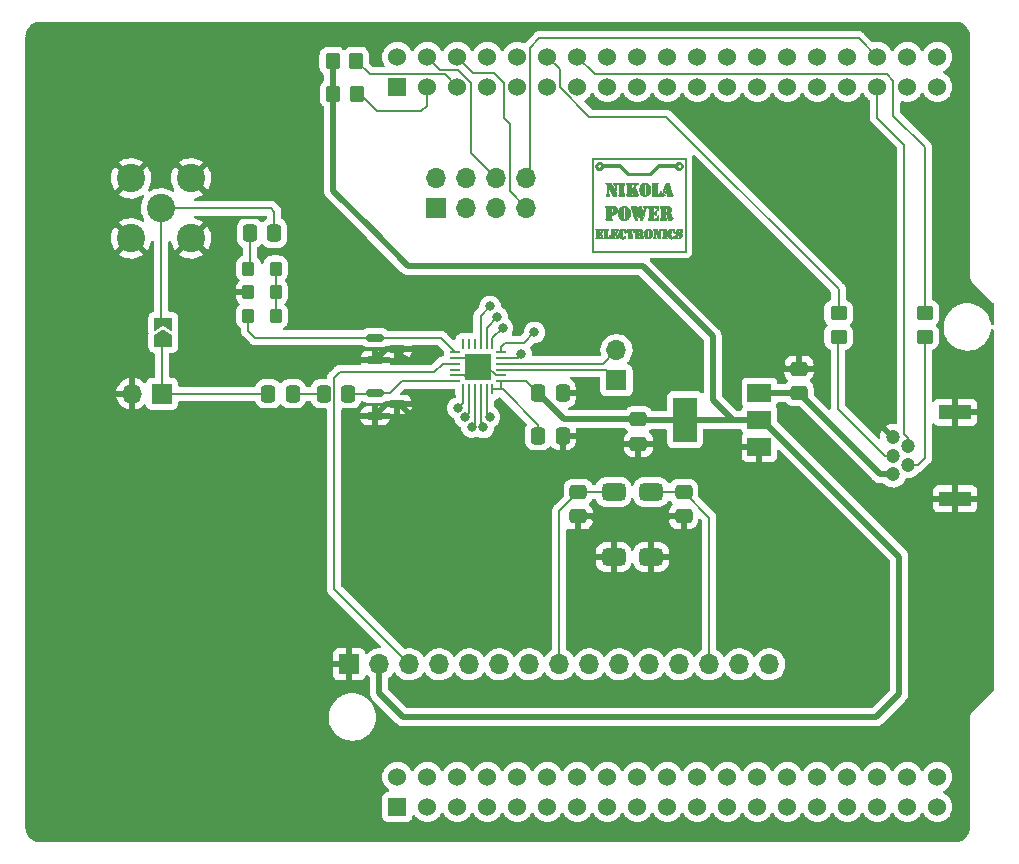
<source format=gbr>
%TF.GenerationSoftware,KiCad,Pcbnew,(6.0.4)*%
%TF.CreationDate,2022-11-04T05:35:43-04:00*%
%TF.ProjectId,SI4743 Breakout,53493437-3433-4204-9272-65616b6f7574,rev?*%
%TF.SameCoordinates,Original*%
%TF.FileFunction,Copper,L1,Top*%
%TF.FilePolarity,Positive*%
%FSLAX46Y46*%
G04 Gerber Fmt 4.6, Leading zero omitted, Abs format (unit mm)*
G04 Created by KiCad (PCBNEW (6.0.4)) date 2022-11-04 05:35:43*
%MOMM*%
%LPD*%
G01*
G04 APERTURE LIST*
G04 Aperture macros list*
%AMRoundRect*
0 Rectangle with rounded corners*
0 $1 Rounding radius*
0 $2 $3 $4 $5 $6 $7 $8 $9 X,Y pos of 4 corners*
0 Add a 4 corners polygon primitive as box body*
4,1,4,$2,$3,$4,$5,$6,$7,$8,$9,$2,$3,0*
0 Add four circle primitives for the rounded corners*
1,1,$1+$1,$2,$3*
1,1,$1+$1,$4,$5*
1,1,$1+$1,$6,$7*
1,1,$1+$1,$8,$9*
0 Add four rect primitives between the rounded corners*
20,1,$1+$1,$2,$3,$4,$5,0*
20,1,$1+$1,$4,$5,$6,$7,0*
20,1,$1+$1,$6,$7,$8,$9,0*
20,1,$1+$1,$8,$9,$2,$3,0*%
%AMFreePoly0*
4,1,6,1.000000,0.000000,0.500000,-0.750000,-0.500000,-0.750000,-0.500000,0.750000,0.500000,0.750000,1.000000,0.000000,1.000000,0.000000,$1*%
%AMFreePoly1*
4,1,6,0.500000,-0.750000,-0.650000,-0.750000,-0.150000,0.000000,-0.650000,0.750000,0.500000,0.750000,0.500000,-0.750000,0.500000,-0.750000,$1*%
G04 Aperture macros list end*
%TA.AperFunction,EtchedComponent*%
%ADD10C,0.010000*%
%TD*%
%TA.AperFunction,SMDPad,CuDef*%
%ADD11FreePoly0,90.000000*%
%TD*%
%TA.AperFunction,SMDPad,CuDef*%
%ADD12FreePoly1,90.000000*%
%TD*%
%TA.AperFunction,SMDPad,CuDef*%
%ADD13RoundRect,0.150000X-0.587500X-0.150000X0.587500X-0.150000X0.587500X0.150000X-0.587500X0.150000X0*%
%TD*%
%TA.AperFunction,SMDPad,CuDef*%
%ADD14RoundRect,0.250000X-0.450000X0.350000X-0.450000X-0.350000X0.450000X-0.350000X0.450000X0.350000X0*%
%TD*%
%TA.AperFunction,SMDPad,CuDef*%
%ADD15RoundRect,0.250000X0.475000X-0.337500X0.475000X0.337500X-0.475000X0.337500X-0.475000X-0.337500X0*%
%TD*%
%TA.AperFunction,ComponentPad*%
%ADD16R,1.530000X1.530000*%
%TD*%
%TA.AperFunction,ComponentPad*%
%ADD17C,1.530000*%
%TD*%
%TA.AperFunction,ComponentPad*%
%ADD18R,1.700000X1.700000*%
%TD*%
%TA.AperFunction,ComponentPad*%
%ADD19O,1.700000X1.700000*%
%TD*%
%TA.AperFunction,ComponentPad*%
%ADD20C,1.200000*%
%TD*%
%TA.AperFunction,ComponentPad*%
%ADD21R,2.700000X1.300000*%
%TD*%
%TA.AperFunction,SMDPad,CuDef*%
%ADD22R,2.000000X1.500000*%
%TD*%
%TA.AperFunction,SMDPad,CuDef*%
%ADD23R,2.000000X3.800000*%
%TD*%
%TA.AperFunction,SMDPad,CuDef*%
%ADD24RoundRect,0.250000X-0.337500X-0.475000X0.337500X-0.475000X0.337500X0.475000X-0.337500X0.475000X0*%
%TD*%
%TA.AperFunction,SMDPad,CuDef*%
%ADD25RoundRect,0.250000X0.337500X0.475000X-0.337500X0.475000X-0.337500X-0.475000X0.337500X-0.475000X0*%
%TD*%
%TA.AperFunction,SMDPad,CuDef*%
%ADD26RoundRect,0.250000X-0.475000X0.337500X-0.475000X-0.337500X0.475000X-0.337500X0.475000X0.337500X0*%
%TD*%
%TA.AperFunction,SMDPad,CuDef*%
%ADD27RoundRect,0.250000X-0.350000X-0.450000X0.350000X-0.450000X0.350000X0.450000X-0.350000X0.450000X0*%
%TD*%
%TA.AperFunction,SMDPad,CuDef*%
%ADD28RoundRect,0.250000X0.275000X0.350000X-0.275000X0.350000X-0.275000X-0.350000X0.275000X-0.350000X0*%
%TD*%
%TA.AperFunction,SMDPad,CuDef*%
%ADD29RoundRect,0.250000X-0.275000X-0.350000X0.275000X-0.350000X0.275000X0.350000X-0.275000X0.350000X0*%
%TD*%
%TA.AperFunction,SMDPad,CuDef*%
%ADD30RoundRect,0.062500X-0.350000X-0.062500X0.350000X-0.062500X0.350000X0.062500X-0.350000X0.062500X0*%
%TD*%
%TA.AperFunction,SMDPad,CuDef*%
%ADD31RoundRect,0.062500X-0.062500X-0.350000X0.062500X-0.350000X0.062500X0.350000X-0.062500X0.350000X0*%
%TD*%
%TA.AperFunction,ComponentPad*%
%ADD32C,0.500000*%
%TD*%
%TA.AperFunction,SMDPad,CuDef*%
%ADD33R,2.200000X2.200000*%
%TD*%
%TA.AperFunction,ComponentPad*%
%ADD34C,2.400000*%
%TD*%
%TA.AperFunction,SMDPad,CuDef*%
%ADD35RoundRect,0.375000X-0.625000X0.375000X-0.625000X-0.375000X0.625000X-0.375000X0.625000X0.375000X0*%
%TD*%
%TA.AperFunction,ViaPad*%
%ADD36C,0.800000*%
%TD*%
%TA.AperFunction,Conductor*%
%ADD37C,0.200000*%
%TD*%
%TA.AperFunction,Conductor*%
%ADD38C,0.500000*%
%TD*%
G04 APERTURE END LIST*
%TO.C,REF\u002A\u002A*%
G36*
X143744479Y-65901468D02*
G01*
X143751907Y-65962086D01*
X143754600Y-66043400D01*
X143749574Y-66141473D01*
X143735631Y-66196377D01*
X143714472Y-66205844D01*
X143687795Y-66167606D01*
X143678400Y-66145000D01*
X143651873Y-66097898D01*
X143628228Y-66081500D01*
X143603127Y-66062051D01*
X143602200Y-66055071D01*
X143616515Y-66017283D01*
X143650649Y-65963909D01*
X143691388Y-65912678D01*
X143725513Y-65881318D01*
X143733976Y-65878300D01*
X143744479Y-65901468D01*
G37*
D10*
X143744479Y-65901468D02*
X143751907Y-65962086D01*
X143754600Y-66043400D01*
X143749574Y-66141473D01*
X143735631Y-66196377D01*
X143714472Y-66205844D01*
X143687795Y-66167606D01*
X143678400Y-66145000D01*
X143651873Y-66097898D01*
X143628228Y-66081500D01*
X143603127Y-66062051D01*
X143602200Y-66055071D01*
X143616515Y-66017283D01*
X143650649Y-65963909D01*
X143691388Y-65912678D01*
X143725513Y-65881318D01*
X143733976Y-65878300D01*
X143744479Y-65901468D01*
G36*
X143576800Y-66437100D02*
G01*
X143425899Y-66437100D01*
X143342682Y-66433102D01*
X143281520Y-66422743D01*
X143259189Y-66411520D01*
X143264666Y-66382481D01*
X143283090Y-66370703D01*
X143301669Y-66339358D01*
X143315158Y-66269652D01*
X143323521Y-66173770D01*
X143326721Y-66063900D01*
X143324724Y-65952227D01*
X143317492Y-65850939D01*
X143304992Y-65772220D01*
X143287186Y-65728259D01*
X143284979Y-65726132D01*
X143257768Y-65689994D01*
X143278166Y-65665558D01*
X143346941Y-65652410D01*
X143425899Y-65649700D01*
X143576800Y-65649700D01*
X143576800Y-66437100D01*
G37*
X143576800Y-66437100D02*
X143425899Y-66437100D01*
X143342682Y-66433102D01*
X143281520Y-66422743D01*
X143259189Y-66411520D01*
X143264666Y-66382481D01*
X143283090Y-66370703D01*
X143301669Y-66339358D01*
X143315158Y-66269652D01*
X143323521Y-66173770D01*
X143326721Y-66063900D01*
X143324724Y-65952227D01*
X143317492Y-65850939D01*
X143304992Y-65772220D01*
X143287186Y-65728259D01*
X143284979Y-65726132D01*
X143257768Y-65689994D01*
X143278166Y-65665558D01*
X143346941Y-65652410D01*
X143425899Y-65649700D01*
X143576800Y-65649700D01*
X143576800Y-66437100D01*
G36*
X146015777Y-65654449D02*
G01*
X146038254Y-65674510D01*
X146040600Y-65695780D01*
X146022819Y-65752781D01*
X146004024Y-65775434D01*
X145969799Y-65825148D01*
X145959574Y-65859105D01*
X145939066Y-65907208D01*
X145906264Y-65924070D01*
X145877019Y-65902910D01*
X145873820Y-65895783D01*
X145866344Y-65846814D01*
X145866467Y-65774504D01*
X145867457Y-65760321D01*
X145876908Y-65695965D01*
X145900156Y-65666282D01*
X145950999Y-65655147D01*
X145958050Y-65654440D01*
X146015777Y-65654449D01*
G37*
X146015777Y-65654449D02*
X146038254Y-65674510D01*
X146040600Y-65695780D01*
X146022819Y-65752781D01*
X146004024Y-65775434D01*
X145969799Y-65825148D01*
X145959574Y-65859105D01*
X145939066Y-65907208D01*
X145906264Y-65924070D01*
X145877019Y-65902910D01*
X145873820Y-65895783D01*
X145866344Y-65846814D01*
X145866467Y-65774504D01*
X145867457Y-65760321D01*
X145876908Y-65695965D01*
X145900156Y-65666282D01*
X145950999Y-65655147D01*
X145958050Y-65654440D01*
X146015777Y-65654449D01*
G36*
X147424733Y-61753006D02*
G01*
X147435554Y-61789972D01*
X147402248Y-61837371D01*
X147399500Y-61839700D01*
X147385028Y-61860337D01*
X147374594Y-61899268D01*
X147367613Y-61963569D01*
X147363495Y-62060313D01*
X147361655Y-62196576D01*
X147361400Y-62298747D01*
X147361963Y-62458033D01*
X147364107Y-62573851D01*
X147368516Y-62653527D01*
X147375872Y-62704388D01*
X147386858Y-62733757D01*
X147402155Y-62748960D01*
X147403424Y-62749693D01*
X147429668Y-62785765D01*
X147423924Y-62828780D01*
X147391229Y-62854671D01*
X147381247Y-62855679D01*
X147340093Y-62845018D01*
X147274236Y-62818147D01*
X147243207Y-62803441D01*
X147162209Y-62748553D01*
X147086119Y-62673830D01*
X147065712Y-62647323D01*
X147025537Y-62580584D01*
X147001618Y-62512198D01*
X146988701Y-62423231D01*
X146984099Y-62353107D01*
X146983234Y-62244034D01*
X146990201Y-62140896D01*
X147003491Y-62065990D01*
X147003520Y-62065890D01*
X147058545Y-61946985D01*
X147141470Y-61846448D01*
X147241264Y-61774066D01*
X147346897Y-61739632D01*
X147372838Y-61738100D01*
X147424733Y-61753006D01*
G37*
X147424733Y-61753006D02*
X147435554Y-61789972D01*
X147402248Y-61837371D01*
X147399500Y-61839700D01*
X147385028Y-61860337D01*
X147374594Y-61899268D01*
X147367613Y-61963569D01*
X147363495Y-62060313D01*
X147361655Y-62196576D01*
X147361400Y-62298747D01*
X147361963Y-62458033D01*
X147364107Y-62573851D01*
X147368516Y-62653527D01*
X147375872Y-62704388D01*
X147386858Y-62733757D01*
X147402155Y-62748960D01*
X147403424Y-62749693D01*
X147429668Y-62785765D01*
X147423924Y-62828780D01*
X147391229Y-62854671D01*
X147381247Y-62855679D01*
X147340093Y-62845018D01*
X147274236Y-62818147D01*
X147243207Y-62803441D01*
X147162209Y-62748553D01*
X147086119Y-62673830D01*
X147065712Y-62647323D01*
X147025537Y-62580584D01*
X147001618Y-62512198D01*
X146988701Y-62423231D01*
X146984099Y-62353107D01*
X146983234Y-62244034D01*
X146990201Y-62140896D01*
X147003491Y-62065990D01*
X147003520Y-62065890D01*
X147058545Y-61946985D01*
X147141470Y-61846448D01*
X147241264Y-61774066D01*
X147346897Y-61739632D01*
X147372838Y-61738100D01*
X147424733Y-61753006D01*
G36*
X147703817Y-65656756D02*
G01*
X147711475Y-65682861D01*
X147679364Y-65735418D01*
X147678092Y-65737104D01*
X147657638Y-65791726D01*
X147644494Y-65882086D01*
X147638571Y-65993667D01*
X147639781Y-66111948D01*
X147648038Y-66222409D01*
X147663252Y-66310533D01*
X147681839Y-66357388D01*
X147705562Y-66411957D01*
X147685534Y-66441567D01*
X147623783Y-66443282D01*
X147622674Y-66443101D01*
X147567816Y-66420031D01*
X147503951Y-66374894D01*
X147491535Y-66363829D01*
X147416430Y-66261226D01*
X147376924Y-66136180D01*
X147372763Y-66002234D01*
X147403693Y-65872930D01*
X147469457Y-65761813D01*
X147503518Y-65727184D01*
X147570770Y-65679729D01*
X147635131Y-65652355D01*
X147654383Y-65649700D01*
X147703817Y-65656756D01*
G37*
X147703817Y-65656756D02*
X147711475Y-65682861D01*
X147679364Y-65735418D01*
X147678092Y-65737104D01*
X147657638Y-65791726D01*
X147644494Y-65882086D01*
X147638571Y-65993667D01*
X147639781Y-66111948D01*
X147648038Y-66222409D01*
X147663252Y-66310533D01*
X147681839Y-66357388D01*
X147705562Y-66411957D01*
X147685534Y-66441567D01*
X147623783Y-66443282D01*
X147622674Y-66443101D01*
X147567816Y-66420031D01*
X147503951Y-66374894D01*
X147491535Y-66363829D01*
X147416430Y-66261226D01*
X147376924Y-66136180D01*
X147372763Y-66002234D01*
X147403693Y-65872930D01*
X147469457Y-65761813D01*
X147503518Y-65727184D01*
X147570770Y-65679729D01*
X147635131Y-65652355D01*
X147654383Y-65649700D01*
X147703817Y-65656756D01*
G36*
X148317918Y-61740626D02*
G01*
X148415381Y-61748826D01*
X148487366Y-61762406D01*
X148496396Y-61765473D01*
X148567900Y-61792846D01*
X148510750Y-61839394D01*
X148490694Y-61857623D01*
X148475978Y-61879839D01*
X148465778Y-61913538D01*
X148459267Y-61966216D01*
X148455618Y-62045370D01*
X148454007Y-62158495D01*
X148453607Y-62313087D01*
X148453600Y-62358121D01*
X148453600Y-62830300D01*
X148237700Y-62830300D01*
X148132457Y-62829251D01*
X148068146Y-62824643D01*
X148034917Y-62814282D01*
X148022918Y-62795974D01*
X148021800Y-62782217D01*
X148039479Y-62734891D01*
X148059900Y-62719514D01*
X148074565Y-62706201D01*
X148085040Y-62674578D01*
X148091969Y-62617578D01*
X148095994Y-62528132D01*
X148097758Y-62399173D01*
X148098000Y-62300807D01*
X148097156Y-62142501D01*
X148094203Y-62027706D01*
X148088504Y-61949157D01*
X148079424Y-61899587D01*
X148066328Y-61871728D01*
X148059900Y-61865100D01*
X148025282Y-61816323D01*
X148033960Y-61772567D01*
X148061977Y-61753517D01*
X148122284Y-61742450D01*
X148213909Y-61738327D01*
X148317918Y-61740626D01*
G37*
X148317918Y-61740626D02*
X148415381Y-61748826D01*
X148487366Y-61762406D01*
X148496396Y-61765473D01*
X148567900Y-61792846D01*
X148510750Y-61839394D01*
X148490694Y-61857623D01*
X148475978Y-61879839D01*
X148465778Y-61913538D01*
X148459267Y-61966216D01*
X148455618Y-62045370D01*
X148454007Y-62158495D01*
X148453607Y-62313087D01*
X148453600Y-62358121D01*
X148453600Y-62830300D01*
X148237700Y-62830300D01*
X148132457Y-62829251D01*
X148068146Y-62824643D01*
X148034917Y-62814282D01*
X148022918Y-62795974D01*
X148021800Y-62782217D01*
X148039479Y-62734891D01*
X148059900Y-62719514D01*
X148074565Y-62706201D01*
X148085040Y-62674578D01*
X148091969Y-62617578D01*
X148095994Y-62528132D01*
X148097758Y-62399173D01*
X148098000Y-62300807D01*
X148097156Y-62142501D01*
X148094203Y-62027706D01*
X148088504Y-61949157D01*
X148079424Y-61899587D01*
X148066328Y-61871728D01*
X148059900Y-61865100D01*
X148025282Y-61816323D01*
X148033960Y-61772567D01*
X148061977Y-61753517D01*
X148122284Y-61742450D01*
X148213909Y-61738327D01*
X148317918Y-61740626D01*
G36*
X145011269Y-65890987D02*
G01*
X145031514Y-65936959D01*
X145044156Y-66016106D01*
X145045103Y-66029973D01*
X145045287Y-66129087D01*
X145031168Y-66179901D01*
X145002149Y-66183028D01*
X144957635Y-66139083D01*
X144949599Y-66128489D01*
X144912655Y-66069775D01*
X144908126Y-66030117D01*
X144920030Y-66007665D01*
X144954055Y-65948618D01*
X144965071Y-65921711D01*
X144987695Y-65883976D01*
X145011269Y-65890987D01*
G37*
X145011269Y-65890987D02*
X145031514Y-65936959D01*
X145044156Y-66016106D01*
X145045103Y-66029973D01*
X145045287Y-66129087D01*
X145031168Y-66179901D01*
X145002149Y-66183028D01*
X144957635Y-66139083D01*
X144949599Y-66128489D01*
X144912655Y-66069775D01*
X144908126Y-66030117D01*
X144920030Y-66007665D01*
X144954055Y-65948618D01*
X144965071Y-65921711D01*
X144987695Y-65883976D01*
X145011269Y-65890987D01*
G36*
X146490562Y-65652045D02*
G01*
X146513236Y-65667419D01*
X146521841Y-65708323D01*
X146523199Y-65787263D01*
X146523200Y-65789400D01*
X146519399Y-65875090D01*
X146506564Y-65918775D01*
X146487118Y-65929100D01*
X146456953Y-65907110D01*
X146434572Y-65854128D01*
X146434363Y-65853191D01*
X146415455Y-65794770D01*
X146394245Y-65762792D01*
X146374579Y-65728093D01*
X146370800Y-65699000D01*
X146383477Y-65662733D01*
X146429757Y-65650103D01*
X146447000Y-65649700D01*
X146490562Y-65652045D01*
G37*
X146490562Y-65652045D02*
X146513236Y-65667419D01*
X146521841Y-65708323D01*
X146523199Y-65787263D01*
X146523200Y-65789400D01*
X146519399Y-65875090D01*
X146506564Y-65918775D01*
X146487118Y-65929100D01*
X146456953Y-65907110D01*
X146434572Y-65854128D01*
X146434363Y-65853191D01*
X146415455Y-65794770D01*
X146394245Y-65762792D01*
X146374579Y-65728093D01*
X146370800Y-65699000D01*
X146383477Y-65662733D01*
X146429757Y-65650103D01*
X146447000Y-65649700D01*
X146490562Y-65652045D01*
G36*
X144204393Y-65651261D02*
G01*
X144271878Y-65661528D01*
X144309854Y-65678253D01*
X144313400Y-65686300D01*
X144297919Y-65729545D01*
X144288000Y-65738600D01*
X144277851Y-65769515D01*
X144269866Y-65843412D01*
X144264598Y-65952500D01*
X144262603Y-66088986D01*
X144262600Y-66095699D01*
X144262600Y-66437100D01*
X144097500Y-66437100D01*
X144013424Y-66433746D01*
X143953960Y-66424971D01*
X143932400Y-66413199D01*
X143950863Y-66378798D01*
X143957800Y-66373600D01*
X143969428Y-66342401D01*
X143977620Y-66273262D01*
X143982457Y-66178069D01*
X143984020Y-66068711D01*
X143982392Y-65957074D01*
X143977654Y-65855046D01*
X143969889Y-65774514D01*
X143959177Y-65727365D01*
X143953302Y-65720167D01*
X143936904Y-65694666D01*
X143942101Y-65679950D01*
X143976254Y-65661797D01*
X144041445Y-65651136D01*
X144122537Y-65647711D01*
X144204393Y-65651261D01*
G37*
X144204393Y-65651261D02*
X144271878Y-65661528D01*
X144309854Y-65678253D01*
X144313400Y-65686300D01*
X144297919Y-65729545D01*
X144288000Y-65738600D01*
X144277851Y-65769515D01*
X144269866Y-65843412D01*
X144264598Y-65952500D01*
X144262603Y-66088986D01*
X144262600Y-66095699D01*
X144262600Y-66437100D01*
X144097500Y-66437100D01*
X144013424Y-66433746D01*
X143953960Y-66424971D01*
X143932400Y-66413199D01*
X143950863Y-66378798D01*
X143957800Y-66373600D01*
X143969428Y-66342401D01*
X143977620Y-66273262D01*
X143982457Y-66178069D01*
X143984020Y-66068711D01*
X143982392Y-65957074D01*
X143977654Y-65855046D01*
X143969889Y-65774514D01*
X143959177Y-65727365D01*
X143953302Y-65720167D01*
X143936904Y-65694666D01*
X143942101Y-65679950D01*
X143976254Y-65661797D01*
X144041445Y-65651136D01*
X144122537Y-65647711D01*
X144204393Y-65651261D01*
G36*
X146904200Y-66002582D02*
G01*
X146905014Y-66146316D01*
X146908015Y-66246998D01*
X146914036Y-66312358D01*
X146923910Y-66350127D01*
X146938472Y-66368036D01*
X146943909Y-66370703D01*
X146970173Y-66395870D01*
X146967810Y-66411520D01*
X146935834Y-66424539D01*
X146869721Y-66432903D01*
X146785821Y-66436481D01*
X146700487Y-66435141D01*
X146630069Y-66428752D01*
X146590918Y-66417181D01*
X146588478Y-66414577D01*
X146593537Y-66382243D01*
X146612379Y-66360667D01*
X146629865Y-66334245D01*
X146641322Y-66284005D01*
X146647743Y-66201627D01*
X146650121Y-66078791D01*
X146650200Y-66043400D01*
X146648624Y-65909921D01*
X146643235Y-65818843D01*
X146633042Y-65761845D01*
X146617053Y-65730607D01*
X146612379Y-65726132D01*
X146585168Y-65689994D01*
X146605566Y-65665558D01*
X146674341Y-65652410D01*
X146753299Y-65649700D01*
X146904200Y-65649700D01*
X146904200Y-66002582D01*
G37*
X146904200Y-66002582D02*
X146905014Y-66146316D01*
X146908015Y-66246998D01*
X146914036Y-66312358D01*
X146923910Y-66350127D01*
X146938472Y-66368036D01*
X146943909Y-66370703D01*
X146970173Y-66395870D01*
X146967810Y-66411520D01*
X146935834Y-66424539D01*
X146869721Y-66432903D01*
X146785821Y-66436481D01*
X146700487Y-66435141D01*
X146630069Y-66428752D01*
X146590918Y-66417181D01*
X146588478Y-66414577D01*
X146593537Y-66382243D01*
X146612379Y-66360667D01*
X146629865Y-66334245D01*
X146641322Y-66284005D01*
X146647743Y-66201627D01*
X146650121Y-66078791D01*
X146650200Y-66043400D01*
X146648624Y-65909921D01*
X146643235Y-65818843D01*
X146633042Y-65761845D01*
X146617053Y-65730607D01*
X146612379Y-65726132D01*
X146585168Y-65689994D01*
X146605566Y-65665558D01*
X146674341Y-65652410D01*
X146753299Y-65649700D01*
X146904200Y-65649700D01*
X146904200Y-66002582D01*
G36*
X149186150Y-65652125D02*
G01*
X149241879Y-65660610D01*
X149264589Y-65676967D01*
X149266400Y-65686300D01*
X149250919Y-65729545D01*
X149241000Y-65738600D01*
X149230499Y-65769514D01*
X149222286Y-65842088D01*
X149217092Y-65947204D01*
X149215600Y-66054881D01*
X149216658Y-66186538D01*
X149220530Y-66275754D01*
X149228264Y-66330861D01*
X149240907Y-66360187D01*
X149255309Y-66370703D01*
X149287802Y-66392315D01*
X149275338Y-66411930D01*
X149223757Y-66427242D01*
X149138902Y-66435946D01*
X149087100Y-66437100D01*
X148990964Y-66434826D01*
X148936120Y-66426659D01*
X148913207Y-66410574D01*
X148910800Y-66399000D01*
X148924515Y-66365198D01*
X148936200Y-66360900D01*
X148947367Y-66336503D01*
X148955624Y-66267209D01*
X148960481Y-66158865D01*
X148961600Y-66057599D01*
X148959553Y-65931235D01*
X148953891Y-65829855D01*
X148945332Y-65762476D01*
X148936200Y-65738600D01*
X148912828Y-65701849D01*
X148910800Y-65686300D01*
X148922583Y-65666219D01*
X148963803Y-65654747D01*
X149043259Y-65650072D01*
X149088600Y-65649700D01*
X149186150Y-65652125D01*
G37*
X149186150Y-65652125D02*
X149241879Y-65660610D01*
X149264589Y-65676967D01*
X149266400Y-65686300D01*
X149250919Y-65729545D01*
X149241000Y-65738600D01*
X149230499Y-65769514D01*
X149222286Y-65842088D01*
X149217092Y-65947204D01*
X149215600Y-66054881D01*
X149216658Y-66186538D01*
X149220530Y-66275754D01*
X149228264Y-66330861D01*
X149240907Y-66360187D01*
X149255309Y-66370703D01*
X149287802Y-66392315D01*
X149275338Y-66411930D01*
X149223757Y-66427242D01*
X149138902Y-66435946D01*
X149087100Y-66437100D01*
X148990964Y-66434826D01*
X148936120Y-66426659D01*
X148913207Y-66410574D01*
X148910800Y-66399000D01*
X148924515Y-66365198D01*
X148936200Y-66360900D01*
X148947367Y-66336503D01*
X148955624Y-66267209D01*
X148960481Y-66158865D01*
X148961600Y-66057599D01*
X148959553Y-65931235D01*
X148953891Y-65829855D01*
X148945332Y-65762476D01*
X148936200Y-65738600D01*
X148912828Y-65701849D01*
X148910800Y-65686300D01*
X148922583Y-65666219D01*
X148963803Y-65654747D01*
X149043259Y-65650072D01*
X149088600Y-65649700D01*
X149186150Y-65652125D01*
G36*
X143856200Y-65775308D02*
G01*
X143851149Y-65860918D01*
X143834957Y-65897778D01*
X143806067Y-65887026D01*
X143768892Y-65839066D01*
X143715936Y-65782816D01*
X143662307Y-65750009D01*
X143614321Y-65720891D01*
X143613043Y-65692042D01*
X143654593Y-65668380D01*
X143735092Y-65654822D01*
X143737535Y-65654658D01*
X143856200Y-65646916D01*
X143856200Y-65775308D01*
G37*
X143856200Y-65775308D02*
X143851149Y-65860918D01*
X143834957Y-65897778D01*
X143806067Y-65887026D01*
X143768892Y-65839066D01*
X143715936Y-65782816D01*
X143662307Y-65750009D01*
X143614321Y-65720891D01*
X143613043Y-65692042D01*
X143654593Y-65668380D01*
X143735092Y-65654822D01*
X143737535Y-65654658D01*
X143856200Y-65646916D01*
X143856200Y-65775308D01*
G36*
X149927958Y-65641843D02*
G01*
X149943621Y-65692391D01*
X149951713Y-65773477D01*
X149952200Y-65802100D01*
X149946644Y-65901352D01*
X149931088Y-65955892D01*
X149907191Y-65963978D01*
X149876618Y-65923867D01*
X149863407Y-65895174D01*
X149820276Y-65820410D01*
X149765830Y-65759172D01*
X149762339Y-65756341D01*
X149706781Y-65701582D01*
X149697110Y-65665786D01*
X149730423Y-65654139D01*
X149803812Y-65671824D01*
X149808685Y-65673649D01*
X149859652Y-65684725D01*
X149884631Y-65663517D01*
X149886359Y-65659339D01*
X149907834Y-65628578D01*
X149927958Y-65641843D01*
G37*
X149927958Y-65641843D02*
X149943621Y-65692391D01*
X149951713Y-65773477D01*
X149952200Y-65802100D01*
X149946644Y-65901352D01*
X149931088Y-65955892D01*
X149907191Y-65963978D01*
X149876618Y-65923867D01*
X149863407Y-65895174D01*
X149820276Y-65820410D01*
X149765830Y-65759172D01*
X149762339Y-65756341D01*
X149706781Y-65701582D01*
X149697110Y-65665786D01*
X149730423Y-65654139D01*
X149803812Y-65671824D01*
X149808685Y-65673649D01*
X149859652Y-65684725D01*
X149884631Y-65663517D01*
X149886359Y-65659339D01*
X149907834Y-65628578D01*
X149927958Y-65641843D01*
G36*
X143850790Y-66231651D02*
G01*
X143856200Y-66310100D01*
X143856200Y-66437100D01*
X143743399Y-66437100D01*
X143671790Y-66432069D01*
X143623929Y-66419399D01*
X143615568Y-66412781D01*
X143624878Y-66386035D01*
X143667785Y-66353762D01*
X143672624Y-66351186D01*
X143734605Y-66303286D01*
X143774510Y-66248504D01*
X143807713Y-66194580D01*
X143833892Y-66189529D01*
X143850790Y-66231651D01*
G37*
X143850790Y-66231651D02*
X143856200Y-66310100D01*
X143856200Y-66437100D01*
X143743399Y-66437100D01*
X143671790Y-66432069D01*
X143623929Y-66419399D01*
X143615568Y-66412781D01*
X143624878Y-66386035D01*
X143667785Y-66353762D01*
X143672624Y-66351186D01*
X143734605Y-66303286D01*
X143774510Y-66248504D01*
X143807713Y-66194580D01*
X143833892Y-66189529D01*
X143850790Y-66231651D01*
G36*
X147612886Y-61758499D02*
G01*
X147715180Y-61812467D01*
X147800059Y-61888190D01*
X147867321Y-61992463D01*
X147905944Y-62116359D01*
X147918595Y-62270527D01*
X147916500Y-62353107D01*
X147907648Y-62463073D01*
X147890921Y-62541283D01*
X147861041Y-62606713D01*
X147834509Y-62647868D01*
X147761818Y-62728639D01*
X147674026Y-62794078D01*
X147655345Y-62804006D01*
X147568700Y-62841889D01*
X147514806Y-62852940D01*
X147483636Y-62837726D01*
X147470978Y-62814455D01*
X147476342Y-62768229D01*
X147497175Y-62749693D01*
X147512805Y-62735218D01*
X147524074Y-62707097D01*
X147531665Y-62658005D01*
X147536261Y-62580617D01*
X147538544Y-62467608D01*
X147539197Y-62311653D01*
X147539200Y-62298747D01*
X147538431Y-62135755D01*
X147535732Y-62016470D01*
X147530517Y-61933817D01*
X147522198Y-61880722D01*
X147510188Y-61850109D01*
X147501100Y-61839700D01*
X147467036Y-61793600D01*
X147471728Y-61754853D01*
X147513226Y-61738109D01*
X147514615Y-61738100D01*
X147612886Y-61758499D01*
G37*
X147612886Y-61758499D02*
X147715180Y-61812467D01*
X147800059Y-61888190D01*
X147867321Y-61992463D01*
X147905944Y-62116359D01*
X147918595Y-62270527D01*
X147916500Y-62353107D01*
X147907648Y-62463073D01*
X147890921Y-62541283D01*
X147861041Y-62606713D01*
X147834509Y-62647868D01*
X147761818Y-62728639D01*
X147674026Y-62794078D01*
X147655345Y-62804006D01*
X147568700Y-62841889D01*
X147514806Y-62852940D01*
X147483636Y-62837726D01*
X147470978Y-62814455D01*
X147476342Y-62768229D01*
X147497175Y-62749693D01*
X147512805Y-62735218D01*
X147524074Y-62707097D01*
X147531665Y-62658005D01*
X147536261Y-62580617D01*
X147538544Y-62467608D01*
X147539197Y-62311653D01*
X147539200Y-62298747D01*
X147538431Y-62135755D01*
X147535732Y-62016470D01*
X147530517Y-61933817D01*
X147522198Y-61880722D01*
X147510188Y-61850109D01*
X147501100Y-61839700D01*
X147467036Y-61793600D01*
X147471728Y-61754853D01*
X147513226Y-61738109D01*
X147514615Y-61738100D01*
X147612886Y-61758499D01*
G36*
X150574500Y-65666109D02*
G01*
X150574500Y-65789138D01*
X150566923Y-65871234D01*
X150547443Y-65917193D01*
X150520933Y-65922420D01*
X150492264Y-65882322D01*
X150487653Y-65871000D01*
X150450270Y-65810085D01*
X150398596Y-65757330D01*
X150345520Y-65706872D01*
X150339148Y-65674621D01*
X150380131Y-65659417D01*
X150453850Y-65659100D01*
X150574500Y-65666109D01*
G37*
X150574500Y-65666109D02*
X150574500Y-65789138D01*
X150566923Y-65871234D01*
X150547443Y-65917193D01*
X150520933Y-65922420D01*
X150492264Y-65882322D01*
X150487653Y-65871000D01*
X150450270Y-65810085D01*
X150398596Y-65757330D01*
X150345520Y-65706872D01*
X150339148Y-65674621D01*
X150380131Y-65659417D01*
X150453850Y-65659100D01*
X150574500Y-65666109D01*
G36*
X146748942Y-61746201D02*
G01*
X146822185Y-61766780D01*
X146852942Y-61797487D01*
X146838420Y-61835623D01*
X146779202Y-61876764D01*
X146712554Y-61924952D01*
X146652126Y-61989473D01*
X146649303Y-61993358D01*
X146593602Y-62071584D01*
X146700844Y-62355692D01*
X146747624Y-62474637D01*
X146793360Y-62582262D01*
X146832484Y-62665953D01*
X146857305Y-62710194D01*
X146886721Y-62764295D01*
X146892779Y-62802303D01*
X146891711Y-62804558D01*
X146861774Y-62813453D01*
X146790517Y-62820324D01*
X146687380Y-62825212D01*
X146561801Y-62828156D01*
X146423218Y-62829195D01*
X146281070Y-62828370D01*
X146144796Y-62825720D01*
X146023834Y-62821285D01*
X145927623Y-62815104D01*
X145865602Y-62807218D01*
X145847170Y-62800160D01*
X145850325Y-62764574D01*
X145871619Y-62741096D01*
X145887353Y-62723459D01*
X145898671Y-62692139D01*
X145906263Y-62639665D01*
X145910822Y-62558561D01*
X145913037Y-62441355D01*
X145913600Y-62286952D01*
X145912924Y-62127101D01*
X145910498Y-62011122D01*
X145905718Y-61932100D01*
X145897984Y-61883120D01*
X145886695Y-61857269D01*
X145875500Y-61848885D01*
X145839888Y-61820273D01*
X145847970Y-61786905D01*
X145895066Y-61759540D01*
X145916774Y-61753975D01*
X146014091Y-61741509D01*
X146121176Y-61738449D01*
X146221659Y-61744112D01*
X146299172Y-61757817D01*
X146330138Y-61771186D01*
X146360771Y-61800140D01*
X146349269Y-61825308D01*
X146334993Y-61837796D01*
X146319646Y-61857775D01*
X146308636Y-61893236D01*
X146301298Y-61951629D01*
X146296963Y-62040407D01*
X146294965Y-62167019D01*
X146294600Y-62289124D01*
X146296016Y-62466245D01*
X146301029Y-62597373D01*
X146310781Y-62687255D01*
X146326418Y-62740640D01*
X146349082Y-62762275D01*
X146379920Y-62756907D01*
X146403742Y-62742030D01*
X146424105Y-62722521D01*
X146430851Y-62695420D01*
X146422880Y-62649068D01*
X146399093Y-62571803D01*
X146383255Y-62524780D01*
X146353011Y-62432360D01*
X146330642Y-62357336D01*
X146320273Y-62313697D01*
X146320000Y-62310233D01*
X146334092Y-62277165D01*
X146371350Y-62215849D01*
X146424244Y-62138512D01*
X146434300Y-62124582D01*
X146503259Y-62022876D01*
X146538549Y-61949823D01*
X146541811Y-61897552D01*
X146514682Y-61858191D01*
X146493023Y-61842611D01*
X146454955Y-61815058D01*
X146458558Y-61794175D01*
X146485178Y-61773001D01*
X146541119Y-61750397D01*
X146618771Y-61738846D01*
X146636004Y-61738446D01*
X146748942Y-61746201D01*
G37*
X146748942Y-61746201D02*
X146822185Y-61766780D01*
X146852942Y-61797487D01*
X146838420Y-61835623D01*
X146779202Y-61876764D01*
X146712554Y-61924952D01*
X146652126Y-61989473D01*
X146649303Y-61993358D01*
X146593602Y-62071584D01*
X146700844Y-62355692D01*
X146747624Y-62474637D01*
X146793360Y-62582262D01*
X146832484Y-62665953D01*
X146857305Y-62710194D01*
X146886721Y-62764295D01*
X146892779Y-62802303D01*
X146891711Y-62804558D01*
X146861774Y-62813453D01*
X146790517Y-62820324D01*
X146687380Y-62825212D01*
X146561801Y-62828156D01*
X146423218Y-62829195D01*
X146281070Y-62828370D01*
X146144796Y-62825720D01*
X146023834Y-62821285D01*
X145927623Y-62815104D01*
X145865602Y-62807218D01*
X145847170Y-62800160D01*
X145850325Y-62764574D01*
X145871619Y-62741096D01*
X145887353Y-62723459D01*
X145898671Y-62692139D01*
X145906263Y-62639665D01*
X145910822Y-62558561D01*
X145913037Y-62441355D01*
X145913600Y-62286952D01*
X145912924Y-62127101D01*
X145910498Y-62011122D01*
X145905718Y-61932100D01*
X145897984Y-61883120D01*
X145886695Y-61857269D01*
X145875500Y-61848885D01*
X145839888Y-61820273D01*
X145847970Y-61786905D01*
X145895066Y-61759540D01*
X145916774Y-61753975D01*
X146014091Y-61741509D01*
X146121176Y-61738449D01*
X146221659Y-61744112D01*
X146299172Y-61757817D01*
X146330138Y-61771186D01*
X146360771Y-61800140D01*
X146349269Y-61825308D01*
X146334993Y-61837796D01*
X146319646Y-61857775D01*
X146308636Y-61893236D01*
X146301298Y-61951629D01*
X146296963Y-62040407D01*
X146294965Y-62167019D01*
X146294600Y-62289124D01*
X146296016Y-62466245D01*
X146301029Y-62597373D01*
X146310781Y-62687255D01*
X146326418Y-62740640D01*
X146349082Y-62762275D01*
X146379920Y-62756907D01*
X146403742Y-62742030D01*
X146424105Y-62722521D01*
X146430851Y-62695420D01*
X146422880Y-62649068D01*
X146399093Y-62571803D01*
X146383255Y-62524780D01*
X146353011Y-62432360D01*
X146330642Y-62357336D01*
X146320273Y-62313697D01*
X146320000Y-62310233D01*
X146334092Y-62277165D01*
X146371350Y-62215849D01*
X146424244Y-62138512D01*
X146434300Y-62124582D01*
X146503259Y-62022876D01*
X146538549Y-61949823D01*
X146541811Y-61897552D01*
X146514682Y-61858191D01*
X146493023Y-61842611D01*
X146454955Y-61815058D01*
X146458558Y-61794175D01*
X146485178Y-61773001D01*
X146541119Y-61750397D01*
X146618771Y-61738846D01*
X146636004Y-61738446D01*
X146748942Y-61746201D01*
G36*
X148408312Y-64057977D02*
G01*
X148420046Y-64089279D01*
X148426167Y-64152205D01*
X148428163Y-64255557D01*
X148428200Y-64278100D01*
X148426661Y-64389989D01*
X148421113Y-64459686D01*
X148410156Y-64495727D01*
X148392393Y-64506654D01*
X148390752Y-64506700D01*
X148354555Y-64486096D01*
X148316813Y-64435949D01*
X148313900Y-64430500D01*
X148280554Y-64378797D01*
X148251904Y-64354554D01*
X148249747Y-64354300D01*
X148228738Y-64334444D01*
X148226330Y-64288259D01*
X148240446Y-64235817D01*
X148265746Y-64199703D01*
X148307656Y-64148595D01*
X148328617Y-64107693D01*
X148359715Y-64062906D01*
X148389471Y-64049500D01*
X148408312Y-64057977D01*
G37*
X148408312Y-64057977D02*
X148420046Y-64089279D01*
X148426167Y-64152205D01*
X148428163Y-64255557D01*
X148428200Y-64278100D01*
X148426661Y-64389989D01*
X148421113Y-64459686D01*
X148410156Y-64495727D01*
X148392393Y-64506654D01*
X148390752Y-64506700D01*
X148354555Y-64486096D01*
X148316813Y-64435949D01*
X148313900Y-64430500D01*
X148280554Y-64378797D01*
X148251904Y-64354554D01*
X148249747Y-64354300D01*
X148228738Y-64334444D01*
X148226330Y-64288259D01*
X148240446Y-64235817D01*
X148265746Y-64199703D01*
X148307656Y-64148595D01*
X148328617Y-64107693D01*
X148359715Y-64062906D01*
X148389471Y-64049500D01*
X148408312Y-64057977D01*
G36*
X148575410Y-63888725D02*
G01*
X148567411Y-63979506D01*
X148553973Y-64043422D01*
X148539290Y-64067595D01*
X148509961Y-64053742D01*
X148470790Y-64007692D01*
X148456862Y-63985824D01*
X148391971Y-63908777D01*
X148314021Y-63857414D01*
X148244617Y-63814236D01*
X148225000Y-63769759D01*
X148229853Y-63743300D01*
X148251624Y-63728107D01*
X148301130Y-63721129D01*
X148389191Y-63719315D01*
X148403960Y-63719300D01*
X148582921Y-63719300D01*
X148575410Y-63888725D01*
G37*
X148575410Y-63888725D02*
X148567411Y-63979506D01*
X148553973Y-64043422D01*
X148539290Y-64067595D01*
X148509961Y-64053742D01*
X148470790Y-64007692D01*
X148456862Y-63985824D01*
X148391971Y-63908777D01*
X148314021Y-63857414D01*
X148244617Y-63814236D01*
X148225000Y-63769759D01*
X148229853Y-63743300D01*
X148251624Y-63728107D01*
X148301130Y-63721129D01*
X148389191Y-63719315D01*
X148403960Y-63719300D01*
X148582921Y-63719300D01*
X148575410Y-63888725D01*
G36*
X146654176Y-63721987D02*
G01*
X146741225Y-63731245D01*
X146786402Y-63748867D01*
X146794058Y-63776646D01*
X146768545Y-63816375D01*
X146765296Y-63820019D01*
X146748246Y-63842959D01*
X146740352Y-63871108D01*
X146742691Y-63913970D01*
X146756338Y-63981044D01*
X146782372Y-64081833D01*
X146803906Y-64160701D01*
X146884795Y-64454664D01*
X146787643Y-64849600D01*
X146685501Y-64857181D01*
X146583359Y-64864763D01*
X146486244Y-64501581D01*
X146429830Y-64292755D01*
X146384037Y-64128592D01*
X146347356Y-64004427D01*
X146318279Y-63915592D01*
X146295295Y-63857421D01*
X146276896Y-63825247D01*
X146264221Y-63815007D01*
X146246901Y-63787236D01*
X146251133Y-63762226D01*
X146265995Y-63742232D01*
X146298373Y-63729464D01*
X146357710Y-63722420D01*
X146453448Y-63719598D01*
X146520903Y-63719300D01*
X146654176Y-63721987D01*
G37*
X146654176Y-63721987D02*
X146741225Y-63731245D01*
X146786402Y-63748867D01*
X146794058Y-63776646D01*
X146768545Y-63816375D01*
X146765296Y-63820019D01*
X146748246Y-63842959D01*
X146740352Y-63871108D01*
X146742691Y-63913970D01*
X146756338Y-63981044D01*
X146782372Y-64081833D01*
X146803906Y-64160701D01*
X146884795Y-64454664D01*
X146787643Y-64849600D01*
X146685501Y-64857181D01*
X146583359Y-64864763D01*
X146486244Y-64501581D01*
X146429830Y-64292755D01*
X146384037Y-64128592D01*
X146347356Y-64004427D01*
X146318279Y-63915592D01*
X146295295Y-63857421D01*
X146276896Y-63825247D01*
X146264221Y-63815007D01*
X146246901Y-63787236D01*
X146251133Y-63762226D01*
X146265995Y-63742232D01*
X146298373Y-63729464D01*
X146357710Y-63722420D01*
X146453448Y-63719598D01*
X146520903Y-63719300D01*
X146654176Y-63721987D01*
G36*
X149947895Y-66224383D02*
G01*
X149951158Y-66264461D01*
X149929643Y-66317378D01*
X149889104Y-66371777D01*
X149835295Y-66416303D01*
X149800283Y-66433125D01*
X149744641Y-66446596D01*
X149713059Y-66443492D01*
X149699678Y-66414523D01*
X149722725Y-66382097D01*
X149787100Y-66338865D01*
X149843376Y-66296804D01*
X149874082Y-66256629D01*
X149876000Y-66247456D01*
X149895951Y-66213234D01*
X149914100Y-66208500D01*
X149947895Y-66224383D01*
G37*
X149947895Y-66224383D02*
X149951158Y-66264461D01*
X149929643Y-66317378D01*
X149889104Y-66371777D01*
X149835295Y-66416303D01*
X149800283Y-66433125D01*
X149744641Y-66446596D01*
X149713059Y-66443492D01*
X149699678Y-66414523D01*
X149722725Y-66382097D01*
X149787100Y-66338865D01*
X149843376Y-66296804D01*
X149874082Y-66256629D01*
X149876000Y-66247456D01*
X149895951Y-66213234D01*
X149914100Y-66208500D01*
X149947895Y-66224383D01*
G36*
X145648618Y-63712059D02*
G01*
X145659259Y-63754779D01*
X145637806Y-63804427D01*
X145621500Y-63820900D01*
X145607444Y-63840869D01*
X145597189Y-63878572D01*
X145590197Y-63940875D01*
X145585930Y-64034641D01*
X145583850Y-64166737D01*
X145583400Y-64307407D01*
X145584007Y-64473638D01*
X145586189Y-64595764D01*
X145590490Y-64680471D01*
X145597452Y-64734443D01*
X145607617Y-64764366D01*
X145621500Y-64776914D01*
X145653624Y-64811553D01*
X145659600Y-64839617D01*
X145639748Y-64877264D01*
X145584711Y-64885849D01*
X145501266Y-64864942D01*
X145469100Y-64851699D01*
X145362312Y-64780104D01*
X145268940Y-64672489D01*
X145212858Y-64570200D01*
X145187040Y-64474428D01*
X145173415Y-64350835D01*
X145172412Y-64219990D01*
X145184461Y-64102460D01*
X145201735Y-64036912D01*
X145263467Y-63923821D01*
X145350587Y-63823543D01*
X145451358Y-63745995D01*
X145554040Y-63701091D01*
X145607788Y-63693900D01*
X145648618Y-63712059D01*
G37*
X145648618Y-63712059D02*
X145659259Y-63754779D01*
X145637806Y-63804427D01*
X145621500Y-63820900D01*
X145607444Y-63840869D01*
X145597189Y-63878572D01*
X145590197Y-63940875D01*
X145585930Y-64034641D01*
X145583850Y-64166737D01*
X145583400Y-64307407D01*
X145584007Y-64473638D01*
X145586189Y-64595764D01*
X145590490Y-64680471D01*
X145597452Y-64734443D01*
X145607617Y-64764366D01*
X145621500Y-64776914D01*
X145653624Y-64811553D01*
X145659600Y-64839617D01*
X145639748Y-64877264D01*
X145584711Y-64885849D01*
X145501266Y-64864942D01*
X145469100Y-64851699D01*
X145362312Y-64780104D01*
X145268940Y-64672489D01*
X145212858Y-64570200D01*
X145187040Y-64474428D01*
X145173415Y-64350835D01*
X145172412Y-64219990D01*
X145184461Y-64102460D01*
X145201735Y-64036912D01*
X145263467Y-63923821D01*
X145350587Y-63823543D01*
X145451358Y-63745995D01*
X145554040Y-63701091D01*
X145607788Y-63693900D01*
X145648618Y-63712059D01*
G36*
X147070109Y-65664024D02*
G01*
X147140217Y-65689773D01*
X147197476Y-65727019D01*
X147198796Y-65728245D01*
X147249872Y-65805160D01*
X147259336Y-65890568D01*
X147227320Y-65969178D01*
X147196457Y-66000638D01*
X147133114Y-66050463D01*
X147196457Y-66091967D01*
X147244832Y-66141606D01*
X147259746Y-66214584D01*
X147259800Y-66220988D01*
X147264534Y-66279111D01*
X147282436Y-66296917D01*
X147300135Y-66293027D01*
X147329256Y-66292397D01*
X147332800Y-66329738D01*
X147331885Y-66336542D01*
X147301616Y-66388440D01*
X147239163Y-66427977D01*
X147163048Y-66445869D01*
X147120100Y-66442704D01*
X147054943Y-66417118D01*
X147019347Y-66368600D01*
X147006342Y-66285728D01*
X147005800Y-66255392D01*
X146999362Y-66167828D01*
X146978858Y-66123011D01*
X146967700Y-66116085D01*
X146934064Y-66090153D01*
X146929600Y-66076968D01*
X146945823Y-66040718D01*
X146967700Y-66014371D01*
X146992935Y-65964735D01*
X147005490Y-65892221D01*
X147005800Y-65879595D01*
X146995932Y-65805273D01*
X146971099Y-65754469D01*
X146967700Y-65751300D01*
X146935334Y-65706267D01*
X146929600Y-65681345D01*
X146950109Y-65657250D01*
X147001843Y-65652329D01*
X147070109Y-65664024D01*
G37*
X147070109Y-65664024D02*
X147140217Y-65689773D01*
X147197476Y-65727019D01*
X147198796Y-65728245D01*
X147249872Y-65805160D01*
X147259336Y-65890568D01*
X147227320Y-65969178D01*
X147196457Y-66000638D01*
X147133114Y-66050463D01*
X147196457Y-66091967D01*
X147244832Y-66141606D01*
X147259746Y-66214584D01*
X147259800Y-66220988D01*
X147264534Y-66279111D01*
X147282436Y-66296917D01*
X147300135Y-66293027D01*
X147329256Y-66292397D01*
X147332800Y-66329738D01*
X147331885Y-66336542D01*
X147301616Y-66388440D01*
X147239163Y-66427977D01*
X147163048Y-66445869D01*
X147120100Y-66442704D01*
X147054943Y-66417118D01*
X147019347Y-66368600D01*
X147006342Y-66285728D01*
X147005800Y-66255392D01*
X146999362Y-66167828D01*
X146978858Y-66123011D01*
X146967700Y-66116085D01*
X146934064Y-66090153D01*
X146929600Y-66076968D01*
X146945823Y-66040718D01*
X146967700Y-66014371D01*
X146992935Y-65964735D01*
X147005490Y-65892221D01*
X147005800Y-65879595D01*
X146995932Y-65805273D01*
X146971099Y-65754469D01*
X146967700Y-65751300D01*
X146935334Y-65706267D01*
X146929600Y-65681345D01*
X146950109Y-65657250D01*
X147001843Y-65652329D01*
X147070109Y-65664024D01*
G36*
X149430371Y-61748912D02*
G01*
X149508759Y-61763618D01*
X149619282Y-62239278D01*
X149661563Y-62413923D01*
X149699626Y-62556692D01*
X149731997Y-62662616D01*
X149757206Y-62726727D01*
X149768683Y-62743365D01*
X149799290Y-62778446D01*
X149781955Y-62804328D01*
X149716054Y-62821241D01*
X149600963Y-62829413D01*
X149531600Y-62830300D01*
X149412603Y-62828399D01*
X149337564Y-62822081D01*
X149299762Y-62810420D01*
X149291800Y-62797279D01*
X149308339Y-62750488D01*
X149319350Y-62736709D01*
X149337776Y-62691810D01*
X149338400Y-62649079D01*
X149325162Y-62610112D01*
X149290214Y-62590230D01*
X149220384Y-62581113D01*
X149152011Y-62572986D01*
X149122004Y-62556633D01*
X149117932Y-62524286D01*
X149118784Y-62517613D01*
X149138555Y-62475631D01*
X149190907Y-62456324D01*
X149210423Y-62453953D01*
X149267849Y-62442067D01*
X149284554Y-62417394D01*
X149282227Y-62403153D01*
X149257543Y-62306345D01*
X149231972Y-62192480D01*
X149207913Y-62074153D01*
X149187768Y-61963962D01*
X149173937Y-61874501D01*
X149168820Y-61818366D01*
X149169267Y-61810394D01*
X149199353Y-61766437D01*
X149268277Y-61742354D01*
X149367304Y-61740202D01*
X149430371Y-61748912D01*
G37*
X149430371Y-61748912D02*
X149508759Y-61763618D01*
X149619282Y-62239278D01*
X149661563Y-62413923D01*
X149699626Y-62556692D01*
X149731997Y-62662616D01*
X149757206Y-62726727D01*
X149768683Y-62743365D01*
X149799290Y-62778446D01*
X149781955Y-62804328D01*
X149716054Y-62821241D01*
X149600963Y-62829413D01*
X149531600Y-62830300D01*
X149412603Y-62828399D01*
X149337564Y-62822081D01*
X149299762Y-62810420D01*
X149291800Y-62797279D01*
X149308339Y-62750488D01*
X149319350Y-62736709D01*
X149337776Y-62691810D01*
X149338400Y-62649079D01*
X149325162Y-62610112D01*
X149290214Y-62590230D01*
X149220384Y-62581113D01*
X149152011Y-62572986D01*
X149122004Y-62556633D01*
X149117932Y-62524286D01*
X149118784Y-62517613D01*
X149138555Y-62475631D01*
X149190907Y-62456324D01*
X149210423Y-62453953D01*
X149267849Y-62442067D01*
X149284554Y-62417394D01*
X149282227Y-62403153D01*
X149257543Y-62306345D01*
X149231972Y-62192480D01*
X149207913Y-62074153D01*
X149187768Y-61963962D01*
X149173937Y-61874501D01*
X149168820Y-61818366D01*
X149169267Y-61810394D01*
X149199353Y-61766437D01*
X149268277Y-61742354D01*
X149367304Y-61740202D01*
X149430371Y-61748912D01*
G36*
X144294350Y-62111488D02*
G01*
X144318063Y-62171318D01*
X144332133Y-62252385D01*
X144338221Y-62366651D01*
X144338800Y-62431401D01*
X144340179Y-62546905D01*
X144345684Y-62623132D01*
X144357364Y-62671563D01*
X144377267Y-62703679D01*
X144389600Y-62716000D01*
X144435442Y-62768081D01*
X144436735Y-62803250D01*
X144391856Y-62823360D01*
X144299182Y-62830262D01*
X144289499Y-62830300D01*
X144203215Y-62825695D01*
X144141590Y-62813594D01*
X144120745Y-62801414D01*
X144125881Y-62767347D01*
X144163696Y-62726748D01*
X144188900Y-62704780D01*
X144206522Y-62677194D01*
X144218427Y-62634577D01*
X144226479Y-62567513D01*
X144232544Y-62466587D01*
X144237200Y-62355584D01*
X144249900Y-62030200D01*
X144294350Y-62111488D01*
G37*
X144294350Y-62111488D02*
X144318063Y-62171318D01*
X144332133Y-62252385D01*
X144338221Y-62366651D01*
X144338800Y-62431401D01*
X144340179Y-62546905D01*
X144345684Y-62623132D01*
X144357364Y-62671563D01*
X144377267Y-62703679D01*
X144389600Y-62716000D01*
X144435442Y-62768081D01*
X144436735Y-62803250D01*
X144391856Y-62823360D01*
X144299182Y-62830262D01*
X144289499Y-62830300D01*
X144203215Y-62825695D01*
X144141590Y-62813594D01*
X144120745Y-62801414D01*
X144125881Y-62767347D01*
X144163696Y-62726748D01*
X144188900Y-62704780D01*
X144206522Y-62677194D01*
X144218427Y-62634577D01*
X144226479Y-62567513D01*
X144232544Y-62466587D01*
X144237200Y-62355584D01*
X144249900Y-62030200D01*
X144294350Y-62111488D01*
G36*
X149164800Y-64226406D02*
G01*
X149165055Y-64399321D01*
X149166259Y-64528352D01*
X149169070Y-64620414D01*
X149174145Y-64682421D01*
X149182141Y-64721289D01*
X149193716Y-64743932D01*
X149209528Y-64757264D01*
X149215600Y-64760700D01*
X149256056Y-64797122D01*
X149266400Y-64825093D01*
X149257795Y-64841814D01*
X149226713Y-64852827D01*
X149165254Y-64859185D01*
X149065517Y-64861939D01*
X148987000Y-64862300D01*
X148862323Y-64861258D01*
X148780254Y-64857377D01*
X148732628Y-64849520D01*
X148711281Y-64836549D01*
X148707600Y-64823402D01*
X148728149Y-64781021D01*
X148745700Y-64769885D01*
X148759437Y-64757456D01*
X148769523Y-64727847D01*
X148776480Y-64674457D01*
X148780830Y-64590685D01*
X148783094Y-64469931D01*
X148783795Y-64305594D01*
X148783800Y-64288082D01*
X148783279Y-64120859D01*
X148781368Y-63997987D01*
X148777541Y-63913028D01*
X148771273Y-63859540D01*
X148762039Y-63831083D01*
X148749313Y-63821217D01*
X148745700Y-63820900D01*
X148714671Y-63799724D01*
X148707600Y-63770100D01*
X148711419Y-63745964D01*
X148729324Y-63730966D01*
X148770983Y-63722958D01*
X148846065Y-63719791D01*
X148936200Y-63719300D01*
X149164800Y-63719300D01*
X149164800Y-64226406D01*
G37*
X149164800Y-64226406D02*
X149165055Y-64399321D01*
X149166259Y-64528352D01*
X149169070Y-64620414D01*
X149174145Y-64682421D01*
X149182141Y-64721289D01*
X149193716Y-64743932D01*
X149209528Y-64757264D01*
X149215600Y-64760700D01*
X149256056Y-64797122D01*
X149266400Y-64825093D01*
X149257795Y-64841814D01*
X149226713Y-64852827D01*
X149165254Y-64859185D01*
X149065517Y-64861939D01*
X148987000Y-64862300D01*
X148862323Y-64861258D01*
X148780254Y-64857377D01*
X148732628Y-64849520D01*
X148711281Y-64836549D01*
X148707600Y-64823402D01*
X148728149Y-64781021D01*
X148745700Y-64769885D01*
X148759437Y-64757456D01*
X148769523Y-64727847D01*
X148776480Y-64674457D01*
X148780830Y-64590685D01*
X148783094Y-64469931D01*
X148783795Y-64305594D01*
X148783800Y-64288082D01*
X148783279Y-64120859D01*
X148781368Y-63997987D01*
X148777541Y-63913028D01*
X148771273Y-63859540D01*
X148762039Y-63831083D01*
X148749313Y-63821217D01*
X148745700Y-63820900D01*
X148714671Y-63799724D01*
X148707600Y-63770100D01*
X148711419Y-63745964D01*
X148729324Y-63730966D01*
X148770983Y-63722958D01*
X148846065Y-63719791D01*
X148936200Y-63719300D01*
X149164800Y-63719300D01*
X149164800Y-64226406D01*
G36*
X148249096Y-65896059D02*
G01*
X148266203Y-65952373D01*
X148274570Y-66051794D01*
X148275800Y-66130440D01*
X148278847Y-66230159D01*
X148290167Y-66293453D01*
X148313025Y-66334452D01*
X148326001Y-66347657D01*
X148358617Y-66388411D01*
X148362602Y-66415094D01*
X148332150Y-66428661D01*
X148274215Y-66435614D01*
X148207631Y-66435977D01*
X148151230Y-66429772D01*
X148123846Y-66417020D01*
X148123400Y-66414810D01*
X148140777Y-66381707D01*
X148161500Y-66360900D01*
X148181404Y-66329653D01*
X148193436Y-66270302D01*
X148198909Y-66173985D01*
X148199600Y-66103789D01*
X148201963Y-66003875D01*
X148208287Y-65926655D01*
X148217425Y-65883539D01*
X148222282Y-65878300D01*
X148249096Y-65896059D01*
G37*
X148249096Y-65896059D02*
X148266203Y-65952373D01*
X148274570Y-66051794D01*
X148275800Y-66130440D01*
X148278847Y-66230159D01*
X148290167Y-66293453D01*
X148313025Y-66334452D01*
X148326001Y-66347657D01*
X148358617Y-66388411D01*
X148362602Y-66415094D01*
X148332150Y-66428661D01*
X148274215Y-66435614D01*
X148207631Y-66435977D01*
X148151230Y-66429772D01*
X148123846Y-66417020D01*
X148123400Y-66414810D01*
X148140777Y-66381707D01*
X148161500Y-66360900D01*
X148181404Y-66329653D01*
X148193436Y-66270302D01*
X148198909Y-66173985D01*
X148199600Y-66103789D01*
X148201963Y-66003875D01*
X148208287Y-65926655D01*
X148217425Y-65883539D01*
X148222282Y-65878300D01*
X148249096Y-65896059D01*
G36*
X145532318Y-65661630D02*
G01*
X145532600Y-65671889D01*
X145521310Y-65721224D01*
X145507200Y-65738600D01*
X145496595Y-65769503D01*
X145488312Y-65841626D01*
X145483149Y-65945413D01*
X145481800Y-66043400D01*
X145483939Y-66165426D01*
X145489826Y-66263332D01*
X145498664Y-66327561D01*
X145507200Y-66348200D01*
X145526036Y-66378211D01*
X145532289Y-66421721D01*
X145524589Y-66454683D01*
X145513550Y-66459553D01*
X145475198Y-66451391D01*
X145444758Y-66443972D01*
X145337273Y-66392314D01*
X145259407Y-66301863D01*
X145213827Y-66176889D01*
X145202400Y-66056100D01*
X145222472Y-65902566D01*
X145280871Y-65777818D01*
X145374873Y-65686023D01*
X145475450Y-65638620D01*
X145518913Y-65633250D01*
X145532318Y-65661630D01*
G37*
X145532318Y-65661630D02*
X145532600Y-65671889D01*
X145521310Y-65721224D01*
X145507200Y-65738600D01*
X145496595Y-65769503D01*
X145488312Y-65841626D01*
X145483149Y-65945413D01*
X145481800Y-66043400D01*
X145483939Y-66165426D01*
X145489826Y-66263332D01*
X145498664Y-66327561D01*
X145507200Y-66348200D01*
X145526036Y-66378211D01*
X145532289Y-66421721D01*
X145524589Y-66454683D01*
X145513550Y-66459553D01*
X145475198Y-66451391D01*
X145444758Y-66443972D01*
X145337273Y-66392314D01*
X145259407Y-66301863D01*
X145213827Y-66176889D01*
X145202400Y-66056100D01*
X145222472Y-65902566D01*
X145280871Y-65777818D01*
X145374873Y-65686023D01*
X145475450Y-65638620D01*
X145518913Y-65633250D01*
X145532318Y-65661630D01*
G36*
X145797423Y-65669761D02*
G01*
X145809329Y-65737487D01*
X145812000Y-65814800D01*
X145807289Y-65915948D01*
X145793394Y-65967768D01*
X145770668Y-65970021D01*
X145739464Y-65922464D01*
X145719839Y-65877558D01*
X145683518Y-65807666D01*
X145642725Y-65757859D01*
X145631145Y-65749665D01*
X145595731Y-65716144D01*
X145583531Y-65677193D01*
X145598483Y-65651841D01*
X145610469Y-65649700D01*
X145653611Y-65660831D01*
X145685128Y-65675168D01*
X145733432Y-65686820D01*
X145748457Y-65675168D01*
X145776825Y-65648311D01*
X145797423Y-65669761D01*
G37*
X145797423Y-65669761D02*
X145809329Y-65737487D01*
X145812000Y-65814800D01*
X145807289Y-65915948D01*
X145793394Y-65967768D01*
X145770668Y-65970021D01*
X145739464Y-65922464D01*
X145719839Y-65877558D01*
X145683518Y-65807666D01*
X145642725Y-65757859D01*
X145631145Y-65749665D01*
X145595731Y-65716144D01*
X145583531Y-65677193D01*
X145598483Y-65651841D01*
X145610469Y-65649700D01*
X145653611Y-65660831D01*
X145685128Y-65675168D01*
X145733432Y-65686820D01*
X145748457Y-65675168D01*
X145776825Y-65648311D01*
X145797423Y-65669761D01*
G36*
X149277305Y-60188700D02*
G01*
X150001828Y-60188700D01*
X150044286Y-60123901D01*
X150127573Y-60041719D01*
X150243580Y-59995272D01*
X150341213Y-59985500D01*
X150459890Y-60006779D01*
X150553589Y-60064348D01*
X150619529Y-60148802D01*
X150654930Y-60250739D01*
X150657011Y-60360753D01*
X150622993Y-60469442D01*
X150550095Y-60567402D01*
X150520782Y-60592857D01*
X150425731Y-60637869D01*
X150313591Y-60646969D01*
X150200137Y-60622982D01*
X150101143Y-60568736D01*
X150044286Y-60507498D01*
X150001828Y-60442699D01*
X148632639Y-60442699D01*
X148289459Y-60772899D01*
X147946278Y-61103099D01*
X146955000Y-61103100D01*
X145963721Y-61103100D01*
X145620540Y-60772900D01*
X145277360Y-60442700D01*
X143908171Y-60442700D01*
X143865713Y-60507498D01*
X143782426Y-60589680D01*
X143666419Y-60636127D01*
X143568786Y-60645900D01*
X143450109Y-60624620D01*
X143356410Y-60567051D01*
X143290470Y-60482597D01*
X143255069Y-60380660D01*
X143253333Y-60288846D01*
X143419942Y-60288846D01*
X143423061Y-60367426D01*
X143461828Y-60435872D01*
X143473780Y-60446658D01*
X143547796Y-60487530D01*
X143619692Y-60482053D01*
X143687674Y-60440856D01*
X143743966Y-60370128D01*
X143754600Y-60315700D01*
X143732605Y-60245276D01*
X143678173Y-60181924D01*
X143608634Y-60142915D01*
X143576188Y-60137900D01*
X143501334Y-60159524D01*
X143447643Y-60214693D01*
X143419942Y-60288846D01*
X143253333Y-60288846D01*
X143252988Y-60270646D01*
X143287006Y-60161957D01*
X143359904Y-60063997D01*
X143389217Y-60038542D01*
X143484268Y-59993530D01*
X143596408Y-59984430D01*
X143709862Y-60008417D01*
X143808856Y-60062663D01*
X143865713Y-60123901D01*
X143908171Y-60188700D01*
X145357217Y-60188700D01*
X146070987Y-60874500D01*
X147839012Y-60874500D01*
X148195897Y-60531600D01*
X148395745Y-60339582D01*
X150157010Y-60339582D01*
X150194514Y-60414654D01*
X150222325Y-60440856D01*
X150301563Y-60485885D01*
X150373029Y-60484296D01*
X150436219Y-60446658D01*
X150482398Y-60381831D01*
X150492001Y-60304070D01*
X150469854Y-60227934D01*
X150420787Y-60167982D01*
X150349630Y-60138772D01*
X150333811Y-60137900D01*
X150283604Y-60152930D01*
X150224018Y-60189222D01*
X150222325Y-60190543D01*
X150166280Y-60260989D01*
X150157010Y-60339582D01*
X148395745Y-60339582D01*
X148552782Y-60188699D01*
X149277305Y-60188700D01*
G37*
X149277305Y-60188700D02*
X150001828Y-60188700D01*
X150044286Y-60123901D01*
X150127573Y-60041719D01*
X150243580Y-59995272D01*
X150341213Y-59985500D01*
X150459890Y-60006779D01*
X150553589Y-60064348D01*
X150619529Y-60148802D01*
X150654930Y-60250739D01*
X150657011Y-60360753D01*
X150622993Y-60469442D01*
X150550095Y-60567402D01*
X150520782Y-60592857D01*
X150425731Y-60637869D01*
X150313591Y-60646969D01*
X150200137Y-60622982D01*
X150101143Y-60568736D01*
X150044286Y-60507498D01*
X150001828Y-60442699D01*
X148632639Y-60442699D01*
X148289459Y-60772899D01*
X147946278Y-61103099D01*
X146955000Y-61103100D01*
X145963721Y-61103100D01*
X145620540Y-60772900D01*
X145277360Y-60442700D01*
X143908171Y-60442700D01*
X143865713Y-60507498D01*
X143782426Y-60589680D01*
X143666419Y-60636127D01*
X143568786Y-60645900D01*
X143450109Y-60624620D01*
X143356410Y-60567051D01*
X143290470Y-60482597D01*
X143255069Y-60380660D01*
X143253333Y-60288846D01*
X143419942Y-60288846D01*
X143423061Y-60367426D01*
X143461828Y-60435872D01*
X143473780Y-60446658D01*
X143547796Y-60487530D01*
X143619692Y-60482053D01*
X143687674Y-60440856D01*
X143743966Y-60370128D01*
X143754600Y-60315700D01*
X143732605Y-60245276D01*
X143678173Y-60181924D01*
X143608634Y-60142915D01*
X143576188Y-60137900D01*
X143501334Y-60159524D01*
X143447643Y-60214693D01*
X143419942Y-60288846D01*
X143253333Y-60288846D01*
X143252988Y-60270646D01*
X143287006Y-60161957D01*
X143359904Y-60063997D01*
X143389217Y-60038542D01*
X143484268Y-59993530D01*
X143596408Y-59984430D01*
X143709862Y-60008417D01*
X143808856Y-60062663D01*
X143865713Y-60123901D01*
X143908171Y-60188700D01*
X145357217Y-60188700D01*
X146070987Y-60874500D01*
X147839012Y-60874500D01*
X148195897Y-60531600D01*
X148395745Y-60339582D01*
X150157010Y-60339582D01*
X150194514Y-60414654D01*
X150222325Y-60440856D01*
X150301563Y-60485885D01*
X150373029Y-60484296D01*
X150436219Y-60446658D01*
X150482398Y-60381831D01*
X150492001Y-60304070D01*
X150469854Y-60227934D01*
X150420787Y-60167982D01*
X150349630Y-60138772D01*
X150333811Y-60137900D01*
X150283604Y-60152930D01*
X150224018Y-60189222D01*
X150222325Y-60190543D01*
X150166280Y-60260989D01*
X150157010Y-60339582D01*
X148395745Y-60339582D01*
X148552782Y-60188699D01*
X149277305Y-60188700D01*
G36*
X147542481Y-63721747D02*
G01*
X147593767Y-63730618D01*
X147613893Y-63748206D01*
X147615400Y-63758197D01*
X147594811Y-63800346D01*
X147576360Y-63812075D01*
X147533884Y-63846713D01*
X147493910Y-63919607D01*
X147454353Y-64035361D01*
X147425699Y-64144750D01*
X147401929Y-64233211D01*
X147379723Y-64298440D01*
X147363337Y-64328235D01*
X147361490Y-64328900D01*
X147343955Y-64306818D01*
X147327740Y-64252990D01*
X147326454Y-64246350D01*
X147324341Y-64173698D01*
X147335824Y-64080053D01*
X147347340Y-64028130D01*
X147369162Y-63925886D01*
X147368111Y-63860373D01*
X147343091Y-63822427D01*
X147321336Y-63810961D01*
X147288846Y-63776572D01*
X147285200Y-63758197D01*
X147295587Y-63736479D01*
X147333240Y-63724396D01*
X147407894Y-63719654D01*
X147450300Y-63719300D01*
X147542481Y-63721747D01*
G37*
X147542481Y-63721747D02*
X147593767Y-63730618D01*
X147613893Y-63748206D01*
X147615400Y-63758197D01*
X147594811Y-63800346D01*
X147576360Y-63812075D01*
X147533884Y-63846713D01*
X147493910Y-63919607D01*
X147454353Y-64035361D01*
X147425699Y-64144750D01*
X147401929Y-64233211D01*
X147379723Y-64298440D01*
X147363337Y-64328235D01*
X147361490Y-64328900D01*
X147343955Y-64306818D01*
X147327740Y-64252990D01*
X147326454Y-64246350D01*
X147324341Y-64173698D01*
X147335824Y-64080053D01*
X147347340Y-64028130D01*
X147369162Y-63925886D01*
X147368111Y-63860373D01*
X147343091Y-63822427D01*
X147321336Y-63810961D01*
X147288846Y-63776572D01*
X147285200Y-63758197D01*
X147295587Y-63736479D01*
X147333240Y-63724396D01*
X147407894Y-63719654D01*
X147450300Y-63719300D01*
X147542481Y-63721747D01*
G36*
X145533001Y-61740851D02*
G01*
X145621033Y-61748009D01*
X145653250Y-61754109D01*
X145699768Y-61781592D01*
X145707123Y-61818535D01*
X145672300Y-61848885D01*
X145656797Y-61879133D01*
X145644788Y-61949796D01*
X145636273Y-62050611D01*
X145631252Y-62171311D01*
X145629724Y-62301633D01*
X145631689Y-62431313D01*
X145637148Y-62550085D01*
X145646101Y-62647685D01*
X145658547Y-62713850D01*
X145672300Y-62737885D01*
X145706089Y-62771830D01*
X145710400Y-62791402D01*
X145702525Y-62809481D01*
X145673247Y-62821086D01*
X145614080Y-62827515D01*
X145516542Y-62830069D01*
X145456400Y-62830300D01*
X145335789Y-62828783D01*
X145258329Y-62823537D01*
X145216441Y-62813517D01*
X145202546Y-62797681D01*
X145202400Y-62795310D01*
X145220319Y-62750795D01*
X145240500Y-62728700D01*
X145255203Y-62707683D01*
X145265732Y-62668052D01*
X145272702Y-62602616D01*
X145276729Y-62504185D01*
X145278429Y-62365569D01*
X145278600Y-62283807D01*
X145277899Y-62126065D01*
X145275383Y-62012114D01*
X145270428Y-61934962D01*
X145262411Y-61887614D01*
X145250710Y-61863076D01*
X145240500Y-61855914D01*
X145205856Y-61824539D01*
X145211769Y-61785170D01*
X145254939Y-61755447D01*
X145259550Y-61754109D01*
X145329962Y-61743900D01*
X145428545Y-61739481D01*
X145533001Y-61740851D01*
G37*
X145533001Y-61740851D02*
X145621033Y-61748009D01*
X145653250Y-61754109D01*
X145699768Y-61781592D01*
X145707123Y-61818535D01*
X145672300Y-61848885D01*
X145656797Y-61879133D01*
X145644788Y-61949796D01*
X145636273Y-62050611D01*
X145631252Y-62171311D01*
X145629724Y-62301633D01*
X145631689Y-62431313D01*
X145637148Y-62550085D01*
X145646101Y-62647685D01*
X145658547Y-62713850D01*
X145672300Y-62737885D01*
X145706089Y-62771830D01*
X145710400Y-62791402D01*
X145702525Y-62809481D01*
X145673247Y-62821086D01*
X145614080Y-62827515D01*
X145516542Y-62830069D01*
X145456400Y-62830300D01*
X145335789Y-62828783D01*
X145258329Y-62823537D01*
X145216441Y-62813517D01*
X145202546Y-62797681D01*
X145202400Y-62795310D01*
X145220319Y-62750795D01*
X145240500Y-62728700D01*
X145255203Y-62707683D01*
X145265732Y-62668052D01*
X145272702Y-62602616D01*
X145276729Y-62504185D01*
X145278429Y-62365569D01*
X145278600Y-62283807D01*
X145277899Y-62126065D01*
X145275383Y-62012114D01*
X145270428Y-61934962D01*
X145262411Y-61887614D01*
X145250710Y-61863076D01*
X145240500Y-61855914D01*
X145205856Y-61824539D01*
X145211769Y-61785170D01*
X145254939Y-61755447D01*
X145259550Y-61754109D01*
X145329962Y-61743900D01*
X145428545Y-61739481D01*
X145533001Y-61740851D01*
G36*
X148603664Y-65914429D02*
G01*
X148671399Y-66032988D01*
X148716238Y-66120224D01*
X148742683Y-66187592D01*
X148755236Y-66246549D01*
X148758400Y-66308129D01*
X148758400Y-66437100D01*
X148672661Y-66437100D01*
X148639238Y-66435400D01*
X148610827Y-66425987D01*
X148582105Y-66402390D01*
X148547749Y-66358138D01*
X148502439Y-66286758D01*
X148440851Y-66181781D01*
X148390356Y-66093836D01*
X148320060Y-65973923D01*
X148255704Y-65869386D01*
X148202584Y-65788434D01*
X148165994Y-65739280D01*
X148155028Y-65728881D01*
X148125943Y-65699950D01*
X148142110Y-65675114D01*
X148197995Y-65657388D01*
X148288061Y-65649788D01*
X148300363Y-65649700D01*
X148448929Y-65649700D01*
X148603664Y-65914429D01*
G37*
X148603664Y-65914429D02*
X148671399Y-66032988D01*
X148716238Y-66120224D01*
X148742683Y-66187592D01*
X148755236Y-66246549D01*
X148758400Y-66308129D01*
X148758400Y-66437100D01*
X148672661Y-66437100D01*
X148639238Y-66435400D01*
X148610827Y-66425987D01*
X148582105Y-66402390D01*
X148547749Y-66358138D01*
X148502439Y-66286758D01*
X148440851Y-66181781D01*
X148390356Y-66093836D01*
X148320060Y-65973923D01*
X148255704Y-65869386D01*
X148202584Y-65788434D01*
X148165994Y-65739280D01*
X148155028Y-65728881D01*
X148125943Y-65699950D01*
X148142110Y-65675114D01*
X148197995Y-65657388D01*
X148288061Y-65649788D01*
X148300363Y-65649700D01*
X148448929Y-65649700D01*
X148603664Y-65914429D01*
G36*
X147859608Y-65671538D02*
G01*
X147938686Y-65729010D01*
X148005091Y-65810049D01*
X148022339Y-65841314D01*
X148064841Y-65977306D01*
X148066348Y-66113435D01*
X148030482Y-66239827D01*
X147960862Y-66346608D01*
X147861111Y-66423904D01*
X147799550Y-66448866D01*
X147755993Y-66453541D01*
X147742645Y-66424443D01*
X147742400Y-66414910D01*
X147753689Y-66365575D01*
X147767800Y-66348200D01*
X147778404Y-66317296D01*
X147786687Y-66245173D01*
X147791850Y-66141386D01*
X147793200Y-66043400D01*
X147791060Y-65921373D01*
X147785173Y-65823467D01*
X147776335Y-65759238D01*
X147767800Y-65738600D01*
X147743678Y-65703417D01*
X147751337Y-65665575D01*
X147782930Y-65649700D01*
X147859608Y-65671538D01*
G37*
X147859608Y-65671538D02*
X147938686Y-65729010D01*
X148005091Y-65810049D01*
X148022339Y-65841314D01*
X148064841Y-65977306D01*
X148066348Y-66113435D01*
X148030482Y-66239827D01*
X147960862Y-66346608D01*
X147861111Y-66423904D01*
X147799550Y-66448866D01*
X147755993Y-66453541D01*
X147742645Y-66424443D01*
X147742400Y-66414910D01*
X147753689Y-66365575D01*
X147767800Y-66348200D01*
X147778404Y-66317296D01*
X147786687Y-66245173D01*
X147791850Y-66141386D01*
X147793200Y-66043400D01*
X147791060Y-65921373D01*
X147785173Y-65823467D01*
X147776335Y-65759238D01*
X147767800Y-65738600D01*
X147743678Y-65703417D01*
X147751337Y-65665575D01*
X147782930Y-65649700D01*
X147859608Y-65671538D01*
G36*
X144862725Y-63740196D02*
G01*
X144975412Y-63799514D01*
X145054996Y-63892202D01*
X145096099Y-64013205D01*
X145100610Y-64074900D01*
X145079019Y-64206875D01*
X145016728Y-64313109D01*
X144917460Y-64387294D01*
X144915810Y-64388082D01*
X144839383Y-64414518D01*
X144757147Y-64428327D01*
X144683460Y-64429108D01*
X144632681Y-64416466D01*
X144618200Y-64396336D01*
X144635609Y-64354887D01*
X144669000Y-64316200D01*
X144695526Y-64284006D01*
X144711041Y-64238390D01*
X144718230Y-64166404D01*
X144719800Y-64071178D01*
X144718081Y-63967898D01*
X144711153Y-63903277D01*
X144696357Y-63865236D01*
X144671035Y-63841697D01*
X144669000Y-63840405D01*
X144628816Y-63797881D01*
X144618200Y-63763990D01*
X144629156Y-63734510D01*
X144670016Y-63721441D01*
X144722311Y-63719300D01*
X144862725Y-63740196D01*
G37*
X144862725Y-63740196D02*
X144975412Y-63799514D01*
X145054996Y-63892202D01*
X145096099Y-64013205D01*
X145100610Y-64074900D01*
X145079019Y-64206875D01*
X145016728Y-64313109D01*
X144917460Y-64387294D01*
X144915810Y-64388082D01*
X144839383Y-64414518D01*
X144757147Y-64428327D01*
X144683460Y-64429108D01*
X144632681Y-64416466D01*
X144618200Y-64396336D01*
X144635609Y-64354887D01*
X144669000Y-64316200D01*
X144695526Y-64284006D01*
X144711041Y-64238390D01*
X144718230Y-64166404D01*
X144719800Y-64071178D01*
X144718081Y-63967898D01*
X144711153Y-63903277D01*
X144696357Y-63865236D01*
X144671035Y-63841697D01*
X144669000Y-63840405D01*
X144628816Y-63797881D01*
X144618200Y-63763990D01*
X144629156Y-63734510D01*
X144670016Y-63721441D01*
X144722311Y-63719300D01*
X144862725Y-63740196D01*
G36*
X145139222Y-66200404D02*
G01*
X145150044Y-66256889D01*
X145151600Y-66310100D01*
X145151600Y-66437100D01*
X145024600Y-66437100D01*
X144937505Y-66430976D01*
X144899585Y-66412584D01*
X144897760Y-66405350D01*
X144918018Y-66372694D01*
X144967472Y-66334217D01*
X144976394Y-66328934D01*
X145033408Y-66284881D01*
X145066896Y-66237569D01*
X145068096Y-66233684D01*
X145093638Y-66192520D01*
X145116462Y-66183100D01*
X145139222Y-66200404D01*
G37*
X145139222Y-66200404D02*
X145150044Y-66256889D01*
X145151600Y-66310100D01*
X145151600Y-66437100D01*
X145024600Y-66437100D01*
X144937505Y-66430976D01*
X144899585Y-66412584D01*
X144897760Y-66405350D01*
X144918018Y-66372694D01*
X144967472Y-66334217D01*
X144976394Y-66328934D01*
X145033408Y-66284881D01*
X145066896Y-66237569D01*
X145068096Y-66233684D01*
X145093638Y-66192520D01*
X145116462Y-66183100D01*
X145139222Y-66200404D01*
G36*
X144567400Y-64226406D02*
G01*
X144567655Y-64399321D01*
X144568859Y-64528352D01*
X144571670Y-64620414D01*
X144576745Y-64682421D01*
X144584741Y-64721289D01*
X144596316Y-64743932D01*
X144612128Y-64757264D01*
X144618200Y-64760700D01*
X144658656Y-64797122D01*
X144669000Y-64825093D01*
X144660395Y-64841814D01*
X144629313Y-64852827D01*
X144567854Y-64859185D01*
X144468117Y-64861939D01*
X144389600Y-64862300D01*
X144264923Y-64861258D01*
X144182854Y-64857377D01*
X144135228Y-64849520D01*
X144113881Y-64836549D01*
X144110200Y-64823402D01*
X144130749Y-64781021D01*
X144148300Y-64769885D01*
X144162198Y-64757307D01*
X144172354Y-64727360D01*
X144179311Y-64673360D01*
X144183609Y-64588627D01*
X144185792Y-64466477D01*
X144186399Y-64300228D01*
X144186400Y-64299985D01*
X144185793Y-64133676D01*
X144183613Y-64011474D01*
X144179318Y-63926697D01*
X144172365Y-63872662D01*
X144162213Y-63842688D01*
X144148320Y-63830093D01*
X144148300Y-63830085D01*
X144116175Y-63795446D01*
X144110200Y-63767382D01*
X144114696Y-63744483D01*
X144134583Y-63730249D01*
X144179454Y-63722660D01*
X144258903Y-63719699D01*
X144338800Y-63719300D01*
X144567400Y-63719300D01*
X144567400Y-64226406D01*
G37*
X144567400Y-64226406D02*
X144567655Y-64399321D01*
X144568859Y-64528352D01*
X144571670Y-64620414D01*
X144576745Y-64682421D01*
X144584741Y-64721289D01*
X144596316Y-64743932D01*
X144612128Y-64757264D01*
X144618200Y-64760700D01*
X144658656Y-64797122D01*
X144669000Y-64825093D01*
X144660395Y-64841814D01*
X144629313Y-64852827D01*
X144567854Y-64859185D01*
X144468117Y-64861939D01*
X144389600Y-64862300D01*
X144264923Y-64861258D01*
X144182854Y-64857377D01*
X144135228Y-64849520D01*
X144113881Y-64836549D01*
X144110200Y-64823402D01*
X144130749Y-64781021D01*
X144148300Y-64769885D01*
X144162198Y-64757307D01*
X144172354Y-64727360D01*
X144179311Y-64673360D01*
X144183609Y-64588627D01*
X144185792Y-64466477D01*
X144186399Y-64300228D01*
X144186400Y-64299985D01*
X144185793Y-64133676D01*
X144183613Y-64011474D01*
X144179318Y-63926697D01*
X144172365Y-63872662D01*
X144162213Y-63842688D01*
X144148320Y-63830093D01*
X144148300Y-63830085D01*
X144116175Y-63795446D01*
X144110200Y-63767382D01*
X144114696Y-63744483D01*
X144134583Y-63730249D01*
X144179454Y-63722660D01*
X144258903Y-63719699D01*
X144338800Y-63719300D01*
X144567400Y-63719300D01*
X144567400Y-64226406D01*
G36*
X145018250Y-65654658D02*
G01*
X145138900Y-65662400D01*
X145138900Y-65774583D01*
X145131357Y-65854362D01*
X145111408Y-65892354D01*
X145083069Y-65885422D01*
X145054688Y-65840347D01*
X145009538Y-65782392D01*
X144961412Y-65751418D01*
X144913953Y-65720003D01*
X144897600Y-65687036D01*
X144907953Y-65662689D01*
X144946521Y-65653042D01*
X145018250Y-65654658D01*
G37*
X145018250Y-65654658D02*
X145138900Y-65662400D01*
X145138900Y-65774583D01*
X145131357Y-65854362D01*
X145111408Y-65892354D01*
X145083069Y-65885422D01*
X145054688Y-65840347D01*
X145009538Y-65782392D01*
X144961412Y-65751418D01*
X144913953Y-65720003D01*
X144897600Y-65687036D01*
X144907953Y-65662689D01*
X144946521Y-65653042D01*
X145018250Y-65654658D01*
G36*
X149130117Y-61975384D02*
G01*
X149137910Y-61989315D01*
X149144888Y-62002808D01*
X149159465Y-62053294D01*
X149158417Y-62129858D01*
X149140952Y-62238763D01*
X149106278Y-62386275D01*
X149087371Y-62457649D01*
X149026553Y-62681898D01*
X149086629Y-62727213D01*
X149127216Y-62765072D01*
X149132204Y-62793021D01*
X149098318Y-62812271D01*
X149022281Y-62824033D01*
X148900819Y-62829518D01*
X148807700Y-62830300D01*
X148679030Y-62829685D01*
X148592792Y-62826981D01*
X148540625Y-62820902D01*
X148514170Y-62810158D01*
X148505064Y-62793462D01*
X148504400Y-62783577D01*
X148525429Y-62739659D01*
X148569387Y-62707244D01*
X148624110Y-62661664D01*
X148675232Y-62583807D01*
X148684875Y-62563466D01*
X148728423Y-62481735D01*
X148764047Y-62450064D01*
X148790995Y-62468221D01*
X148808514Y-62535974D01*
X148814337Y-62603326D01*
X148821900Y-62757353D01*
X148875156Y-62707564D01*
X148909725Y-62653892D01*
X148950206Y-62553506D01*
X148995227Y-62409969D01*
X149010050Y-62356688D01*
X149050563Y-62206891D01*
X149079736Y-62099834D01*
X149099923Y-62029334D01*
X149113479Y-61989213D01*
X149122759Y-61973290D01*
X149130117Y-61975384D01*
G37*
X149130117Y-61975384D02*
X149137910Y-61989315D01*
X149144888Y-62002808D01*
X149159465Y-62053294D01*
X149158417Y-62129858D01*
X149140952Y-62238763D01*
X149106278Y-62386275D01*
X149087371Y-62457649D01*
X149026553Y-62681898D01*
X149086629Y-62727213D01*
X149127216Y-62765072D01*
X149132204Y-62793021D01*
X149098318Y-62812271D01*
X149022281Y-62824033D01*
X148900819Y-62829518D01*
X148807700Y-62830300D01*
X148679030Y-62829685D01*
X148592792Y-62826981D01*
X148540625Y-62820902D01*
X148514170Y-62810158D01*
X148505064Y-62793462D01*
X148504400Y-62783577D01*
X148525429Y-62739659D01*
X148569387Y-62707244D01*
X148624110Y-62661664D01*
X148675232Y-62583807D01*
X148684875Y-62563466D01*
X148728423Y-62481735D01*
X148764047Y-62450064D01*
X148790995Y-62468221D01*
X148808514Y-62535974D01*
X148814337Y-62603326D01*
X148821900Y-62757353D01*
X148875156Y-62707564D01*
X148909725Y-62653892D01*
X148950206Y-62553506D01*
X148995227Y-62409969D01*
X149010050Y-62356688D01*
X149050563Y-62206891D01*
X149079736Y-62099834D01*
X149099923Y-62029334D01*
X149113479Y-61989213D01*
X149122759Y-61973290D01*
X149130117Y-61975384D01*
G36*
X144872200Y-66437100D02*
G01*
X144707100Y-66437100D01*
X144623024Y-66433746D01*
X144563560Y-66424971D01*
X144542000Y-66413199D01*
X144560463Y-66378798D01*
X144567400Y-66373600D01*
X144579028Y-66342401D01*
X144587220Y-66273262D01*
X144592057Y-66178069D01*
X144593620Y-66068711D01*
X144591992Y-65957074D01*
X144587254Y-65855046D01*
X144579489Y-65774514D01*
X144568777Y-65727365D01*
X144562902Y-65720167D01*
X144546504Y-65694666D01*
X144551701Y-65679950D01*
X144587532Y-65662288D01*
X144661347Y-65651713D01*
X144721299Y-65649700D01*
X144872200Y-65649700D01*
X144872200Y-66437100D01*
G37*
X144872200Y-66437100D02*
X144707100Y-66437100D01*
X144623024Y-66433746D01*
X144563560Y-66424971D01*
X144542000Y-66413199D01*
X144560463Y-66378798D01*
X144567400Y-66373600D01*
X144579028Y-66342401D01*
X144587220Y-66273262D01*
X144592057Y-66178069D01*
X144593620Y-66068711D01*
X144591992Y-65957074D01*
X144587254Y-65855046D01*
X144579489Y-65774514D01*
X144568777Y-65727365D01*
X144562902Y-65720167D01*
X144546504Y-65694666D01*
X144551701Y-65679950D01*
X144587532Y-65662288D01*
X144661347Y-65651713D01*
X144721299Y-65649700D01*
X144872200Y-65649700D01*
X144872200Y-66437100D01*
G36*
X144506245Y-66180668D02*
G01*
X144514560Y-66239918D01*
X144516600Y-66297400D01*
X144516600Y-66437100D01*
X144402300Y-66437100D01*
X144324720Y-66431336D01*
X144290736Y-66412804D01*
X144288000Y-66401717D01*
X144308509Y-66362618D01*
X144326599Y-66351523D01*
X144363520Y-66321278D01*
X144407207Y-66264578D01*
X144418008Y-66247205D01*
X144456213Y-66191083D01*
X144487305Y-66159938D01*
X144493708Y-66157700D01*
X144506245Y-66180668D01*
G37*
X144506245Y-66180668D02*
X144514560Y-66239918D01*
X144516600Y-66297400D01*
X144516600Y-66437100D01*
X144402300Y-66437100D01*
X144324720Y-66431336D01*
X144290736Y-66412804D01*
X144288000Y-66401717D01*
X144308509Y-66362618D01*
X144326599Y-66351523D01*
X144363520Y-66321278D01*
X144407207Y-66264578D01*
X144418008Y-66247205D01*
X144456213Y-66191083D01*
X144487305Y-66159938D01*
X144493708Y-66157700D01*
X144506245Y-66180668D01*
G36*
X148562118Y-64526508D02*
G01*
X148576887Y-64597813D01*
X148580600Y-64684500D01*
X148580600Y-64862300D01*
X148402800Y-64862300D01*
X148308481Y-64860602D01*
X148254440Y-64853763D01*
X148230217Y-64839164D01*
X148225258Y-64817850D01*
X148249305Y-64776716D01*
X148315578Y-64735773D01*
X148327476Y-64730572D01*
X148412755Y-64678814D01*
X148464705Y-64603177D01*
X148467259Y-64597222D01*
X148505534Y-64524849D01*
X148537744Y-64501732D01*
X148562118Y-64526508D01*
G37*
X148562118Y-64526508D02*
X148576887Y-64597813D01*
X148580600Y-64684500D01*
X148580600Y-64862300D01*
X148402800Y-64862300D01*
X148308481Y-64860602D01*
X148254440Y-64853763D01*
X148230217Y-64839164D01*
X148225258Y-64817850D01*
X148249305Y-64776716D01*
X148315578Y-64735773D01*
X148327476Y-64730572D01*
X148412755Y-64678814D01*
X148464705Y-64603177D01*
X148467259Y-64597222D01*
X148505534Y-64524849D01*
X148537744Y-64501732D01*
X148562118Y-64526508D01*
G36*
X144995071Y-61749710D02*
G01*
X145009770Y-61752076D01*
X145076923Y-61776217D01*
X145099063Y-61810965D01*
X145073882Y-61849831D01*
X145050000Y-61865100D01*
X145025511Y-61883653D01*
X145010378Y-61914597D01*
X145002425Y-61968846D01*
X144999477Y-62057314D01*
X144999200Y-62119993D01*
X144996408Y-62242840D01*
X144987559Y-62316776D01*
X144971942Y-62343410D01*
X144948844Y-62324351D01*
X144927077Y-62283004D01*
X144909986Y-62220029D01*
X144899348Y-62131810D01*
X144897600Y-62081753D01*
X144891520Y-61986677D01*
X144868826Y-61919111D01*
X144834100Y-61869732D01*
X144793441Y-61818293D01*
X144771724Y-61784741D01*
X144770600Y-61780901D01*
X144793123Y-61763465D01*
X144849369Y-61751089D01*
X144922348Y-61745822D01*
X144995071Y-61749710D01*
G37*
X144995071Y-61749710D02*
X145009770Y-61752076D01*
X145076923Y-61776217D01*
X145099063Y-61810965D01*
X145073882Y-61849831D01*
X145050000Y-61865100D01*
X145025511Y-61883653D01*
X145010378Y-61914597D01*
X145002425Y-61968846D01*
X144999477Y-62057314D01*
X144999200Y-62119993D01*
X144996408Y-62242840D01*
X144987559Y-62316776D01*
X144971942Y-62343410D01*
X144948844Y-62324351D01*
X144927077Y-62283004D01*
X144909986Y-62220029D01*
X144899348Y-62131810D01*
X144897600Y-62081753D01*
X144891520Y-61986677D01*
X144868826Y-61919111D01*
X144834100Y-61869732D01*
X144793441Y-61818293D01*
X144771724Y-61784741D01*
X144770600Y-61780901D01*
X144793123Y-61763465D01*
X144849369Y-61751089D01*
X144922348Y-61745822D01*
X144995071Y-61749710D01*
G36*
X150942800Y-59604500D02*
G01*
X150942800Y-67605500D01*
X142967200Y-67605500D01*
X142967200Y-67478500D01*
X143094200Y-67478500D01*
X150815800Y-67478500D01*
X150815800Y-59731500D01*
X143094200Y-59731500D01*
X143094200Y-67478500D01*
X142967200Y-67478500D01*
X142967200Y-59604500D01*
X150942800Y-59604500D01*
G37*
X150942800Y-59604500D02*
X150942800Y-67605500D01*
X142967200Y-67605500D01*
X142967200Y-67478500D01*
X143094200Y-67478500D01*
X150815800Y-67478500D01*
X150815800Y-59731500D01*
X143094200Y-59731500D01*
X143094200Y-67478500D01*
X142967200Y-67478500D01*
X142967200Y-59604500D01*
X150942800Y-59604500D01*
G36*
X146320000Y-65993397D02*
G01*
X146320930Y-66136069D01*
X146324262Y-66235573D01*
X146330804Y-66299518D01*
X146341365Y-66335510D01*
X146356754Y-66351159D01*
X146358100Y-66351714D01*
X146391857Y-66383695D01*
X146396200Y-66401717D01*
X146383626Y-66420799D01*
X146340450Y-66431935D01*
X146258486Y-66436658D01*
X146207199Y-66437100D01*
X146113800Y-66433887D01*
X146041456Y-66425407D01*
X146004052Y-66413393D01*
X146002389Y-66411520D01*
X146007866Y-66382481D01*
X146026290Y-66370703D01*
X146042429Y-66357267D01*
X146053629Y-66326302D01*
X146060724Y-66270077D01*
X146064548Y-66180862D01*
X146065934Y-66050927D01*
X146066000Y-66002582D01*
X146066000Y-65649700D01*
X146320000Y-65649700D01*
X146320000Y-65993397D01*
G37*
X146320000Y-65993397D02*
X146320930Y-66136069D01*
X146324262Y-66235573D01*
X146330804Y-66299518D01*
X146341365Y-66335510D01*
X146356754Y-66351159D01*
X146358100Y-66351714D01*
X146391857Y-66383695D01*
X146396200Y-66401717D01*
X146383626Y-66420799D01*
X146340450Y-66431935D01*
X146258486Y-66436658D01*
X146207199Y-66437100D01*
X146113800Y-66433887D01*
X146041456Y-66425407D01*
X146004052Y-66413393D01*
X146002389Y-66411520D01*
X146007866Y-66382481D01*
X146026290Y-66370703D01*
X146042429Y-66357267D01*
X146053629Y-66326302D01*
X146060724Y-66270077D01*
X146064548Y-66180862D01*
X146065934Y-66050927D01*
X146066000Y-66002582D01*
X146066000Y-65649700D01*
X146320000Y-65649700D01*
X146320000Y-65993397D01*
G36*
X150099941Y-66179010D02*
G01*
X150119153Y-66214339D01*
X150149189Y-66268228D01*
X150200734Y-66329841D01*
X150213688Y-66342495D01*
X150258723Y-66396979D01*
X150265912Y-66434623D01*
X150236949Y-66447535D01*
X150193500Y-66436629D01*
X150126843Y-66425739D01*
X150085550Y-66429566D01*
X150053118Y-66433380D01*
X150036049Y-66418378D01*
X150029445Y-66373469D01*
X150028400Y-66300153D01*
X150032006Y-66213791D01*
X150044292Y-66169211D01*
X150064788Y-66157700D01*
X150099941Y-66179010D01*
G37*
X150099941Y-66179010D02*
X150119153Y-66214339D01*
X150149189Y-66268228D01*
X150200734Y-66329841D01*
X150213688Y-66342495D01*
X150258723Y-66396979D01*
X150265912Y-66434623D01*
X150236949Y-66447535D01*
X150193500Y-66436629D01*
X150126843Y-66425739D01*
X150085550Y-66429566D01*
X150053118Y-66433380D01*
X150036049Y-66418378D01*
X150029445Y-66373469D01*
X150028400Y-66300153D01*
X150032006Y-66213791D01*
X150044292Y-66169211D01*
X150064788Y-66157700D01*
X150099941Y-66179010D01*
G36*
X145792534Y-63703976D02*
G01*
X145927576Y-63756170D01*
X146042429Y-63852232D01*
X146129712Y-63984160D01*
X146165786Y-64064963D01*
X146185290Y-64134825D01*
X146191846Y-64214321D01*
X146189171Y-64322005D01*
X146168772Y-64492586D01*
X146122645Y-64627240D01*
X146046392Y-64736142D01*
X145986058Y-64791980D01*
X145911839Y-64840349D01*
X145835160Y-64872107D01*
X145768125Y-64884658D01*
X145722839Y-64875405D01*
X145710400Y-64851109D01*
X145727424Y-64798112D01*
X145748500Y-64769771D01*
X145762855Y-64746469D01*
X145773252Y-64704911D01*
X145780254Y-64638051D01*
X145784422Y-64538843D01*
X145786318Y-64400243D01*
X145786600Y-64292095D01*
X145785865Y-64126701D01*
X145783284Y-64005110D01*
X145778293Y-63920343D01*
X145770327Y-63865420D01*
X145758822Y-63833360D01*
X145748500Y-63820900D01*
X145716155Y-63769989D01*
X145710400Y-63738414D01*
X145717466Y-63704870D01*
X145748273Y-63697119D01*
X145792534Y-63703976D01*
G37*
X145792534Y-63703976D02*
X145927576Y-63756170D01*
X146042429Y-63852232D01*
X146129712Y-63984160D01*
X146165786Y-64064963D01*
X146185290Y-64134825D01*
X146191846Y-64214321D01*
X146189171Y-64322005D01*
X146168772Y-64492586D01*
X146122645Y-64627240D01*
X146046392Y-64736142D01*
X145986058Y-64791980D01*
X145911839Y-64840349D01*
X145835160Y-64872107D01*
X145768125Y-64884658D01*
X145722839Y-64875405D01*
X145710400Y-64851109D01*
X145727424Y-64798112D01*
X145748500Y-64769771D01*
X145762855Y-64746469D01*
X145773252Y-64704911D01*
X145780254Y-64638051D01*
X145784422Y-64538843D01*
X145786318Y-64400243D01*
X145786600Y-64292095D01*
X145785865Y-64126701D01*
X145783284Y-64005110D01*
X145778293Y-63920343D01*
X145770327Y-63865420D01*
X145758822Y-63833360D01*
X145748500Y-63820900D01*
X145716155Y-63769989D01*
X145710400Y-63738414D01*
X145717466Y-63704870D01*
X145748273Y-63697119D01*
X145792534Y-63703976D01*
G36*
X149672554Y-65662356D02*
G01*
X149672800Y-65671889D01*
X149661510Y-65721224D01*
X149647400Y-65738600D01*
X149636923Y-65769516D01*
X149628726Y-65842190D01*
X149623526Y-65947606D01*
X149622000Y-66057599D01*
X149624043Y-66190946D01*
X149629846Y-66289545D01*
X149638919Y-66347549D01*
X149647400Y-66360900D01*
X149668037Y-66382173D01*
X149672800Y-66411700D01*
X149669216Y-66447058D01*
X149648569Y-66456927D01*
X149596013Y-66446761D01*
X149584958Y-66443972D01*
X149474220Y-66394122D01*
X149397599Y-66308663D01*
X149354180Y-66186108D01*
X149342694Y-66051011D01*
X149360639Y-65894888D01*
X149414822Y-65773933D01*
X149506079Y-65686882D01*
X149615650Y-65637933D01*
X149659206Y-65633258D01*
X149672554Y-65662356D01*
G37*
X149672554Y-65662356D02*
X149672800Y-65671889D01*
X149661510Y-65721224D01*
X149647400Y-65738600D01*
X149636923Y-65769516D01*
X149628726Y-65842190D01*
X149623526Y-65947606D01*
X149622000Y-66057599D01*
X149624043Y-66190946D01*
X149629846Y-66289545D01*
X149638919Y-66347549D01*
X149647400Y-66360900D01*
X149668037Y-66382173D01*
X149672800Y-66411700D01*
X149669216Y-66447058D01*
X149648569Y-66456927D01*
X149596013Y-66446761D01*
X149584958Y-66443972D01*
X149474220Y-66394122D01*
X149397599Y-66308663D01*
X149354180Y-66186108D01*
X149342694Y-66051011D01*
X149360639Y-65894888D01*
X149414822Y-65773933D01*
X149506079Y-65686882D01*
X149615650Y-65637933D01*
X149659206Y-65633258D01*
X149672554Y-65662356D01*
G36*
X149463573Y-63734974D02*
G01*
X149575526Y-63778524D01*
X149653503Y-63844740D01*
X149656780Y-63849268D01*
X149693276Y-63939651D01*
X149695165Y-64042966D01*
X149666632Y-64143862D01*
X149611859Y-64226988D01*
X149540783Y-64274984D01*
X149515983Y-64289219D01*
X149523454Y-64308725D01*
X149568384Y-64342213D01*
X149588741Y-64355513D01*
X149643676Y-64394466D01*
X149673575Y-64432303D01*
X149687294Y-64486872D01*
X149693177Y-64565953D01*
X149699343Y-64647681D01*
X149708904Y-64686953D01*
X149724914Y-64692111D01*
X149736514Y-64684321D01*
X149783658Y-64668047D01*
X149818315Y-64691940D01*
X149825200Y-64721841D01*
X149807141Y-64758931D01*
X149762256Y-64808490D01*
X149747051Y-64821942D01*
X149665878Y-64871621D01*
X149571343Y-64885786D01*
X149562901Y-64885694D01*
X149488365Y-64881463D01*
X149433464Y-64873399D01*
X149424615Y-64870699D01*
X149377755Y-64826927D01*
X149341872Y-64744333D01*
X149320936Y-64634407D01*
X149317200Y-64559655D01*
X149314279Y-64470035D01*
X149302935Y-64417284D01*
X149279291Y-64387673D01*
X149266400Y-64379700D01*
X149225961Y-64343659D01*
X149215600Y-64316200D01*
X149235743Y-64276513D01*
X149266400Y-64252700D01*
X149293787Y-64230754D01*
X149309268Y-64193288D01*
X149315997Y-64127645D01*
X149317200Y-64048821D01*
X149314956Y-63951609D01*
X149306116Y-63892107D01*
X149287518Y-63857344D01*
X149266400Y-63840405D01*
X149226216Y-63797881D01*
X149215600Y-63763990D01*
X149225492Y-63735702D01*
X149263123Y-63722359D01*
X149330715Y-63719300D01*
X149463573Y-63734974D01*
G37*
X149463573Y-63734974D02*
X149575526Y-63778524D01*
X149653503Y-63844740D01*
X149656780Y-63849268D01*
X149693276Y-63939651D01*
X149695165Y-64042966D01*
X149666632Y-64143862D01*
X149611859Y-64226988D01*
X149540783Y-64274984D01*
X149515983Y-64289219D01*
X149523454Y-64308725D01*
X149568384Y-64342213D01*
X149588741Y-64355513D01*
X149643676Y-64394466D01*
X149673575Y-64432303D01*
X149687294Y-64486872D01*
X149693177Y-64565953D01*
X149699343Y-64647681D01*
X149708904Y-64686953D01*
X149724914Y-64692111D01*
X149736514Y-64684321D01*
X149783658Y-64668047D01*
X149818315Y-64691940D01*
X149825200Y-64721841D01*
X149807141Y-64758931D01*
X149762256Y-64808490D01*
X149747051Y-64821942D01*
X149665878Y-64871621D01*
X149571343Y-64885786D01*
X149562901Y-64885694D01*
X149488365Y-64881463D01*
X149433464Y-64873399D01*
X149424615Y-64870699D01*
X149377755Y-64826927D01*
X149341872Y-64744333D01*
X149320936Y-64634407D01*
X149317200Y-64559655D01*
X149314279Y-64470035D01*
X149302935Y-64417284D01*
X149279291Y-64387673D01*
X149266400Y-64379700D01*
X149225961Y-64343659D01*
X149215600Y-64316200D01*
X149235743Y-64276513D01*
X149266400Y-64252700D01*
X149293787Y-64230754D01*
X149309268Y-64193288D01*
X149315997Y-64127645D01*
X149317200Y-64048821D01*
X149314956Y-63951609D01*
X149306116Y-63892107D01*
X149287518Y-63857344D01*
X149266400Y-63840405D01*
X149226216Y-63797881D01*
X149215600Y-63763990D01*
X149225492Y-63735702D01*
X149263123Y-63722359D01*
X149330715Y-63719300D01*
X149463573Y-63734974D01*
G36*
X148174200Y-64862300D02*
G01*
X147932900Y-64862300D01*
X147818266Y-64860993D01*
X147745733Y-64856142D01*
X147706646Y-64846353D01*
X147692351Y-64830231D01*
X147691600Y-64823402D01*
X147712149Y-64781021D01*
X147729700Y-64769885D01*
X147743560Y-64757342D01*
X147753700Y-64727474D01*
X147760657Y-64673619D01*
X147764968Y-64589112D01*
X147767169Y-64467290D01*
X147767799Y-64301491D01*
X147767800Y-64297232D01*
X147767265Y-64131177D01*
X147765253Y-64008748D01*
X147761145Y-63922778D01*
X147754329Y-63866101D01*
X147744186Y-63831550D01*
X147730103Y-63811958D01*
X147725819Y-63808503D01*
X147693455Y-63772146D01*
X147709455Y-63745406D01*
X147774303Y-63728087D01*
X147888482Y-63719996D01*
X147947099Y-63719300D01*
X148174200Y-63719300D01*
X148174200Y-64862300D01*
G37*
X148174200Y-64862300D02*
X147932900Y-64862300D01*
X147818266Y-64860993D01*
X147745733Y-64856142D01*
X147706646Y-64846353D01*
X147692351Y-64830231D01*
X147691600Y-64823402D01*
X147712149Y-64781021D01*
X147729700Y-64769885D01*
X147743560Y-64757342D01*
X147753700Y-64727474D01*
X147760657Y-64673619D01*
X147764968Y-64589112D01*
X147767169Y-64467290D01*
X147767799Y-64301491D01*
X147767800Y-64297232D01*
X147767265Y-64131177D01*
X147765253Y-64008748D01*
X147761145Y-63922778D01*
X147754329Y-63866101D01*
X147744186Y-63831550D01*
X147730103Y-63811958D01*
X147725819Y-63808503D01*
X147693455Y-63772146D01*
X147709455Y-63745406D01*
X147774303Y-63728087D01*
X147888482Y-63719996D01*
X147947099Y-63719300D01*
X148174200Y-63719300D01*
X148174200Y-64862300D01*
G36*
X145801008Y-66214441D02*
G01*
X145811824Y-66257048D01*
X145791550Y-66316203D01*
X145748088Y-66375890D01*
X145703368Y-66412392D01*
X145635224Y-66450464D01*
X145598801Y-66458447D01*
X145584847Y-66436286D01*
X145583400Y-66411700D01*
X145598498Y-66370513D01*
X145619659Y-66360900D01*
X145657167Y-66342304D01*
X145705935Y-66295991D01*
X145719916Y-66279124D01*
X145763229Y-66232193D01*
X145794949Y-66212743D01*
X145801008Y-66214441D01*
G37*
X145801008Y-66214441D02*
X145811824Y-66257048D01*
X145791550Y-66316203D01*
X145748088Y-66375890D01*
X145703368Y-66412392D01*
X145635224Y-66450464D01*
X145598801Y-66458447D01*
X145584847Y-66436286D01*
X145583400Y-66411700D01*
X145598498Y-66370513D01*
X145619659Y-66360900D01*
X145657167Y-66342304D01*
X145705935Y-66295991D01*
X145719916Y-66279124D01*
X145763229Y-66232193D01*
X145794949Y-66212743D01*
X145801008Y-66214441D01*
G36*
X147239519Y-64100300D02*
G01*
X147338162Y-64468600D01*
X147251490Y-64862300D01*
X147041876Y-64862300D01*
X146944221Y-64496313D01*
X146846567Y-64130327D01*
X146895695Y-63931163D01*
X146944824Y-63732000D01*
X147140875Y-63732000D01*
X147239519Y-64100300D01*
G37*
X147239519Y-64100300D02*
X147338162Y-64468600D01*
X147251490Y-64862300D01*
X147041876Y-64862300D01*
X146944221Y-64496313D01*
X146846567Y-64130327D01*
X146895695Y-63931163D01*
X146944824Y-63732000D01*
X147140875Y-63732000D01*
X147239519Y-64100300D01*
G36*
X150295303Y-65662512D02*
G01*
X150303941Y-65694995D01*
X150265923Y-65738220D01*
X150265573Y-65738476D01*
X150235882Y-65781642D01*
X150256508Y-65830755D01*
X150327336Y-65885635D01*
X150376456Y-65912621D01*
X150488086Y-65978726D01*
X150558040Y-66045742D01*
X150594812Y-66122551D01*
X150600255Y-66146666D01*
X150593809Y-66242708D01*
X150544789Y-66332697D01*
X150461241Y-66406281D01*
X150364950Y-66449418D01*
X150321237Y-66453505D01*
X150307981Y-66424011D01*
X150307800Y-66416129D01*
X150324911Y-66368061D01*
X150345900Y-66351714D01*
X150385115Y-66318930D01*
X150382171Y-66273749D01*
X150341065Y-66224985D01*
X150269259Y-66182911D01*
X150145822Y-66116764D01*
X150068408Y-66041599D01*
X150032368Y-65952012D01*
X150028400Y-65902900D01*
X150047992Y-65807527D01*
X150099300Y-65724755D01*
X150171114Y-65667848D01*
X150242346Y-65649700D01*
X150295303Y-65662512D01*
G37*
X150295303Y-65662512D02*
X150303941Y-65694995D01*
X150265923Y-65738220D01*
X150265573Y-65738476D01*
X150235882Y-65781642D01*
X150256508Y-65830755D01*
X150327336Y-65885635D01*
X150376456Y-65912621D01*
X150488086Y-65978726D01*
X150558040Y-66045742D01*
X150594812Y-66122551D01*
X150600255Y-66146666D01*
X150593809Y-66242708D01*
X150544789Y-66332697D01*
X150461241Y-66406281D01*
X150364950Y-66449418D01*
X150321237Y-66453505D01*
X150307981Y-66424011D01*
X150307800Y-66416129D01*
X150324911Y-66368061D01*
X150345900Y-66351714D01*
X150385115Y-66318930D01*
X150382171Y-66273749D01*
X150341065Y-66224985D01*
X150269259Y-66182911D01*
X150145822Y-66116764D01*
X150068408Y-66041599D01*
X150032368Y-65952012D01*
X150028400Y-65902900D01*
X150047992Y-65807527D01*
X150099300Y-65724755D01*
X150171114Y-65667848D01*
X150242346Y-65649700D01*
X150295303Y-65662512D01*
G36*
X144500532Y-61743514D02*
G01*
X144553643Y-61755253D01*
X144557746Y-61757538D01*
X144579552Y-61784952D01*
X144621481Y-61848686D01*
X144678613Y-61940861D01*
X144746025Y-62053602D01*
X144792696Y-62133611D01*
X144869599Y-62267452D01*
X144924567Y-62366817D01*
X144961280Y-62441101D01*
X144983419Y-62499698D01*
X144994663Y-62552000D01*
X144998695Y-62607403D01*
X144999200Y-62660661D01*
X144999200Y-62830300D01*
X144878550Y-62829462D01*
X144757900Y-62828625D01*
X144493119Y-62365912D01*
X144410120Y-62223643D01*
X144331310Y-62093665D01*
X144261527Y-61983564D01*
X144205610Y-61900926D01*
X144168394Y-61853340D01*
X144162919Y-61848091D01*
X144097500Y-61792983D01*
X144169003Y-61765541D01*
X144233989Y-61750423D01*
X144322826Y-61741467D01*
X144417634Y-61739041D01*
X144500532Y-61743514D01*
G37*
X144500532Y-61743514D02*
X144553643Y-61755253D01*
X144557746Y-61757538D01*
X144579552Y-61784952D01*
X144621481Y-61848686D01*
X144678613Y-61940861D01*
X144746025Y-62053602D01*
X144792696Y-62133611D01*
X144869599Y-62267452D01*
X144924567Y-62366817D01*
X144961280Y-62441101D01*
X144983419Y-62499698D01*
X144994663Y-62552000D01*
X144998695Y-62607403D01*
X144999200Y-62660661D01*
X144999200Y-62830300D01*
X144878550Y-62829462D01*
X144757900Y-62828625D01*
X144493119Y-62365912D01*
X144410120Y-62223643D01*
X144331310Y-62093665D01*
X144261527Y-61983564D01*
X144205610Y-61900926D01*
X144168394Y-61853340D01*
X144162919Y-61848091D01*
X144097500Y-61792983D01*
X144169003Y-61765541D01*
X144233989Y-61750423D01*
X144322826Y-61741467D01*
X144417634Y-61739041D01*
X144500532Y-61743514D01*
G36*
X148794885Y-65660198D02*
G01*
X148825645Y-65689711D01*
X148810129Y-65735264D01*
X148800433Y-65746953D01*
X148774830Y-65801383D01*
X148757653Y-65891491D01*
X148753494Y-65942203D01*
X148748166Y-66023783D01*
X148741147Y-66061493D01*
X148729601Y-66062249D01*
X148713950Y-66038719D01*
X148692354Y-65975491D01*
X148682294Y-65895802D01*
X148682200Y-65888319D01*
X148671600Y-65812813D01*
X148645675Y-65753516D01*
X148641611Y-65748550D01*
X148614650Y-65699056D01*
X148634609Y-65665394D01*
X148699335Y-65650271D01*
X148720300Y-65649700D01*
X148794885Y-65660198D01*
G37*
X148794885Y-65660198D02*
X148825645Y-65689711D01*
X148810129Y-65735264D01*
X148800433Y-65746953D01*
X148774830Y-65801383D01*
X148757653Y-65891491D01*
X148753494Y-65942203D01*
X148748166Y-66023783D01*
X148741147Y-66061493D01*
X148729601Y-66062249D01*
X148713950Y-66038719D01*
X148692354Y-65975491D01*
X148682294Y-65895802D01*
X148682200Y-65888319D01*
X148671600Y-65812813D01*
X148645675Y-65753516D01*
X148641611Y-65748550D01*
X148614650Y-65699056D01*
X148634609Y-65665394D01*
X148699335Y-65650271D01*
X148720300Y-65649700D01*
X148794885Y-65660198D01*
%TD*%
D11*
%TO.P,JP1,1,A*%
%TO.N,Net-(C3-Pad1)*%
X106680000Y-75110000D03*
D12*
%TO.P,JP1,2,B*%
%TO.N,Net-(C2-Pad1)*%
X106680000Y-73660000D03*
%TD*%
D13*
%TO.P,D1,1,CH1*%
%TO.N,FMI*%
X124612500Y-74850000D03*
%TO.P,D1,2,VP*%
%TO.N,GND*%
X124612500Y-76750000D03*
%TO.P,D1,3,VN*%
X126487500Y-75800000D03*
%TD*%
%TO.P,D2,1,CH1*%
%TO.N,AMI*%
X124612500Y-79550000D03*
%TO.P,D2,2,VP*%
%TO.N,GND*%
X124612500Y-81450000D03*
%TO.P,D2,3,VN*%
X126487500Y-80500000D03*
%TD*%
D14*
%TO.P,R3,1*%
%TO.N,USB D+*%
X163850000Y-72770000D03*
%TO.P,R3,2*%
%TO.N,Net-(J1-Pad3)*%
X163850000Y-74770000D03*
%TD*%
D15*
%TO.P,C1,1*%
%TO.N,Net-(C1-Pad1)*%
X160500000Y-79537500D03*
%TO.P,C1,2*%
%TO.N,GND*%
X160500000Y-77462500D03*
%TD*%
D16*
%TO.P,J7,1,PC10*%
%TO.N,unconnected-(J7-Pad1)*%
X126490000Y-114580000D03*
D17*
%TO.P,J7,2,PC11*%
%TO.N,unconnected-(J7-Pad2)*%
X126490000Y-112040000D03*
%TO.P,J7,3,PC12*%
%TO.N,unconnected-(J7-Pad3)*%
X129030000Y-114580000D03*
%TO.P,J7,4,PD2*%
%TO.N,unconnected-(J7-Pad4)*%
X129030000Y-112040000D03*
%TO.P,J7,5,VDD*%
%TO.N,unconnected-(J7-Pad5)*%
X131570000Y-114580000D03*
%TO.P,J7,6,E5V*%
%TO.N,unconnected-(J7-Pad6)*%
X131570000Y-112040000D03*
%TO.P,J7,7,BOOT0*%
%TO.N,unconnected-(J7-Pad7)*%
X134110000Y-114580000D03*
%TO.P,J7,8,GND*%
%TO.N,unconnected-(J7-Pad8)*%
X134110000Y-112040000D03*
%TO.P,J7,9,NC*%
%TO.N,unconnected-(J7-Pad9)*%
X136650000Y-114580000D03*
%TO.P,J7,10,NC*%
%TO.N,unconnected-(J7-Pad10)*%
X136650000Y-112040000D03*
%TO.P,J7,11,NC*%
%TO.N,unconnected-(J7-Pad11)*%
X139190000Y-114580000D03*
%TO.P,J7,12,IOREF*%
%TO.N,unconnected-(J7-Pad12)*%
X139190000Y-112040000D03*
%TO.P,J7,13,PA13*%
%TO.N,unconnected-(J7-Pad13)*%
X141730000Y-114580000D03*
%TO.P,J7,14,RESET*%
%TO.N,unconnected-(J7-Pad14)*%
X141730000Y-112040000D03*
%TO.P,J7,15,PA14*%
%TO.N,unconnected-(J7-Pad15)*%
X144270000Y-114580000D03*
%TO.P,J7,16,+3.3V*%
%TO.N,unconnected-(J7-Pad16)*%
X144270000Y-112040000D03*
%TO.P,J7,17,PA15*%
%TO.N,unconnected-(J7-Pad17)*%
X146810000Y-114580000D03*
%TO.P,J7,18,+5V*%
%TO.N,unconnected-(J7-Pad18)*%
X146810000Y-112040000D03*
%TO.P,J7,19,GND*%
%TO.N,unconnected-(J7-Pad19)*%
X149350000Y-114580000D03*
%TO.P,J7,20,GND*%
%TO.N,unconnected-(J7-Pad20)*%
X149350000Y-112040000D03*
%TO.P,J7,21,PB7*%
%TO.N,unconnected-(J7-Pad21)*%
X151890000Y-114580000D03*
%TO.P,J7,22,GND*%
%TO.N,unconnected-(J7-Pad22)*%
X151890000Y-112040000D03*
%TO.P,J7,23,PC13*%
%TO.N,unconnected-(J7-Pad23)*%
X154430000Y-114580000D03*
%TO.P,J7,24,VIN*%
%TO.N,unconnected-(J7-Pad24)*%
X154430000Y-112040000D03*
%TO.P,J7,25,PC14*%
%TO.N,unconnected-(J7-Pad25)*%
X156970000Y-114580000D03*
%TO.P,J7,26,NC*%
%TO.N,unconnected-(J7-Pad26)*%
X156970000Y-112040000D03*
%TO.P,J7,27,PC15*%
%TO.N,unconnected-(J7-Pad27)*%
X159510000Y-114580000D03*
%TO.P,J7,28,PA0*%
%TO.N,unconnected-(J7-Pad28)*%
X159510000Y-112040000D03*
%TO.P,J7,29,PH0*%
%TO.N,unconnected-(J7-Pad29)*%
X162050000Y-114580000D03*
%TO.P,J7,30,PA1*%
%TO.N,unconnected-(J7-Pad30)*%
X162050000Y-112040000D03*
%TO.P,J7,31,PH1*%
%TO.N,unconnected-(J7-Pad31)*%
X164590000Y-114580000D03*
%TO.P,J7,32,PA4*%
%TO.N,unconnected-(J7-Pad32)*%
X164590000Y-112040000D03*
%TO.P,J7,33,VBAT*%
%TO.N,unconnected-(J7-Pad33)*%
X167130000Y-114580000D03*
%TO.P,J7,34,PB0*%
%TO.N,unconnected-(J7-Pad34)*%
X167130000Y-112040000D03*
%TO.P,J7,35,PC2*%
%TO.N,PC2*%
X169670000Y-114580000D03*
%TO.P,J7,36,PC1*%
%TO.N,PC1*%
X169670000Y-112040000D03*
%TO.P,J7,37,PC3*%
%TO.N,PC3*%
X172210000Y-114580000D03*
%TO.P,J7,38,PC0*%
%TO.N,PC0*%
X172210000Y-112040000D03*
D16*
%TO.P,J7,39,PC9*%
%TO.N,unconnected-(J7-Pad39)*%
X126490000Y-53620000D03*
D17*
%TO.P,J7,40,PC8*%
%TO.N,unconnected-(J7-Pad40)*%
X126490000Y-51080000D03*
%TO.P,J7,41,PB8*%
%TO.N,SCL*%
X129030000Y-53620000D03*
%TO.P,J7,42,PC6*%
%TO.N,PC6*%
X129030000Y-51080000D03*
%TO.P,J7,43,PB9*%
%TO.N,SDA*%
X131570000Y-53620000D03*
%TO.P,J7,44,PC5*%
%TO.N,PC5*%
X131570000Y-51080000D03*
%TO.P,J7,45,AVDD*%
%TO.N,unconnected-(J7-Pad45)*%
X134110000Y-53620000D03*
%TO.P,J7,46,U5V*%
%TO.N,unconnected-(J7-Pad46)*%
X134110000Y-51080000D03*
%TO.P,J7,47,GND*%
%TO.N,unconnected-(J7-Pad47)*%
X136650000Y-53620000D03*
%TO.P,J7,48,NC*%
%TO.N,unconnected-(J7-Pad48)*%
X136650000Y-51080000D03*
%TO.P,J7,49,PA5*%
%TO.N,unconnected-(J7-Pad49)*%
X139190000Y-53620000D03*
%TO.P,J7,50,PA12*%
%TO.N,USB D+*%
X139190000Y-51080000D03*
%TO.P,J7,51,PA6*%
%TO.N,unconnected-(J7-Pad51)*%
X141730000Y-53620000D03*
%TO.P,J7,52,PA11*%
%TO.N,USB D-*%
X141730000Y-51080000D03*
%TO.P,J7,53,PA7*%
%TO.N,unconnected-(J7-Pad53)*%
X144270000Y-53620000D03*
%TO.P,J7,54,PB12*%
%TO.N,unconnected-(J7-Pad54)*%
X144270000Y-51080000D03*
%TO.P,J7,55,PB6*%
%TO.N,unconnected-(J7-Pad55)*%
X146810000Y-53620000D03*
%TO.P,J7,56,NC*%
%TO.N,unconnected-(J7-Pad56)*%
X146810000Y-51080000D03*
%TO.P,J7,57,PC7*%
%TO.N,PC7*%
X149350000Y-53620000D03*
%TO.P,J7,58,GND*%
%TO.N,unconnected-(J7-Pad58)*%
X149350000Y-51080000D03*
%TO.P,J7,59,PA9*%
%TO.N,unconnected-(J7-Pad59)*%
X151890000Y-53620000D03*
%TO.P,J7,60,PB2*%
%TO.N,unconnected-(J7-Pad60)*%
X151890000Y-51080000D03*
%TO.P,J7,61,PA8*%
%TO.N,unconnected-(J7-Pad61)*%
X154430000Y-53620000D03*
%TO.P,J7,62,PB1*%
%TO.N,unconnected-(J7-Pad62)*%
X154430000Y-51080000D03*
%TO.P,J7,63,PB10*%
%TO.N,unconnected-(J7-Pad63)*%
X156970000Y-53620000D03*
%TO.P,J7,64,PB15*%
%TO.N,unconnected-(J7-Pad64)*%
X156970000Y-51080000D03*
%TO.P,J7,65,PB4*%
%TO.N,unconnected-(J7-Pad65)*%
X159510000Y-53620000D03*
%TO.P,J7,66,PB14*%
%TO.N,unconnected-(J7-Pad66)*%
X159510000Y-51080000D03*
%TO.P,J7,67,PB5*%
%TO.N,unconnected-(J7-Pad67)*%
X162050000Y-53620000D03*
%TO.P,J7,68,PB13*%
%TO.N,unconnected-(J7-Pad68)*%
X162050000Y-51080000D03*
%TO.P,J7,69,PB3*%
%TO.N,unconnected-(J7-Pad69)*%
X164590000Y-53620000D03*
%TO.P,J7,70,AGND*%
%TO.N,unconnected-(J7-Pad70)*%
X164590000Y-51080000D03*
%TO.P,J7,71,PA10*%
%TO.N,USB ID*%
X167130000Y-53620000D03*
%TO.P,J7,72,PC4*%
%TO.N,PC4*%
X167130000Y-51080000D03*
%TO.P,J7,73,PA2*%
%TO.N,unconnected-(J7-Pad73)*%
X169670000Y-53620000D03*
%TO.P,J7,74,NC*%
%TO.N,unconnected-(J7-Pad74)*%
X169670000Y-51080000D03*
%TO.P,J7,75,PA3*%
%TO.N,unconnected-(J7-Pad75)*%
X172210000Y-53620000D03*
%TO.P,J7,76,NC*%
%TO.N,unconnected-(J7-Pad76)*%
X172210000Y-51080000D03*
%TD*%
D18*
%TO.P,J2,1,Pin_1*%
%TO.N,Net-(C3-Pad1)*%
X106575000Y-79600000D03*
D19*
%TO.P,J2,2,Pin_2*%
%TO.N,GND*%
X104035000Y-79600000D03*
%TD*%
D20*
%TO.P,J1,1,VBUS*%
%TO.N,Net-(C1-Pad1)*%
X168480000Y-86430000D03*
%TO.P,J1,2,D-*%
%TO.N,Net-(J1-Pad2)*%
X169730000Y-85630000D03*
%TO.P,J1,3,D+*%
%TO.N,Net-(J1-Pad3)*%
X168480000Y-84830000D03*
%TO.P,J1,4,ID*%
%TO.N,USB ID*%
X169730000Y-84030000D03*
%TO.P,J1,5,GND*%
%TO.N,GND*%
X168480000Y-83230000D03*
D21*
%TO.P,J1,6,Shield*%
X173730000Y-88480000D03*
X173730000Y-81180000D03*
%TD*%
D22*
%TO.P,U1,1,GND*%
%TO.N,GND*%
X157150000Y-84100000D03*
D23*
%TO.P,U1,2,VO*%
%TO.N,VDD*%
X150850000Y-81800000D03*
D22*
X157150000Y-81800000D03*
%TO.P,U1,3,VI*%
%TO.N,Net-(C1-Pad1)*%
X157150000Y-79500000D03*
%TD*%
D24*
%TO.P,C7,1*%
%TO.N,VDD*%
X138412500Y-83150000D03*
%TO.P,C7,2*%
%TO.N,GND*%
X140487500Y-83150000D03*
%TD*%
D25*
%TO.P,C2,1*%
%TO.N,Net-(C2-Pad1)*%
X116075000Y-66000000D03*
%TO.P,C2,2*%
%TO.N,Net-(C2-Pad2)*%
X114000000Y-66000000D03*
%TD*%
D18*
%TO.P,J4,1,Pin_1*%
%TO.N,GND*%
X122425000Y-102500000D03*
D19*
%TO.P,J4,2,Pin_2*%
%TO.N,VDD*%
X124965000Y-102500000D03*
%TO.P,J4,3,Pin_3*%
%TO.N,AGC*%
X127505000Y-102500000D03*
%TO.P,J4,4,Pin_4*%
%TO.N,RST*%
X130045000Y-102500000D03*
%TO.P,J4,5,Pin_5*%
%TO.N,SEN*%
X132585000Y-102500000D03*
%TO.P,J4,6,Pin_6*%
%TO.N,unconnected-(J4-Pad6)*%
X135125000Y-102500000D03*
%TO.P,J4,7,Pin_7*%
%TO.N,unconnected-(J4-Pad7)*%
X137665000Y-102500000D03*
%TO.P,J4,8,Pin_8*%
%TO.N,RCLK*%
X140205000Y-102500000D03*
%TO.P,J4,9,Pin_9*%
%TO.N,unconnected-(J4-Pad9)*%
X142745000Y-102500000D03*
%TO.P,J4,10,Pin_10*%
%TO.N,unconnected-(J4-Pad10)*%
X145285000Y-102500000D03*
%TO.P,J4,11,Pin_11*%
%TO.N,DOUT*%
X147825000Y-102500000D03*
%TO.P,J4,12,Pin_12*%
%TO.N,DFS*%
X150365000Y-102500000D03*
%TO.P,J4,13,Pin_13*%
%TO.N,DCLK*%
X152905000Y-102500000D03*
%TO.P,J4,14,Pin_14*%
%TO.N,INT*%
X155445000Y-102500000D03*
%TO.P,J4,15,Pin_15*%
%TO.N,AGC2*%
X157985000Y-102500000D03*
%TD*%
D18*
%TO.P,J5,1,Pin_1*%
%TO.N,PC0*%
X129770000Y-63865000D03*
D19*
%TO.P,J5,2,Pin_2*%
%TO.N,PC1*%
X129770000Y-61325000D03*
%TO.P,J5,3,Pin_3*%
%TO.N,PC2*%
X132310000Y-63865000D03*
%TO.P,J5,4,Pin_4*%
%TO.N,PC3*%
X132310000Y-61325000D03*
%TO.P,J5,5,Pin_5*%
%TO.N,PC7*%
X134850000Y-63865000D03*
%TO.P,J5,6,Pin_6*%
%TO.N,PC6*%
X134850000Y-61325000D03*
%TO.P,J5,7,Pin_7*%
%TO.N,PC5*%
X137390000Y-63865000D03*
%TO.P,J5,8,Pin_8*%
%TO.N,PC4*%
X137390000Y-61325000D03*
%TD*%
D26*
%TO.P,C9,1*%
%TO.N,RCLK*%
X141800000Y-87912500D03*
%TO.P,C9,2*%
%TO.N,GND*%
X141800000Y-89987500D03*
%TD*%
D27*
%TO.P,R2,1*%
%TO.N,VDD*%
X121010000Y-51420000D03*
%TO.P,R2,2*%
%TO.N,SDA*%
X123010000Y-51420000D03*
%TD*%
D28*
%TO.P,L3,1*%
%TO.N,Net-(L2-Pad2)*%
X116187500Y-71000000D03*
%TO.P,L3,2*%
%TO.N,GND*%
X113887500Y-71000000D03*
%TD*%
D29*
%TO.P,L2,1*%
%TO.N,Net-(C2-Pad2)*%
X113887500Y-69000000D03*
%TO.P,L2,2*%
%TO.N,Net-(L2-Pad2)*%
X116187500Y-69000000D03*
%TD*%
D24*
%TO.P,C5,1*%
%TO.N,Net-(C3-Pad2)*%
X120262500Y-79600000D03*
%TO.P,C5,2*%
%TO.N,AMI*%
X122337500Y-79600000D03*
%TD*%
D30*
%TO.P,U2,1,FMI*%
%TO.N,FMI*%
X131362500Y-76050000D03*
%TO.P,U2,2,RFGND*%
%TO.N,GND*%
X131362500Y-76550000D03*
%TO.P,U2,3,AGC1*%
%TO.N,AGC*%
X131362500Y-77050000D03*
%TO.P,U2,4,NC*%
%TO.N,unconnected-(U2-Pad4)*%
X131362500Y-77550000D03*
%TO.P,U2,5,GND*%
%TO.N,GND*%
X131362500Y-78050000D03*
%TO.P,U2,6,AMI*%
%TO.N,AMI*%
X131362500Y-78550000D03*
D31*
%TO.P,U2,7,~{RST}*%
%TO.N,RST*%
X132050000Y-79237500D03*
%TO.P,U2,8,~{SEN}*%
%TO.N,SEN*%
X132550000Y-79237500D03*
%TO.P,U2,9,SCLK*%
%TO.N,SCL*%
X133050000Y-79237500D03*
%TO.P,U2,10,SDIO*%
%TO.N,SDA*%
X133550000Y-79237500D03*
%TO.P,U2,11,RCLK*%
%TO.N,RCLK*%
X134050000Y-79237500D03*
%TO.P,U2,12,VIO*%
%TO.N,VDD*%
X134550000Y-79237500D03*
D30*
%TO.P,U2,13,VDD*%
X135237500Y-78550000D03*
%TO.P,U2,14,GND*%
%TO.N,GND*%
X135237500Y-78050000D03*
%TO.P,U2,15,ROUT*%
%TO.N,ROUT*%
X135237500Y-77550000D03*
%TO.P,U2,16,LOUT*%
%TO.N,LOUT*%
X135237500Y-77050000D03*
%TO.P,U2,17,DOUT*%
%TO.N,DOUT*%
X135237500Y-76550000D03*
%TO.P,U2,18,DFS*%
%TO.N,DFS*%
X135237500Y-76050000D03*
D31*
%TO.P,U2,19,GPO3/DCLK*%
%TO.N,DCLK*%
X134550000Y-75362500D03*
%TO.P,U2,20,GPO2/~{INT}*%
%TO.N,INT*%
X134050000Y-75362500D03*
%TO.P,U2,21,GPO1/AGC2*%
%TO.N,AGC2*%
X133550000Y-75362500D03*
%TO.P,U2,22,NC*%
%TO.N,unconnected-(U2-Pad22)*%
X133050000Y-75362500D03*
%TO.P,U2,23,NC*%
%TO.N,unconnected-(U2-Pad23)*%
X132550000Y-75362500D03*
%TO.P,U2,24,NC*%
%TO.N,unconnected-(U2-Pad24)*%
X132050000Y-75362500D03*
D32*
%TO.P,U2,25,GND*%
%TO.N,GND*%
X133300000Y-77300000D03*
X133300000Y-76500000D03*
X133300000Y-78100000D03*
X134100000Y-76500000D03*
X134100000Y-77300000D03*
X132500000Y-76500000D03*
X132500000Y-78100000D03*
X134100000Y-78100000D03*
X132500000Y-77300000D03*
D33*
X133300000Y-77300000D03*
%TD*%
D34*
%TO.P,J3,1,In*%
%TO.N,Net-(C2-Pad1)*%
X106500000Y-63900000D03*
%TO.P,J3,2,Ext*%
%TO.N,GND*%
X103960000Y-66440000D03*
X109040000Y-61360000D03*
X109040000Y-66440000D03*
X103960000Y-61360000D03*
%TD*%
D24*
%TO.P,C6,1*%
%TO.N,VDD*%
X138412500Y-79550000D03*
%TO.P,C6,2*%
%TO.N,GND*%
X140487500Y-79550000D03*
%TD*%
D27*
%TO.P,R1,1*%
%TO.N,VDD*%
X121060000Y-54210000D03*
%TO.P,R1,2*%
%TO.N,SCL*%
X123060000Y-54210000D03*
%TD*%
D24*
%TO.P,C3,1*%
%TO.N,Net-(C3-Pad1)*%
X115562500Y-79600000D03*
%TO.P,C3,2*%
%TO.N,Net-(C3-Pad2)*%
X117637500Y-79600000D03*
%TD*%
D14*
%TO.P,R4,1*%
%TO.N,USB D-*%
X171170000Y-72770000D03*
%TO.P,R4,2*%
%TO.N,Net-(J1-Pad2)*%
X171170000Y-74770000D03*
%TD*%
D26*
%TO.P,C8,1*%
%TO.N,DCLK*%
X150730000Y-87902500D03*
%TO.P,C8,2*%
%TO.N,GND*%
X150730000Y-89977500D03*
%TD*%
D28*
%TO.P,L4,1*%
%TO.N,Net-(L2-Pad2)*%
X116187500Y-73000000D03*
%TO.P,L4,2*%
%TO.N,FMI*%
X113887500Y-73000000D03*
%TD*%
D26*
%TO.P,C4,1*%
%TO.N,VDD*%
X146900000Y-81762500D03*
%TO.P,C4,2*%
%TO.N,GND*%
X146900000Y-83837500D03*
%TD*%
D35*
%TO.P,Y1,1,1*%
%TO.N,RCLK*%
X144800000Y-87910000D03*
%TO.P,Y1,2,2*%
%TO.N,GND*%
X144800000Y-93410000D03*
%TO.P,Y1,3,3*%
X148000000Y-93410000D03*
%TO.P,Y1,4,4*%
%TO.N,DCLK*%
X148000000Y-87910000D03*
%TD*%
D18*
%TO.P,J6,1,Pin_1*%
%TO.N,ROUT*%
X145050000Y-78450000D03*
D19*
%TO.P,J6,2,Pin_2*%
%TO.N,LOUT*%
X145050000Y-75910000D03*
%TD*%
D36*
%TO.N,GND*%
X176290000Y-101330000D03*
X156630000Y-76620000D03*
X161490000Y-83280000D03*
X165560000Y-87050000D03*
X175550000Y-95800000D03*
X174930000Y-91810000D03*
X170860000Y-91350000D03*
X173780000Y-84660000D03*
X175930000Y-77520000D03*
X173010000Y-69840000D03*
X174390000Y-65150000D03*
X173320000Y-56550000D03*
X166870000Y-77900000D03*
X166640000Y-69220000D03*
X133950000Y-116950000D03*
X148850000Y-117030000D03*
X169720000Y-116770000D03*
X164020000Y-108950000D03*
X145810000Y-109030000D03*
X127790000Y-108590000D03*
X151680000Y-105330000D03*
X162350000Y-104600000D03*
X167360000Y-100590000D03*
X157590000Y-98420000D03*
X160670000Y-96960000D03*
X154590000Y-94020000D03*
X156780000Y-90320000D03*
X154650000Y-88730000D03*
X127230000Y-96230000D03*
X123690000Y-92770000D03*
X128150000Y-87700000D03*
X123250000Y-85540000D03*
X145700000Y-73140000D03*
X142460000Y-71500000D03*
X154890000Y-72010000D03*
X158830000Y-69190000D03*
X152460000Y-63340000D03*
X163990000Y-56050000D03*
X158460000Y-59040000D03*
X153780000Y-56430000D03*
X172290000Y-48670000D03*
X125810000Y-48730000D03*
X123980000Y-71650000D03*
X120600000Y-66580000D03*
X114250000Y-114210000D03*
X107340000Y-109370000D03*
X113680000Y-103720000D03*
X106880000Y-98880000D03*
X113450000Y-91510000D03*
X106880000Y-86670000D03*
X101690000Y-112140000D03*
X96620000Y-107410000D03*
X101580000Y-100380000D03*
X96510000Y-96930000D03*
X101500000Y-90430000D03*
X96590000Y-86740000D03*
X101270000Y-82600000D03*
X96480000Y-76730000D03*
X101770000Y-72460000D03*
X97260000Y-69350000D03*
X116740000Y-57330000D03*
X113210000Y-49190000D03*
X107170000Y-56770000D03*
X105220000Y-49390000D03*
X99020000Y-56610000D03*
X97170000Y-49760000D03*
X123150000Y-76750000D03*
X146850000Y-85200000D03*
X143080000Y-93400000D03*
X142600000Y-83200000D03*
X112600000Y-70950000D03*
X143230000Y-90050000D03*
X141820000Y-91380000D03*
X149230000Y-90030000D03*
X127750000Y-81550000D03*
X157150000Y-86100000D03*
X127150000Y-76750000D03*
X149820000Y-93430000D03*
X142600000Y-79550000D03*
X124600000Y-82750000D03*
X150750000Y-91330000D03*
X159050000Y-77450000D03*
X162050000Y-77450000D03*
X160500000Y-76150000D03*
%TO.N,DCLK*%
X135400000Y-74050000D03*
%TO.N,RCLK*%
X134300000Y-81550000D03*
%TO.N,RST*%
X131600000Y-80800000D03*
%TO.N,SEN*%
X132217514Y-81585927D03*
%TO.N,SCL*%
X132785056Y-82408667D03*
%TO.N,SDA*%
X133783419Y-82456376D03*
%TO.N,AGC2*%
X134350000Y-72200000D03*
%TO.N,INT*%
X134950000Y-73100000D03*
%TO.N,DOUT*%
X137000000Y-76250000D03*
%TO.N,DFS*%
X138100000Y-74400000D03*
%TD*%
D37*
%TO.N,GND*%
X134063027Y-77300000D02*
X133300000Y-77300000D01*
D38*
X126700000Y-80500000D02*
X127750000Y-81550000D01*
X162037500Y-77462500D02*
X162050000Y-77450000D01*
X112650000Y-71000000D02*
X112600000Y-70950000D01*
X113887500Y-71000000D02*
X112650000Y-71000000D01*
X126487500Y-80500000D02*
X125562500Y-80500000D01*
D37*
X132550000Y-76550000D02*
X133300000Y-77300000D01*
D38*
X126487500Y-75800000D02*
X126487500Y-76087500D01*
X141800000Y-89987500D02*
X141800000Y-91360000D01*
X149282500Y-89977500D02*
X149230000Y-90030000D01*
X142550000Y-83150000D02*
X142600000Y-83200000D01*
X140487500Y-83150000D02*
X142550000Y-83150000D01*
X124612500Y-82737500D02*
X124600000Y-82750000D01*
X140487500Y-79550000D02*
X142600000Y-79550000D01*
X141800000Y-89987500D02*
X143167500Y-89987500D01*
X125562500Y-75800000D02*
X124612500Y-76750000D01*
X150730000Y-89977500D02*
X150730000Y-91310000D01*
X148000000Y-93410000D02*
X149800000Y-93410000D01*
X144800000Y-93410000D02*
X143090000Y-93410000D01*
D37*
X134813027Y-78050000D02*
X134063027Y-77300000D01*
D38*
X160500000Y-77462500D02*
X160500000Y-76150000D01*
D37*
X131362500Y-76550000D02*
X132550000Y-76550000D01*
D38*
X160500000Y-77462500D02*
X162037500Y-77462500D01*
X124612500Y-81450000D02*
X124612500Y-82737500D01*
X124612500Y-76750000D02*
X123150000Y-76750000D01*
X126487500Y-76087500D02*
X127150000Y-76750000D01*
X143090000Y-93410000D02*
X143080000Y-93400000D01*
X146900000Y-83837500D02*
X146900000Y-85150000D01*
X149800000Y-93410000D02*
X149820000Y-93430000D01*
X150730000Y-91310000D02*
X150750000Y-91330000D01*
X150730000Y-89977500D02*
X149282500Y-89977500D01*
X159062500Y-77462500D02*
X159050000Y-77450000D01*
D37*
X135237500Y-78050000D02*
X134813027Y-78050000D01*
D38*
X125562500Y-80500000D02*
X124612500Y-81450000D01*
X143167500Y-89987500D02*
X143230000Y-90050000D01*
X146900000Y-85150000D02*
X146850000Y-85200000D01*
X157150000Y-84100000D02*
X157150000Y-86100000D01*
X126487500Y-80500000D02*
X126700000Y-80500000D01*
D37*
X132550000Y-78050000D02*
X133300000Y-77300000D01*
D38*
X141800000Y-91360000D02*
X141820000Y-91380000D01*
D37*
X131362500Y-78050000D02*
X132550000Y-78050000D01*
D38*
X126487500Y-75800000D02*
X125562500Y-75800000D01*
X160500000Y-77462500D02*
X159062500Y-77462500D01*
D37*
%TO.N,Net-(C2-Pad1)*%
X116075000Y-64175000D02*
X115800000Y-63900000D01*
X115800000Y-63900000D02*
X106500000Y-63900000D01*
X106500000Y-73480000D02*
X106680000Y-73660000D01*
X116075000Y-66000000D02*
X116075000Y-64175000D01*
X106500000Y-63900000D02*
X106500000Y-73480000D01*
%TO.N,Net-(C2-Pad2)*%
X114000000Y-66000000D02*
X114000000Y-68887500D01*
X114000000Y-68887500D02*
X113887500Y-69000000D01*
%TO.N,VDD*%
X134550000Y-79237500D02*
X135262500Y-79237500D01*
X138412500Y-82212500D02*
X138412500Y-83150000D01*
X135262500Y-79237500D02*
X135437500Y-79237500D01*
D38*
X157150000Y-81800000D02*
X154900000Y-81800000D01*
X146937500Y-81800000D02*
X146900000Y-81762500D01*
X146900000Y-81762500D02*
X140625000Y-81762500D01*
X140625000Y-81762500D02*
X138412500Y-79550000D01*
X157400000Y-81800000D02*
X169000000Y-93400000D01*
X124965000Y-104965000D02*
X124965000Y-102500000D01*
X121010000Y-54160000D02*
X121060000Y-54210000D01*
D37*
X137412500Y-78550000D02*
X138412500Y-79550000D01*
D38*
X167000000Y-107000000D02*
X127000000Y-107000000D01*
X153190000Y-74710000D02*
X147260000Y-68780000D01*
X157150000Y-81800000D02*
X150850000Y-81800000D01*
D37*
X135237500Y-79212500D02*
X135262500Y-79237500D01*
X135437500Y-79237500D02*
X138412500Y-82212500D01*
D38*
X127420000Y-68780000D02*
X124410000Y-65770000D01*
X153190000Y-80090000D02*
X153190000Y-74710000D01*
X121060000Y-62430000D02*
X121060000Y-54210000D01*
X150850000Y-81800000D02*
X146937500Y-81800000D01*
X154900000Y-81800000D02*
X153190000Y-80090000D01*
X169000000Y-105000000D02*
X167000000Y-107000000D01*
D37*
X135237500Y-78550000D02*
X137412500Y-78550000D01*
X135237500Y-78550000D02*
X135237500Y-79212500D01*
D38*
X124400000Y-65770000D02*
X121060000Y-62430000D01*
X121010000Y-51420000D02*
X121010000Y-54160000D01*
X147260000Y-68780000D02*
X127420000Y-68780000D01*
X127000000Y-107000000D02*
X124965000Y-104965000D01*
X157150000Y-81800000D02*
X157400000Y-81800000D01*
X124410000Y-65770000D02*
X124400000Y-65770000D01*
X169000000Y-93400000D02*
X169000000Y-105000000D01*
D37*
%TO.N,AMI*%
X124562500Y-79600000D02*
X124612500Y-79550000D01*
X125850000Y-79550000D02*
X124612500Y-79550000D01*
X131362500Y-78550000D02*
X126850000Y-78550000D01*
X122337500Y-79600000D02*
X124562500Y-79600000D01*
X126850000Y-78550000D02*
X125850000Y-79550000D01*
%TO.N,DCLK*%
X134550000Y-74900000D02*
X135400000Y-74050000D01*
X152905000Y-90077500D02*
X150730000Y-87902500D01*
X148007500Y-87902500D02*
X148000000Y-87910000D01*
X152905000Y-102500000D02*
X152905000Y-90077500D01*
X150730000Y-87902500D02*
X148007500Y-87902500D01*
X134550000Y-75362500D02*
X134550000Y-74900000D01*
%TO.N,RCLK*%
X140205000Y-102500000D02*
X140205000Y-89507500D01*
X141800000Y-87912500D02*
X144797500Y-87912500D01*
X134050000Y-81300000D02*
X134300000Y-81550000D01*
X134050000Y-79237500D02*
X134050000Y-81300000D01*
X144797500Y-87912500D02*
X144800000Y-87910000D01*
X140205000Y-89507500D02*
X141800000Y-87912500D01*
%TO.N,FMI*%
X131362500Y-76050000D02*
X130212500Y-74900000D01*
X114450000Y-74850000D02*
X124612500Y-74850000D01*
X130212500Y-74900000D02*
X124662500Y-74900000D01*
X113887500Y-74287500D02*
X114450000Y-74850000D01*
X113887500Y-73000000D02*
X113887500Y-74287500D01*
X124662500Y-74900000D02*
X124612500Y-74850000D01*
D38*
%TO.N,Net-(C1-Pad1)*%
X160500000Y-79537500D02*
X157187500Y-79537500D01*
X167392500Y-86430000D02*
X160500000Y-79537500D01*
X168480000Y-86430000D02*
X167392500Y-86430000D01*
X157187500Y-79537500D02*
X157150000Y-79500000D01*
D37*
%TO.N,Net-(C3-Pad1)*%
X106680000Y-75110000D02*
X106575000Y-75215000D01*
X106575000Y-75215000D02*
X106575000Y-79600000D01*
X106575000Y-79600000D02*
X115562500Y-79600000D01*
%TO.N,USB D-*%
X171150000Y-72750000D02*
X171170000Y-72770000D01*
X143205489Y-52555489D02*
X141730000Y-51080000D01*
X168480000Y-53090000D02*
X167945489Y-52555489D01*
X168480000Y-56050000D02*
X168480000Y-53090000D01*
X167945489Y-52555489D02*
X143205489Y-52555489D01*
X171150000Y-58720000D02*
X168480000Y-56050000D01*
X171150000Y-58720000D02*
X171150000Y-72750000D01*
%TO.N,AGC*%
X130350000Y-77050000D02*
X129600000Y-77800000D01*
X129600000Y-77800000D02*
X121600000Y-77800000D01*
X131362500Y-77050000D02*
X130350000Y-77050000D01*
X121149520Y-96144520D02*
X127505000Y-102500000D01*
X121149520Y-78250480D02*
X121149520Y-96144520D01*
X121600000Y-77800000D02*
X121149520Y-78250480D01*
%TO.N,RST*%
X132050000Y-79237500D02*
X132050000Y-80350000D01*
X132050000Y-80350000D02*
X131600000Y-80800000D01*
%TO.N,SEN*%
X132550000Y-81253441D02*
X132217514Y-81585927D01*
X132550000Y-79237500D02*
X132550000Y-81253441D01*
%TO.N,SCL*%
X129030000Y-53620000D02*
X129030000Y-55200000D01*
X123310000Y-54210000D02*
X123060000Y-54210000D01*
X133050000Y-82143723D02*
X132785056Y-82408667D01*
X129030000Y-55200000D02*
X128530000Y-55700000D01*
X128530000Y-55700000D02*
X124800000Y-55700000D01*
X124800000Y-55700000D02*
X123310000Y-54210000D01*
X133050000Y-79237500D02*
X133050000Y-82143723D01*
%TO.N,SDA*%
X124145489Y-52555489D02*
X123010000Y-51420000D01*
X130505489Y-52555489D02*
X124145489Y-52555489D01*
X133550000Y-82222957D02*
X133783419Y-82456376D01*
X133550000Y-79237500D02*
X133550000Y-82222957D01*
X131570000Y-53620000D02*
X130505489Y-52555489D01*
%TO.N,AGC2*%
X133550000Y-75362500D02*
X133550000Y-73000000D01*
X133550000Y-73000000D02*
X134350000Y-72200000D01*
%TO.N,INT*%
X134050000Y-74000000D02*
X134950000Y-73100000D01*
X134050000Y-75362500D02*
X134050000Y-74000000D01*
%TO.N,DOUT*%
X136700000Y-76550000D02*
X137000000Y-76250000D01*
X135237500Y-76550000D02*
X136700000Y-76550000D01*
%TO.N,DFS*%
X138100000Y-74400000D02*
X137200000Y-75300000D01*
X135237500Y-75662500D02*
X135237500Y-76050000D01*
X137200000Y-75300000D02*
X135600000Y-75300000D01*
X135600000Y-75300000D02*
X135237500Y-75662500D01*
%TO.N,LOUT*%
X135237500Y-77050000D02*
X143910000Y-77050000D01*
X143910000Y-77050000D02*
X145050000Y-75910000D01*
%TO.N,ROUT*%
X144150000Y-77550000D02*
X145050000Y-78450000D01*
X135237500Y-77550000D02*
X144150000Y-77550000D01*
%TO.N,Net-(L2-Pad2)*%
X116187500Y-73000000D02*
X116187500Y-71000000D01*
X116187500Y-69000000D02*
X116187500Y-71000000D01*
%TO.N,Net-(C3-Pad2)*%
X117637500Y-79600000D02*
X120262500Y-79600000D01*
%TO.N,USB D+*%
X142772753Y-56150000D02*
X142763653Y-56159100D01*
X140254511Y-52144511D02*
X139190000Y-51080000D01*
X140254511Y-53649958D02*
X140254511Y-52144511D01*
X163850000Y-72770000D02*
X163850000Y-70740000D01*
X163850000Y-70740000D02*
X149260000Y-56150000D01*
X142763653Y-56159100D02*
X140254511Y-53649958D01*
X149260000Y-56150000D02*
X142772753Y-56150000D01*
%TO.N,USB ID*%
X169423548Y-83016452D02*
X169423548Y-58523548D01*
X169730000Y-84030000D02*
X169730000Y-83322904D01*
X169423548Y-58523548D02*
X167130000Y-56230000D01*
X167130000Y-56230000D02*
X167130000Y-53620000D01*
X169730000Y-83322904D02*
X169423548Y-83016452D01*
%TO.N,PC6*%
X131605447Y-52150000D02*
X132750000Y-53294553D01*
X129030000Y-51080000D02*
X130100000Y-52150000D01*
X132750000Y-53294553D02*
X132750000Y-59225000D01*
X130100000Y-52150000D02*
X131605447Y-52150000D01*
X132750000Y-59225000D02*
X134850000Y-61325000D01*
%TO.N,PC5*%
X137390000Y-63865000D02*
X135999511Y-62474511D01*
X135510000Y-53260000D02*
X134700000Y-52450000D01*
X135999511Y-62474511D02*
X135999511Y-56729511D01*
X132940000Y-52450000D02*
X131570000Y-51080000D01*
X135999511Y-56729511D02*
X135510000Y-56240000D01*
X134700000Y-52450000D02*
X132940000Y-52450000D01*
X135510000Y-56240000D02*
X135510000Y-53260000D01*
%TO.N,PC4*%
X137714511Y-61000489D02*
X137390000Y-61325000D01*
X167130000Y-51080000D02*
X165560000Y-49510000D01*
X165560000Y-49510000D02*
X138530000Y-49510000D01*
X138530000Y-49510000D02*
X137714511Y-50325489D01*
X137714511Y-50325489D02*
X137714511Y-61000489D01*
%TO.N,Net-(J1-Pad2)*%
X171150000Y-85030000D02*
X171150000Y-74790000D01*
X171150000Y-74790000D02*
X171170000Y-74770000D01*
X169730000Y-85630000D02*
X170550000Y-85630000D01*
X170550000Y-85630000D02*
X171150000Y-85030000D01*
%TO.N,Net-(J1-Pad3)*%
X167760000Y-84830000D02*
X163790000Y-80860000D01*
X163790000Y-74830000D02*
X163850000Y-74770000D01*
X163790000Y-80860000D02*
X163790000Y-74830000D01*
X168480000Y-84830000D02*
X167760000Y-84830000D01*
%TD*%
%TA.AperFunction,Conductor*%
%TO.N,GND*%
G36*
X173720018Y-48090000D02*
G01*
X173734851Y-48092310D01*
X173734855Y-48092310D01*
X173743724Y-48093691D01*
X173757789Y-48091852D01*
X173784003Y-48091176D01*
X173934328Y-48103007D01*
X173953855Y-48106100D01*
X174038929Y-48126524D01*
X174124005Y-48146949D01*
X174142803Y-48153056D01*
X174304472Y-48220022D01*
X174322077Y-48228992D01*
X174471284Y-48320426D01*
X174487273Y-48332043D01*
X174620333Y-48445687D01*
X174634311Y-48459665D01*
X174692386Y-48527661D01*
X174747954Y-48592723D01*
X174759574Y-48608716D01*
X174851008Y-48757923D01*
X174859978Y-48775528D01*
X174918645Y-48917162D01*
X174926942Y-48937192D01*
X174933051Y-48955995D01*
X174939656Y-48983504D01*
X174973900Y-49126145D01*
X174976993Y-49145672D01*
X174988272Y-49288987D01*
X174987630Y-49305875D01*
X174987800Y-49305877D01*
X174987690Y-49314853D01*
X174986309Y-49323724D01*
X174987473Y-49332626D01*
X174987473Y-49332628D01*
X174990436Y-49355283D01*
X174991500Y-49371621D01*
X174991500Y-69633928D01*
X174990145Y-69646058D01*
X174990627Y-69646097D01*
X174989907Y-69655044D01*
X174987926Y-69663800D01*
X174988867Y-69678968D01*
X174991258Y-69717508D01*
X174991500Y-69725310D01*
X174991500Y-69741513D01*
X174992136Y-69745953D01*
X174992984Y-69751878D01*
X174994013Y-69761928D01*
X174996945Y-69809177D01*
X174999994Y-69817623D01*
X175000593Y-69820514D01*
X175004822Y-69837480D01*
X175005648Y-69840305D01*
X175006920Y-69849187D01*
X175026522Y-69892298D01*
X175030327Y-69901647D01*
X175046404Y-69946181D01*
X175051699Y-69953429D01*
X175053080Y-69956027D01*
X175061915Y-69971145D01*
X175063494Y-69973614D01*
X175067208Y-69981782D01*
X175073064Y-69988578D01*
X175098115Y-70017652D01*
X175104401Y-70025569D01*
X175109548Y-70032615D01*
X175109553Y-70032620D01*
X175112425Y-70036552D01*
X175123400Y-70047527D01*
X175129758Y-70054374D01*
X175162287Y-70092127D01*
X175169822Y-70097011D01*
X175176066Y-70102458D01*
X175187931Y-70112058D01*
X176954595Y-71878722D01*
X176988621Y-71941034D01*
X176991500Y-71967817D01*
X176991500Y-73645499D01*
X176971498Y-73713620D01*
X176917842Y-73760113D01*
X176847568Y-73770217D01*
X176782988Y-73740723D01*
X176744604Y-73680997D01*
X176741414Y-73667379D01*
X176727836Y-73590376D01*
X176703598Y-73452913D01*
X176616797Y-73185765D01*
X176610889Y-73173650D01*
X176552320Y-73053569D01*
X176493660Y-72933298D01*
X176491205Y-72929659D01*
X176491202Y-72929653D01*
X176384695Y-72771750D01*
X176336585Y-72700424D01*
X176327342Y-72690158D01*
X176151566Y-72494940D01*
X176148629Y-72491678D01*
X175933450Y-72311121D01*
X175695236Y-72162269D01*
X175438625Y-72048018D01*
X175287176Y-72004591D01*
X175172837Y-71971805D01*
X175172836Y-71971805D01*
X175168610Y-71970593D01*
X175164260Y-71969982D01*
X175164257Y-71969981D01*
X175061310Y-71955513D01*
X174890448Y-71931500D01*
X174679854Y-71931500D01*
X174677668Y-71931653D01*
X174677664Y-71931653D01*
X174474173Y-71945882D01*
X174474168Y-71945883D01*
X174469788Y-71946189D01*
X174195030Y-72004591D01*
X174190901Y-72006094D01*
X174190897Y-72006095D01*
X173935219Y-72099154D01*
X173935215Y-72099156D01*
X173931074Y-72100663D01*
X173683058Y-72232536D01*
X173679499Y-72235122D01*
X173679497Y-72235123D01*
X173489977Y-72372817D01*
X173455808Y-72397642D01*
X173253748Y-72592769D01*
X173080812Y-72814118D01*
X173078616Y-72817922D01*
X173078611Y-72817929D01*
X172978221Y-72991811D01*
X172940364Y-73057381D01*
X172835138Y-73317824D01*
X172834073Y-73322097D01*
X172834072Y-73322099D01*
X172781936Y-73531206D01*
X172767183Y-73590376D01*
X172766724Y-73594744D01*
X172766723Y-73594749D01*
X172738927Y-73859216D01*
X172737822Y-73869733D01*
X172737975Y-73874121D01*
X172737975Y-73874127D01*
X172746160Y-74108500D01*
X172747625Y-74150458D01*
X172748387Y-74154781D01*
X172748388Y-74154788D01*
X172771569Y-74286250D01*
X172796402Y-74427087D01*
X172883203Y-74694235D01*
X172885131Y-74698188D01*
X172885133Y-74698193D01*
X172940313Y-74811328D01*
X173006340Y-74946702D01*
X173008795Y-74950341D01*
X173008798Y-74950347D01*
X173074937Y-75048401D01*
X173163415Y-75179576D01*
X173351371Y-75388322D01*
X173354733Y-75391143D01*
X173354734Y-75391144D01*
X173417427Y-75443750D01*
X173566550Y-75568879D01*
X173804764Y-75717731D01*
X174061375Y-75831982D01*
X174112665Y-75846689D01*
X174279595Y-75894555D01*
X174331390Y-75909407D01*
X174335740Y-75910018D01*
X174335743Y-75910019D01*
X174435581Y-75924050D01*
X174609552Y-75948500D01*
X174820146Y-75948500D01*
X174822332Y-75948347D01*
X174822336Y-75948347D01*
X175025827Y-75934118D01*
X175025832Y-75934117D01*
X175030212Y-75933811D01*
X175304970Y-75875409D01*
X175309099Y-75873906D01*
X175309103Y-75873905D01*
X175564781Y-75780846D01*
X175564785Y-75780844D01*
X175568926Y-75779337D01*
X175816942Y-75647464D01*
X175820503Y-75644877D01*
X176040629Y-75484947D01*
X176040632Y-75484944D01*
X176044192Y-75482358D01*
X176064578Y-75462672D01*
X176243087Y-75290287D01*
X176246252Y-75287231D01*
X176419188Y-75065882D01*
X176421384Y-75062078D01*
X176421389Y-75062071D01*
X176557435Y-74826431D01*
X176559636Y-74822619D01*
X176664862Y-74562176D01*
X176665928Y-74557901D01*
X176731753Y-74293893D01*
X176731754Y-74293888D01*
X176732817Y-74289624D01*
X176735391Y-74265139D01*
X176740190Y-74219473D01*
X176767203Y-74153816D01*
X176825425Y-74113186D01*
X176896370Y-74110483D01*
X176957514Y-74146565D01*
X176989444Y-74209976D01*
X176991500Y-74232643D01*
X176991500Y-104692182D01*
X176971498Y-104760303D01*
X176954595Y-104781277D01*
X175190696Y-106545177D01*
X175181156Y-106552800D01*
X175181470Y-106553168D01*
X175174634Y-106558986D01*
X175167042Y-106563776D01*
X175161100Y-106570504D01*
X175131407Y-106604125D01*
X175126061Y-106609812D01*
X175114618Y-106621255D01*
X175108978Y-106628780D01*
X175108341Y-106629630D01*
X175101967Y-106637459D01*
X175070622Y-106672951D01*
X175066808Y-106681074D01*
X175065174Y-106683562D01*
X175056186Y-106698523D01*
X175054771Y-106701108D01*
X175049384Y-106708295D01*
X175046233Y-106716701D01*
X175032759Y-106752642D01*
X175028833Y-106761958D01*
X175008719Y-106804800D01*
X175007338Y-106813669D01*
X175006472Y-106816502D01*
X175002042Y-106833389D01*
X175001408Y-106836274D01*
X174998255Y-106844684D01*
X174997590Y-106853639D01*
X174994746Y-106891906D01*
X174993592Y-106901952D01*
X174991500Y-106915386D01*
X174991500Y-106930906D01*
X174991154Y-106940243D01*
X174987461Y-106989941D01*
X174989335Y-106998720D01*
X174989898Y-107006978D01*
X174991500Y-107022161D01*
X174991500Y-116280633D01*
X174990000Y-116300018D01*
X174987690Y-116314851D01*
X174987690Y-116314855D01*
X174986309Y-116323724D01*
X174988148Y-116337789D01*
X174988824Y-116364003D01*
X174976993Y-116514328D01*
X174973900Y-116533855D01*
X174933052Y-116704003D01*
X174926944Y-116722803D01*
X174859978Y-116884472D01*
X174851008Y-116902077D01*
X174759576Y-117051281D01*
X174747957Y-117067273D01*
X174634313Y-117200333D01*
X174620335Y-117214311D01*
X174487273Y-117327957D01*
X174471284Y-117339574D01*
X174322077Y-117431008D01*
X174304472Y-117439978D01*
X174142803Y-117506944D01*
X174124005Y-117513051D01*
X174038929Y-117533476D01*
X173953855Y-117553900D01*
X173934328Y-117556993D01*
X173791013Y-117568272D01*
X173774125Y-117567630D01*
X173774123Y-117567800D01*
X173765147Y-117567690D01*
X173756276Y-117566309D01*
X173747374Y-117567473D01*
X173747372Y-117567473D01*
X173732323Y-117569441D01*
X173724714Y-117570436D01*
X173708379Y-117571500D01*
X96299367Y-117571500D01*
X96279982Y-117570000D01*
X96265149Y-117567690D01*
X96265145Y-117567690D01*
X96256276Y-117566309D01*
X96242211Y-117568148D01*
X96215997Y-117568824D01*
X96065672Y-117556993D01*
X96046145Y-117553900D01*
X95961071Y-117533476D01*
X95875995Y-117513051D01*
X95857197Y-117506944D01*
X95695528Y-117439978D01*
X95677923Y-117431008D01*
X95528716Y-117339574D01*
X95512727Y-117327957D01*
X95379665Y-117214311D01*
X95365687Y-117200333D01*
X95252043Y-117067273D01*
X95240424Y-117051281D01*
X95148992Y-116902077D01*
X95140022Y-116884472D01*
X95073056Y-116722803D01*
X95066948Y-116704003D01*
X95026100Y-116533855D01*
X95023007Y-116514328D01*
X95012009Y-116374583D01*
X95012994Y-116352258D01*
X95012334Y-116352199D01*
X95012769Y-116347351D01*
X95013576Y-116342552D01*
X95013729Y-116330000D01*
X95009773Y-116302376D01*
X95008500Y-116284514D01*
X95008500Y-112040000D01*
X125211635Y-112040000D01*
X125231056Y-112261986D01*
X125288730Y-112477227D01*
X125291052Y-112482208D01*
X125291053Y-112482209D01*
X125380577Y-112674195D01*
X125380580Y-112674200D01*
X125382903Y-112679182D01*
X125510716Y-112861717D01*
X125668283Y-113019284D01*
X125672792Y-113022441D01*
X125672794Y-113022443D01*
X125751119Y-113077287D01*
X125795447Y-113132745D01*
X125802756Y-113203364D01*
X125770725Y-113266724D01*
X125709523Y-113302709D01*
X125683658Y-113305906D01*
X125683680Y-113306316D01*
X125680282Y-113306500D01*
X125676866Y-113306500D01*
X125614684Y-113313255D01*
X125478295Y-113364385D01*
X125361739Y-113451739D01*
X125274385Y-113568295D01*
X125223255Y-113704684D01*
X125216500Y-113766866D01*
X125216500Y-115393134D01*
X125223255Y-115455316D01*
X125274385Y-115591705D01*
X125361739Y-115708261D01*
X125478295Y-115795615D01*
X125614684Y-115846745D01*
X125676866Y-115853500D01*
X127303134Y-115853500D01*
X127365316Y-115846745D01*
X127501705Y-115795615D01*
X127618261Y-115708261D01*
X127705615Y-115591705D01*
X127756745Y-115455316D01*
X127763500Y-115393134D01*
X127763500Y-115389717D01*
X127763684Y-115386320D01*
X127764899Y-115386386D01*
X127783502Y-115323031D01*
X127837158Y-115276538D01*
X127907432Y-115266434D01*
X127972012Y-115295928D01*
X127992713Y-115318881D01*
X128047085Y-115396531D01*
X128050716Y-115401717D01*
X128208283Y-115559284D01*
X128212792Y-115562441D01*
X128212794Y-115562443D01*
X128264847Y-115598891D01*
X128390817Y-115687097D01*
X128395799Y-115689420D01*
X128395804Y-115689423D01*
X128587791Y-115778947D01*
X128592773Y-115781270D01*
X128598081Y-115782692D01*
X128598083Y-115782693D01*
X128626208Y-115790229D01*
X128808014Y-115838944D01*
X129030000Y-115858365D01*
X129251986Y-115838944D01*
X129433792Y-115790229D01*
X129461917Y-115782693D01*
X129461919Y-115782692D01*
X129467227Y-115781270D01*
X129472209Y-115778947D01*
X129664196Y-115689423D01*
X129664201Y-115689420D01*
X129669183Y-115687097D01*
X129795153Y-115598891D01*
X129847206Y-115562443D01*
X129847208Y-115562441D01*
X129851717Y-115559284D01*
X130009284Y-115401717D01*
X130012916Y-115396531D01*
X130067287Y-115318881D01*
X130137097Y-115219182D01*
X130139420Y-115214200D01*
X130139423Y-115214195D01*
X130185805Y-115114727D01*
X130232722Y-115061442D01*
X130300999Y-115041981D01*
X130368959Y-115062523D01*
X130414195Y-115114727D01*
X130460577Y-115214195D01*
X130460580Y-115214200D01*
X130462903Y-115219182D01*
X130532713Y-115318881D01*
X130587085Y-115396531D01*
X130590716Y-115401717D01*
X130748283Y-115559284D01*
X130752792Y-115562441D01*
X130752794Y-115562443D01*
X130804847Y-115598891D01*
X130930817Y-115687097D01*
X130935799Y-115689420D01*
X130935804Y-115689423D01*
X131127791Y-115778947D01*
X131132773Y-115781270D01*
X131138081Y-115782692D01*
X131138083Y-115782693D01*
X131166208Y-115790229D01*
X131348014Y-115838944D01*
X131570000Y-115858365D01*
X131791986Y-115838944D01*
X131973792Y-115790229D01*
X132001917Y-115782693D01*
X132001919Y-115782692D01*
X132007227Y-115781270D01*
X132012209Y-115778947D01*
X132204196Y-115689423D01*
X132204201Y-115689420D01*
X132209183Y-115687097D01*
X132335153Y-115598891D01*
X132387206Y-115562443D01*
X132387208Y-115562441D01*
X132391717Y-115559284D01*
X132549284Y-115401717D01*
X132552916Y-115396531D01*
X132607287Y-115318881D01*
X132677097Y-115219182D01*
X132679420Y-115214200D01*
X132679423Y-115214195D01*
X132725805Y-115114727D01*
X132772722Y-115061442D01*
X132840999Y-115041981D01*
X132908959Y-115062523D01*
X132954195Y-115114727D01*
X133000577Y-115214195D01*
X133000580Y-115214200D01*
X133002903Y-115219182D01*
X133072713Y-115318881D01*
X133127085Y-115396531D01*
X133130716Y-115401717D01*
X133288283Y-115559284D01*
X133292792Y-115562441D01*
X133292794Y-115562443D01*
X133344847Y-115598891D01*
X133470817Y-115687097D01*
X133475799Y-115689420D01*
X133475804Y-115689423D01*
X133667791Y-115778947D01*
X133672773Y-115781270D01*
X133678081Y-115782692D01*
X133678083Y-115782693D01*
X133706208Y-115790229D01*
X133888014Y-115838944D01*
X134110000Y-115858365D01*
X134331986Y-115838944D01*
X134513792Y-115790229D01*
X134541917Y-115782693D01*
X134541919Y-115782692D01*
X134547227Y-115781270D01*
X134552209Y-115778947D01*
X134744196Y-115689423D01*
X134744201Y-115689420D01*
X134749183Y-115687097D01*
X134875153Y-115598891D01*
X134927206Y-115562443D01*
X134927208Y-115562441D01*
X134931717Y-115559284D01*
X135089284Y-115401717D01*
X135092916Y-115396531D01*
X135147287Y-115318881D01*
X135217097Y-115219182D01*
X135219420Y-115214200D01*
X135219423Y-115214195D01*
X135265805Y-115114727D01*
X135312722Y-115061442D01*
X135380999Y-115041981D01*
X135448959Y-115062523D01*
X135494195Y-115114727D01*
X135540577Y-115214195D01*
X135540580Y-115214200D01*
X135542903Y-115219182D01*
X135612713Y-115318881D01*
X135667085Y-115396531D01*
X135670716Y-115401717D01*
X135828283Y-115559284D01*
X135832792Y-115562441D01*
X135832794Y-115562443D01*
X135884847Y-115598891D01*
X136010817Y-115687097D01*
X136015799Y-115689420D01*
X136015804Y-115689423D01*
X136207791Y-115778947D01*
X136212773Y-115781270D01*
X136218081Y-115782692D01*
X136218083Y-115782693D01*
X136246208Y-115790229D01*
X136428014Y-115838944D01*
X136650000Y-115858365D01*
X136871986Y-115838944D01*
X137053792Y-115790229D01*
X137081917Y-115782693D01*
X137081919Y-115782692D01*
X137087227Y-115781270D01*
X137092209Y-115778947D01*
X137284196Y-115689423D01*
X137284201Y-115689420D01*
X137289183Y-115687097D01*
X137415153Y-115598891D01*
X137467206Y-115562443D01*
X137467208Y-115562441D01*
X137471717Y-115559284D01*
X137629284Y-115401717D01*
X137632916Y-115396531D01*
X137687287Y-115318881D01*
X137757097Y-115219182D01*
X137759420Y-115214200D01*
X137759423Y-115214195D01*
X137805805Y-115114727D01*
X137852722Y-115061442D01*
X137920999Y-115041981D01*
X137988959Y-115062523D01*
X138034195Y-115114727D01*
X138080577Y-115214195D01*
X138080580Y-115214200D01*
X138082903Y-115219182D01*
X138152713Y-115318881D01*
X138207085Y-115396531D01*
X138210716Y-115401717D01*
X138368283Y-115559284D01*
X138372792Y-115562441D01*
X138372794Y-115562443D01*
X138424847Y-115598891D01*
X138550817Y-115687097D01*
X138555799Y-115689420D01*
X138555804Y-115689423D01*
X138747791Y-115778947D01*
X138752773Y-115781270D01*
X138758081Y-115782692D01*
X138758083Y-115782693D01*
X138786208Y-115790229D01*
X138968014Y-115838944D01*
X139190000Y-115858365D01*
X139411986Y-115838944D01*
X139593792Y-115790229D01*
X139621917Y-115782693D01*
X139621919Y-115782692D01*
X139627227Y-115781270D01*
X139632209Y-115778947D01*
X139824196Y-115689423D01*
X139824201Y-115689420D01*
X139829183Y-115687097D01*
X139955153Y-115598891D01*
X140007206Y-115562443D01*
X140007208Y-115562441D01*
X140011717Y-115559284D01*
X140169284Y-115401717D01*
X140172916Y-115396531D01*
X140227287Y-115318881D01*
X140297097Y-115219182D01*
X140299420Y-115214200D01*
X140299423Y-115214195D01*
X140345805Y-115114727D01*
X140392722Y-115061442D01*
X140460999Y-115041981D01*
X140528959Y-115062523D01*
X140574195Y-115114727D01*
X140620577Y-115214195D01*
X140620580Y-115214200D01*
X140622903Y-115219182D01*
X140692713Y-115318881D01*
X140747085Y-115396531D01*
X140750716Y-115401717D01*
X140908283Y-115559284D01*
X140912792Y-115562441D01*
X140912794Y-115562443D01*
X140964847Y-115598891D01*
X141090817Y-115687097D01*
X141095799Y-115689420D01*
X141095804Y-115689423D01*
X141287791Y-115778947D01*
X141292773Y-115781270D01*
X141298081Y-115782692D01*
X141298083Y-115782693D01*
X141326208Y-115790229D01*
X141508014Y-115838944D01*
X141730000Y-115858365D01*
X141951986Y-115838944D01*
X142133792Y-115790229D01*
X142161917Y-115782693D01*
X142161919Y-115782692D01*
X142167227Y-115781270D01*
X142172209Y-115778947D01*
X142364196Y-115689423D01*
X142364201Y-115689420D01*
X142369183Y-115687097D01*
X142495153Y-115598891D01*
X142547206Y-115562443D01*
X142547208Y-115562441D01*
X142551717Y-115559284D01*
X142709284Y-115401717D01*
X142712916Y-115396531D01*
X142767287Y-115318881D01*
X142837097Y-115219182D01*
X142839420Y-115214200D01*
X142839423Y-115214195D01*
X142885805Y-115114727D01*
X142932722Y-115061442D01*
X143000999Y-115041981D01*
X143068959Y-115062523D01*
X143114195Y-115114727D01*
X143160577Y-115214195D01*
X143160580Y-115214200D01*
X143162903Y-115219182D01*
X143232713Y-115318881D01*
X143287085Y-115396531D01*
X143290716Y-115401717D01*
X143448283Y-115559284D01*
X143452792Y-115562441D01*
X143452794Y-115562443D01*
X143504847Y-115598891D01*
X143630817Y-115687097D01*
X143635799Y-115689420D01*
X143635804Y-115689423D01*
X143827791Y-115778947D01*
X143832773Y-115781270D01*
X143838081Y-115782692D01*
X143838083Y-115782693D01*
X143866208Y-115790229D01*
X144048014Y-115838944D01*
X144270000Y-115858365D01*
X144491986Y-115838944D01*
X144673792Y-115790229D01*
X144701917Y-115782693D01*
X144701919Y-115782692D01*
X144707227Y-115781270D01*
X144712209Y-115778947D01*
X144904196Y-115689423D01*
X144904201Y-115689420D01*
X144909183Y-115687097D01*
X145035153Y-115598891D01*
X145087206Y-115562443D01*
X145087208Y-115562441D01*
X145091717Y-115559284D01*
X145249284Y-115401717D01*
X145252916Y-115396531D01*
X145307287Y-115318881D01*
X145377097Y-115219182D01*
X145379420Y-115214200D01*
X145379423Y-115214195D01*
X145425805Y-115114727D01*
X145472722Y-115061442D01*
X145540999Y-115041981D01*
X145608959Y-115062523D01*
X145654195Y-115114727D01*
X145700577Y-115214195D01*
X145700580Y-115214200D01*
X145702903Y-115219182D01*
X145772713Y-115318881D01*
X145827085Y-115396531D01*
X145830716Y-115401717D01*
X145988283Y-115559284D01*
X145992792Y-115562441D01*
X145992794Y-115562443D01*
X146044847Y-115598891D01*
X146170817Y-115687097D01*
X146175799Y-115689420D01*
X146175804Y-115689423D01*
X146367791Y-115778947D01*
X146372773Y-115781270D01*
X146378081Y-115782692D01*
X146378083Y-115782693D01*
X146406208Y-115790229D01*
X146588014Y-115838944D01*
X146810000Y-115858365D01*
X147031986Y-115838944D01*
X147213792Y-115790229D01*
X147241917Y-115782693D01*
X147241919Y-115782692D01*
X147247227Y-115781270D01*
X147252209Y-115778947D01*
X147444196Y-115689423D01*
X147444201Y-115689420D01*
X147449183Y-115687097D01*
X147575153Y-115598891D01*
X147627206Y-115562443D01*
X147627208Y-115562441D01*
X147631717Y-115559284D01*
X147789284Y-115401717D01*
X147792916Y-115396531D01*
X147847287Y-115318881D01*
X147917097Y-115219182D01*
X147919420Y-115214200D01*
X147919423Y-115214195D01*
X147965805Y-115114727D01*
X148012722Y-115061442D01*
X148080999Y-115041981D01*
X148148959Y-115062523D01*
X148194195Y-115114727D01*
X148240577Y-115214195D01*
X148240580Y-115214200D01*
X148242903Y-115219182D01*
X148312713Y-115318881D01*
X148367085Y-115396531D01*
X148370716Y-115401717D01*
X148528283Y-115559284D01*
X148532792Y-115562441D01*
X148532794Y-115562443D01*
X148584847Y-115598891D01*
X148710817Y-115687097D01*
X148715799Y-115689420D01*
X148715804Y-115689423D01*
X148907791Y-115778947D01*
X148912773Y-115781270D01*
X148918081Y-115782692D01*
X148918083Y-115782693D01*
X148946208Y-115790229D01*
X149128014Y-115838944D01*
X149350000Y-115858365D01*
X149571986Y-115838944D01*
X149753792Y-115790229D01*
X149781917Y-115782693D01*
X149781919Y-115782692D01*
X149787227Y-115781270D01*
X149792209Y-115778947D01*
X149984196Y-115689423D01*
X149984201Y-115689420D01*
X149989183Y-115687097D01*
X150115153Y-115598891D01*
X150167206Y-115562443D01*
X150167208Y-115562441D01*
X150171717Y-115559284D01*
X150329284Y-115401717D01*
X150332916Y-115396531D01*
X150387287Y-115318881D01*
X150457097Y-115219182D01*
X150459420Y-115214200D01*
X150459423Y-115214195D01*
X150505805Y-115114727D01*
X150552722Y-115061442D01*
X150620999Y-115041981D01*
X150688959Y-115062523D01*
X150734195Y-115114727D01*
X150780577Y-115214195D01*
X150780580Y-115214200D01*
X150782903Y-115219182D01*
X150852713Y-115318881D01*
X150907085Y-115396531D01*
X150910716Y-115401717D01*
X151068283Y-115559284D01*
X151072792Y-115562441D01*
X151072794Y-115562443D01*
X151124847Y-115598891D01*
X151250817Y-115687097D01*
X151255799Y-115689420D01*
X151255804Y-115689423D01*
X151447791Y-115778947D01*
X151452773Y-115781270D01*
X151458081Y-115782692D01*
X151458083Y-115782693D01*
X151486208Y-115790229D01*
X151668014Y-115838944D01*
X151890000Y-115858365D01*
X152111986Y-115838944D01*
X152293792Y-115790229D01*
X152321917Y-115782693D01*
X152321919Y-115782692D01*
X152327227Y-115781270D01*
X152332209Y-115778947D01*
X152524196Y-115689423D01*
X152524201Y-115689420D01*
X152529183Y-115687097D01*
X152655153Y-115598891D01*
X152707206Y-115562443D01*
X152707208Y-115562441D01*
X152711717Y-115559284D01*
X152869284Y-115401717D01*
X152872916Y-115396531D01*
X152927287Y-115318881D01*
X152997097Y-115219182D01*
X152999420Y-115214200D01*
X152999423Y-115214195D01*
X153045805Y-115114727D01*
X153092722Y-115061442D01*
X153160999Y-115041981D01*
X153228959Y-115062523D01*
X153274195Y-115114727D01*
X153320577Y-115214195D01*
X153320580Y-115214200D01*
X153322903Y-115219182D01*
X153392713Y-115318881D01*
X153447085Y-115396531D01*
X153450716Y-115401717D01*
X153608283Y-115559284D01*
X153612792Y-115562441D01*
X153612794Y-115562443D01*
X153664847Y-115598891D01*
X153790817Y-115687097D01*
X153795799Y-115689420D01*
X153795804Y-115689423D01*
X153987791Y-115778947D01*
X153992773Y-115781270D01*
X153998081Y-115782692D01*
X153998083Y-115782693D01*
X154026208Y-115790229D01*
X154208014Y-115838944D01*
X154430000Y-115858365D01*
X154651986Y-115838944D01*
X154833792Y-115790229D01*
X154861917Y-115782693D01*
X154861919Y-115782692D01*
X154867227Y-115781270D01*
X154872209Y-115778947D01*
X155064196Y-115689423D01*
X155064201Y-115689420D01*
X155069183Y-115687097D01*
X155195153Y-115598891D01*
X155247206Y-115562443D01*
X155247208Y-115562441D01*
X155251717Y-115559284D01*
X155409284Y-115401717D01*
X155412916Y-115396531D01*
X155467287Y-115318881D01*
X155537097Y-115219182D01*
X155539420Y-115214200D01*
X155539423Y-115214195D01*
X155585805Y-115114727D01*
X155632722Y-115061442D01*
X155700999Y-115041981D01*
X155768959Y-115062523D01*
X155814195Y-115114727D01*
X155860577Y-115214195D01*
X155860580Y-115214200D01*
X155862903Y-115219182D01*
X155932713Y-115318881D01*
X155987085Y-115396531D01*
X155990716Y-115401717D01*
X156148283Y-115559284D01*
X156152792Y-115562441D01*
X156152794Y-115562443D01*
X156204847Y-115598891D01*
X156330817Y-115687097D01*
X156335799Y-115689420D01*
X156335804Y-115689423D01*
X156527791Y-115778947D01*
X156532773Y-115781270D01*
X156538081Y-115782692D01*
X156538083Y-115782693D01*
X156566208Y-115790229D01*
X156748014Y-115838944D01*
X156970000Y-115858365D01*
X157191986Y-115838944D01*
X157373792Y-115790229D01*
X157401917Y-115782693D01*
X157401919Y-115782692D01*
X157407227Y-115781270D01*
X157412209Y-115778947D01*
X157604196Y-115689423D01*
X157604201Y-115689420D01*
X157609183Y-115687097D01*
X157735153Y-115598891D01*
X157787206Y-115562443D01*
X157787208Y-115562441D01*
X157791717Y-115559284D01*
X157949284Y-115401717D01*
X157952916Y-115396531D01*
X158007287Y-115318881D01*
X158077097Y-115219182D01*
X158079420Y-115214200D01*
X158079423Y-115214195D01*
X158125805Y-115114727D01*
X158172722Y-115061442D01*
X158240999Y-115041981D01*
X158308959Y-115062523D01*
X158354195Y-115114727D01*
X158400577Y-115214195D01*
X158400580Y-115214200D01*
X158402903Y-115219182D01*
X158472713Y-115318881D01*
X158527085Y-115396531D01*
X158530716Y-115401717D01*
X158688283Y-115559284D01*
X158692792Y-115562441D01*
X158692794Y-115562443D01*
X158744847Y-115598891D01*
X158870817Y-115687097D01*
X158875799Y-115689420D01*
X158875804Y-115689423D01*
X159067791Y-115778947D01*
X159072773Y-115781270D01*
X159078081Y-115782692D01*
X159078083Y-115782693D01*
X159106208Y-115790229D01*
X159288014Y-115838944D01*
X159510000Y-115858365D01*
X159731986Y-115838944D01*
X159913792Y-115790229D01*
X159941917Y-115782693D01*
X159941919Y-115782692D01*
X159947227Y-115781270D01*
X159952209Y-115778947D01*
X160144196Y-115689423D01*
X160144201Y-115689420D01*
X160149183Y-115687097D01*
X160275153Y-115598891D01*
X160327206Y-115562443D01*
X160327208Y-115562441D01*
X160331717Y-115559284D01*
X160489284Y-115401717D01*
X160492916Y-115396531D01*
X160547287Y-115318881D01*
X160617097Y-115219182D01*
X160619420Y-115214200D01*
X160619423Y-115214195D01*
X160665805Y-115114727D01*
X160712722Y-115061442D01*
X160780999Y-115041981D01*
X160848959Y-115062523D01*
X160894195Y-115114727D01*
X160940577Y-115214195D01*
X160940580Y-115214200D01*
X160942903Y-115219182D01*
X161012713Y-115318881D01*
X161067085Y-115396531D01*
X161070716Y-115401717D01*
X161228283Y-115559284D01*
X161232792Y-115562441D01*
X161232794Y-115562443D01*
X161284847Y-115598891D01*
X161410817Y-115687097D01*
X161415799Y-115689420D01*
X161415804Y-115689423D01*
X161607791Y-115778947D01*
X161612773Y-115781270D01*
X161618081Y-115782692D01*
X161618083Y-115782693D01*
X161646208Y-115790229D01*
X161828014Y-115838944D01*
X162050000Y-115858365D01*
X162271986Y-115838944D01*
X162453792Y-115790229D01*
X162481917Y-115782693D01*
X162481919Y-115782692D01*
X162487227Y-115781270D01*
X162492209Y-115778947D01*
X162684196Y-115689423D01*
X162684201Y-115689420D01*
X162689183Y-115687097D01*
X162815153Y-115598891D01*
X162867206Y-115562443D01*
X162867208Y-115562441D01*
X162871717Y-115559284D01*
X163029284Y-115401717D01*
X163032916Y-115396531D01*
X163087287Y-115318881D01*
X163157097Y-115219182D01*
X163159420Y-115214200D01*
X163159423Y-115214195D01*
X163205805Y-115114727D01*
X163252722Y-115061442D01*
X163320999Y-115041981D01*
X163388959Y-115062523D01*
X163434195Y-115114727D01*
X163480577Y-115214195D01*
X163480580Y-115214200D01*
X163482903Y-115219182D01*
X163552713Y-115318881D01*
X163607085Y-115396531D01*
X163610716Y-115401717D01*
X163768283Y-115559284D01*
X163772792Y-115562441D01*
X163772794Y-115562443D01*
X163824847Y-115598891D01*
X163950817Y-115687097D01*
X163955799Y-115689420D01*
X163955804Y-115689423D01*
X164147791Y-115778947D01*
X164152773Y-115781270D01*
X164158081Y-115782692D01*
X164158083Y-115782693D01*
X164186208Y-115790229D01*
X164368014Y-115838944D01*
X164590000Y-115858365D01*
X164811986Y-115838944D01*
X164993792Y-115790229D01*
X165021917Y-115782693D01*
X165021919Y-115782692D01*
X165027227Y-115781270D01*
X165032209Y-115778947D01*
X165224196Y-115689423D01*
X165224201Y-115689420D01*
X165229183Y-115687097D01*
X165355153Y-115598891D01*
X165407206Y-115562443D01*
X165407208Y-115562441D01*
X165411717Y-115559284D01*
X165569284Y-115401717D01*
X165572916Y-115396531D01*
X165627287Y-115318881D01*
X165697097Y-115219182D01*
X165699420Y-115214200D01*
X165699423Y-115214195D01*
X165745805Y-115114727D01*
X165792722Y-115061442D01*
X165860999Y-115041981D01*
X165928959Y-115062523D01*
X165974195Y-115114727D01*
X166020577Y-115214195D01*
X166020580Y-115214200D01*
X166022903Y-115219182D01*
X166092713Y-115318881D01*
X166147085Y-115396531D01*
X166150716Y-115401717D01*
X166308283Y-115559284D01*
X166312792Y-115562441D01*
X166312794Y-115562443D01*
X166364847Y-115598891D01*
X166490817Y-115687097D01*
X166495799Y-115689420D01*
X166495804Y-115689423D01*
X166687791Y-115778947D01*
X166692773Y-115781270D01*
X166698081Y-115782692D01*
X166698083Y-115782693D01*
X166726208Y-115790229D01*
X166908014Y-115838944D01*
X167130000Y-115858365D01*
X167351986Y-115838944D01*
X167533792Y-115790229D01*
X167561917Y-115782693D01*
X167561919Y-115782692D01*
X167567227Y-115781270D01*
X167572209Y-115778947D01*
X167764196Y-115689423D01*
X167764201Y-115689420D01*
X167769183Y-115687097D01*
X167895153Y-115598891D01*
X167947206Y-115562443D01*
X167947208Y-115562441D01*
X167951717Y-115559284D01*
X168109284Y-115401717D01*
X168112916Y-115396531D01*
X168167287Y-115318881D01*
X168237097Y-115219182D01*
X168239420Y-115214200D01*
X168239423Y-115214195D01*
X168285805Y-115114727D01*
X168332722Y-115061442D01*
X168400999Y-115041981D01*
X168468959Y-115062523D01*
X168514195Y-115114727D01*
X168560577Y-115214195D01*
X168560580Y-115214200D01*
X168562903Y-115219182D01*
X168632713Y-115318881D01*
X168687085Y-115396531D01*
X168690716Y-115401717D01*
X168848283Y-115559284D01*
X168852792Y-115562441D01*
X168852794Y-115562443D01*
X168904847Y-115598891D01*
X169030817Y-115687097D01*
X169035799Y-115689420D01*
X169035804Y-115689423D01*
X169227791Y-115778947D01*
X169232773Y-115781270D01*
X169238081Y-115782692D01*
X169238083Y-115782693D01*
X169266208Y-115790229D01*
X169448014Y-115838944D01*
X169670000Y-115858365D01*
X169891986Y-115838944D01*
X170073792Y-115790229D01*
X170101917Y-115782693D01*
X170101919Y-115782692D01*
X170107227Y-115781270D01*
X170112209Y-115778947D01*
X170304196Y-115689423D01*
X170304201Y-115689420D01*
X170309183Y-115687097D01*
X170435153Y-115598891D01*
X170487206Y-115562443D01*
X170487208Y-115562441D01*
X170491717Y-115559284D01*
X170649284Y-115401717D01*
X170652916Y-115396531D01*
X170707287Y-115318881D01*
X170777097Y-115219182D01*
X170779420Y-115214200D01*
X170779423Y-115214195D01*
X170825805Y-115114727D01*
X170872722Y-115061442D01*
X170940999Y-115041981D01*
X171008959Y-115062523D01*
X171054195Y-115114727D01*
X171100577Y-115214195D01*
X171100580Y-115214200D01*
X171102903Y-115219182D01*
X171172713Y-115318881D01*
X171227085Y-115396531D01*
X171230716Y-115401717D01*
X171388283Y-115559284D01*
X171392792Y-115562441D01*
X171392794Y-115562443D01*
X171444847Y-115598891D01*
X171570817Y-115687097D01*
X171575799Y-115689420D01*
X171575804Y-115689423D01*
X171767791Y-115778947D01*
X171772773Y-115781270D01*
X171778081Y-115782692D01*
X171778083Y-115782693D01*
X171806208Y-115790229D01*
X171988014Y-115838944D01*
X172210000Y-115858365D01*
X172431986Y-115838944D01*
X172613792Y-115790229D01*
X172641917Y-115782693D01*
X172641919Y-115782692D01*
X172647227Y-115781270D01*
X172652209Y-115778947D01*
X172844196Y-115689423D01*
X172844201Y-115689420D01*
X172849183Y-115687097D01*
X172975153Y-115598891D01*
X173027206Y-115562443D01*
X173027208Y-115562441D01*
X173031717Y-115559284D01*
X173189284Y-115401717D01*
X173192916Y-115396531D01*
X173247287Y-115318881D01*
X173317097Y-115219182D01*
X173319420Y-115214200D01*
X173319423Y-115214195D01*
X173408947Y-115022209D01*
X173408948Y-115022208D01*
X173411270Y-115017227D01*
X173468944Y-114801986D01*
X173488365Y-114580000D01*
X173468944Y-114358014D01*
X173411270Y-114142773D01*
X173365805Y-114045273D01*
X173319423Y-113945805D01*
X173319420Y-113945800D01*
X173317097Y-113940818D01*
X173195294Y-113766866D01*
X173192443Y-113762794D01*
X173192441Y-113762791D01*
X173189284Y-113758283D01*
X173031717Y-113600716D01*
X172997424Y-113576703D01*
X172951890Y-113544820D01*
X172849183Y-113472903D01*
X172844201Y-113470580D01*
X172844196Y-113470577D01*
X172744728Y-113424195D01*
X172691443Y-113377278D01*
X172671982Y-113309001D01*
X172692524Y-113241041D01*
X172744728Y-113195805D01*
X172844196Y-113149423D01*
X172844201Y-113149420D01*
X172849183Y-113147097D01*
X173031717Y-113019284D01*
X173189284Y-112861717D01*
X173317097Y-112679182D01*
X173319420Y-112674200D01*
X173319423Y-112674195D01*
X173408947Y-112482209D01*
X173408948Y-112482208D01*
X173411270Y-112477227D01*
X173468944Y-112261986D01*
X173488365Y-112040000D01*
X173468944Y-111818014D01*
X173411270Y-111602773D01*
X173365805Y-111505273D01*
X173319423Y-111405805D01*
X173319420Y-111405800D01*
X173317097Y-111400818D01*
X173189284Y-111218283D01*
X173031717Y-111060716D01*
X172849183Y-110932903D01*
X172844201Y-110930580D01*
X172844196Y-110930577D01*
X172652209Y-110841053D01*
X172652208Y-110841053D01*
X172647227Y-110838730D01*
X172641919Y-110837308D01*
X172641917Y-110837307D01*
X172575535Y-110819520D01*
X172431986Y-110781056D01*
X172210000Y-110761635D01*
X171988014Y-110781056D01*
X171844464Y-110819520D01*
X171778083Y-110837307D01*
X171778081Y-110837308D01*
X171772773Y-110838730D01*
X171767792Y-110841052D01*
X171767791Y-110841053D01*
X171575805Y-110930577D01*
X171575800Y-110930580D01*
X171570818Y-110932903D01*
X171388283Y-111060716D01*
X171230716Y-111218283D01*
X171102903Y-111400818D01*
X171100580Y-111405800D01*
X171100577Y-111405805D01*
X171054195Y-111505273D01*
X171007278Y-111558558D01*
X170939001Y-111578019D01*
X170871041Y-111557477D01*
X170825805Y-111505273D01*
X170779423Y-111405805D01*
X170779420Y-111405800D01*
X170777097Y-111400818D01*
X170649284Y-111218283D01*
X170491717Y-111060716D01*
X170309183Y-110932903D01*
X170304201Y-110930580D01*
X170304196Y-110930577D01*
X170112209Y-110841053D01*
X170112208Y-110841053D01*
X170107227Y-110838730D01*
X170101919Y-110837308D01*
X170101917Y-110837307D01*
X170035535Y-110819520D01*
X169891986Y-110781056D01*
X169670000Y-110761635D01*
X169448014Y-110781056D01*
X169304464Y-110819520D01*
X169238083Y-110837307D01*
X169238081Y-110837308D01*
X169232773Y-110838730D01*
X169227792Y-110841052D01*
X169227791Y-110841053D01*
X169035805Y-110930577D01*
X169035800Y-110930580D01*
X169030818Y-110932903D01*
X168848283Y-111060716D01*
X168690716Y-111218283D01*
X168562903Y-111400818D01*
X168560580Y-111405800D01*
X168560577Y-111405805D01*
X168514195Y-111505273D01*
X168467278Y-111558558D01*
X168399001Y-111578019D01*
X168331041Y-111557477D01*
X168285805Y-111505273D01*
X168239423Y-111405805D01*
X168239420Y-111405800D01*
X168237097Y-111400818D01*
X168109284Y-111218283D01*
X167951717Y-111060716D01*
X167769183Y-110932903D01*
X167764201Y-110930580D01*
X167764196Y-110930577D01*
X167572209Y-110841053D01*
X167572208Y-110841053D01*
X167567227Y-110838730D01*
X167561919Y-110837308D01*
X167561917Y-110837307D01*
X167495535Y-110819520D01*
X167351986Y-110781056D01*
X167130000Y-110761635D01*
X166908014Y-110781056D01*
X166764464Y-110819520D01*
X166698083Y-110837307D01*
X166698081Y-110837308D01*
X166692773Y-110838730D01*
X166687792Y-110841052D01*
X166687791Y-110841053D01*
X166495805Y-110930577D01*
X166495800Y-110930580D01*
X166490818Y-110932903D01*
X166308283Y-111060716D01*
X166150716Y-111218283D01*
X166022903Y-111400818D01*
X166020580Y-111405800D01*
X166020577Y-111405805D01*
X165974195Y-111505273D01*
X165927278Y-111558558D01*
X165859001Y-111578019D01*
X165791041Y-111557477D01*
X165745805Y-111505273D01*
X165699423Y-111405805D01*
X165699420Y-111405800D01*
X165697097Y-111400818D01*
X165569284Y-111218283D01*
X165411717Y-111060716D01*
X165229183Y-110932903D01*
X165224201Y-110930580D01*
X165224196Y-110930577D01*
X165032209Y-110841053D01*
X165032208Y-110841053D01*
X165027227Y-110838730D01*
X165021919Y-110837308D01*
X165021917Y-110837307D01*
X164955535Y-110819520D01*
X164811986Y-110781056D01*
X164590000Y-110761635D01*
X164368014Y-110781056D01*
X164224464Y-110819520D01*
X164158083Y-110837307D01*
X164158081Y-110837308D01*
X164152773Y-110838730D01*
X164147792Y-110841052D01*
X164147791Y-110841053D01*
X163955805Y-110930577D01*
X163955800Y-110930580D01*
X163950818Y-110932903D01*
X163768283Y-111060716D01*
X163610716Y-111218283D01*
X163482903Y-111400818D01*
X163480580Y-111405800D01*
X163480577Y-111405805D01*
X163434195Y-111505273D01*
X163387278Y-111558558D01*
X163319001Y-111578019D01*
X163251041Y-111557477D01*
X163205805Y-111505273D01*
X163159423Y-111405805D01*
X163159420Y-111405800D01*
X163157097Y-111400818D01*
X163029284Y-111218283D01*
X162871717Y-111060716D01*
X162689183Y-110932903D01*
X162684201Y-110930580D01*
X162684196Y-110930577D01*
X162492209Y-110841053D01*
X162492208Y-110841053D01*
X162487227Y-110838730D01*
X162481919Y-110837308D01*
X162481917Y-110837307D01*
X162415535Y-110819520D01*
X162271986Y-110781056D01*
X162050000Y-110761635D01*
X161828014Y-110781056D01*
X161684464Y-110819520D01*
X161618083Y-110837307D01*
X161618081Y-110837308D01*
X161612773Y-110838730D01*
X161607792Y-110841052D01*
X161607791Y-110841053D01*
X161415805Y-110930577D01*
X161415800Y-110930580D01*
X161410818Y-110932903D01*
X161228283Y-111060716D01*
X161070716Y-111218283D01*
X160942903Y-111400818D01*
X160940580Y-111405800D01*
X160940577Y-111405805D01*
X160894195Y-111505273D01*
X160847278Y-111558558D01*
X160779001Y-111578019D01*
X160711041Y-111557477D01*
X160665805Y-111505273D01*
X160619423Y-111405805D01*
X160619420Y-111405800D01*
X160617097Y-111400818D01*
X160489284Y-111218283D01*
X160331717Y-111060716D01*
X160149183Y-110932903D01*
X160144201Y-110930580D01*
X160144196Y-110930577D01*
X159952209Y-110841053D01*
X159952208Y-110841053D01*
X159947227Y-110838730D01*
X159941919Y-110837308D01*
X159941917Y-110837307D01*
X159875535Y-110819520D01*
X159731986Y-110781056D01*
X159510000Y-110761635D01*
X159288014Y-110781056D01*
X159144464Y-110819520D01*
X159078083Y-110837307D01*
X159078081Y-110837308D01*
X159072773Y-110838730D01*
X159067792Y-110841052D01*
X159067791Y-110841053D01*
X158875805Y-110930577D01*
X158875800Y-110930580D01*
X158870818Y-110932903D01*
X158688283Y-111060716D01*
X158530716Y-111218283D01*
X158402903Y-111400818D01*
X158400580Y-111405800D01*
X158400577Y-111405805D01*
X158354195Y-111505273D01*
X158307278Y-111558558D01*
X158239001Y-111578019D01*
X158171041Y-111557477D01*
X158125805Y-111505273D01*
X158079423Y-111405805D01*
X158079420Y-111405800D01*
X158077097Y-111400818D01*
X157949284Y-111218283D01*
X157791717Y-111060716D01*
X157609183Y-110932903D01*
X157604201Y-110930580D01*
X157604196Y-110930577D01*
X157412209Y-110841053D01*
X157412208Y-110841053D01*
X157407227Y-110838730D01*
X157401919Y-110837308D01*
X157401917Y-110837307D01*
X157335535Y-110819520D01*
X157191986Y-110781056D01*
X156970000Y-110761635D01*
X156748014Y-110781056D01*
X156604464Y-110819520D01*
X156538083Y-110837307D01*
X156538081Y-110837308D01*
X156532773Y-110838730D01*
X156527792Y-110841052D01*
X156527791Y-110841053D01*
X156335805Y-110930577D01*
X156335800Y-110930580D01*
X156330818Y-110932903D01*
X156148283Y-111060716D01*
X155990716Y-111218283D01*
X155862903Y-111400818D01*
X155860580Y-111405800D01*
X155860577Y-111405805D01*
X155814195Y-111505273D01*
X155767278Y-111558558D01*
X155699001Y-111578019D01*
X155631041Y-111557477D01*
X155585805Y-111505273D01*
X155539423Y-111405805D01*
X155539420Y-111405800D01*
X155537097Y-111400818D01*
X155409284Y-111218283D01*
X155251717Y-111060716D01*
X155069183Y-110932903D01*
X155064201Y-110930580D01*
X155064196Y-110930577D01*
X154872209Y-110841053D01*
X154872208Y-110841053D01*
X154867227Y-110838730D01*
X154861919Y-110837308D01*
X154861917Y-110837307D01*
X154795535Y-110819520D01*
X154651986Y-110781056D01*
X154430000Y-110761635D01*
X154208014Y-110781056D01*
X154064464Y-110819520D01*
X153998083Y-110837307D01*
X153998081Y-110837308D01*
X153992773Y-110838730D01*
X153987792Y-110841052D01*
X153987791Y-110841053D01*
X153795805Y-110930577D01*
X153795800Y-110930580D01*
X153790818Y-110932903D01*
X153608283Y-111060716D01*
X153450716Y-111218283D01*
X153322903Y-111400818D01*
X153320580Y-111405800D01*
X153320577Y-111405805D01*
X153274195Y-111505273D01*
X153227278Y-111558558D01*
X153159001Y-111578019D01*
X153091041Y-111557477D01*
X153045805Y-111505273D01*
X152999423Y-111405805D01*
X152999420Y-111405800D01*
X152997097Y-111400818D01*
X152869284Y-111218283D01*
X152711717Y-111060716D01*
X152529183Y-110932903D01*
X152524201Y-110930580D01*
X152524196Y-110930577D01*
X152332209Y-110841053D01*
X152332208Y-110841053D01*
X152327227Y-110838730D01*
X152321919Y-110837308D01*
X152321917Y-110837307D01*
X152255535Y-110819520D01*
X152111986Y-110781056D01*
X151890000Y-110761635D01*
X151668014Y-110781056D01*
X151524464Y-110819520D01*
X151458083Y-110837307D01*
X151458081Y-110837308D01*
X151452773Y-110838730D01*
X151447792Y-110841052D01*
X151447791Y-110841053D01*
X151255805Y-110930577D01*
X151255800Y-110930580D01*
X151250818Y-110932903D01*
X151068283Y-111060716D01*
X150910716Y-111218283D01*
X150782903Y-111400818D01*
X150780580Y-111405800D01*
X150780577Y-111405805D01*
X150734195Y-111505273D01*
X150687278Y-111558558D01*
X150619001Y-111578019D01*
X150551041Y-111557477D01*
X150505805Y-111505273D01*
X150459423Y-111405805D01*
X150459420Y-111405800D01*
X150457097Y-111400818D01*
X150329284Y-111218283D01*
X150171717Y-111060716D01*
X149989183Y-110932903D01*
X149984201Y-110930580D01*
X149984196Y-110930577D01*
X149792209Y-110841053D01*
X149792208Y-110841053D01*
X149787227Y-110838730D01*
X149781919Y-110837308D01*
X149781917Y-110837307D01*
X149715535Y-110819520D01*
X149571986Y-110781056D01*
X149350000Y-110761635D01*
X149128014Y-110781056D01*
X148984464Y-110819520D01*
X148918083Y-110837307D01*
X148918081Y-110837308D01*
X148912773Y-110838730D01*
X148907792Y-110841052D01*
X148907791Y-110841053D01*
X148715805Y-110930577D01*
X148715800Y-110930580D01*
X148710818Y-110932903D01*
X148528283Y-111060716D01*
X148370716Y-111218283D01*
X148242903Y-111400818D01*
X148240580Y-111405800D01*
X148240577Y-111405805D01*
X148194195Y-111505273D01*
X148147278Y-111558558D01*
X148079001Y-111578019D01*
X148011041Y-111557477D01*
X147965805Y-111505273D01*
X147919423Y-111405805D01*
X147919420Y-111405800D01*
X147917097Y-111400818D01*
X147789284Y-111218283D01*
X147631717Y-111060716D01*
X147449183Y-110932903D01*
X147444201Y-110930580D01*
X147444196Y-110930577D01*
X147252209Y-110841053D01*
X147252208Y-110841053D01*
X147247227Y-110838730D01*
X147241919Y-110837308D01*
X147241917Y-110837307D01*
X147175535Y-110819520D01*
X147031986Y-110781056D01*
X146810000Y-110761635D01*
X146588014Y-110781056D01*
X146444464Y-110819520D01*
X146378083Y-110837307D01*
X146378081Y-110837308D01*
X146372773Y-110838730D01*
X146367792Y-110841052D01*
X146367791Y-110841053D01*
X146175805Y-110930577D01*
X146175800Y-110930580D01*
X146170818Y-110932903D01*
X145988283Y-111060716D01*
X145830716Y-111218283D01*
X145702903Y-111400818D01*
X145700580Y-111405800D01*
X145700577Y-111405805D01*
X145654195Y-111505273D01*
X145607278Y-111558558D01*
X145539001Y-111578019D01*
X145471041Y-111557477D01*
X145425805Y-111505273D01*
X145379423Y-111405805D01*
X145379420Y-111405800D01*
X145377097Y-111400818D01*
X145249284Y-111218283D01*
X145091717Y-111060716D01*
X144909183Y-110932903D01*
X144904201Y-110930580D01*
X144904196Y-110930577D01*
X144712209Y-110841053D01*
X144712208Y-110841053D01*
X144707227Y-110838730D01*
X144701919Y-110837308D01*
X144701917Y-110837307D01*
X144635535Y-110819520D01*
X144491986Y-110781056D01*
X144270000Y-110761635D01*
X144048014Y-110781056D01*
X143904464Y-110819520D01*
X143838083Y-110837307D01*
X143838081Y-110837308D01*
X143832773Y-110838730D01*
X143827792Y-110841052D01*
X143827791Y-110841053D01*
X143635805Y-110930577D01*
X143635800Y-110930580D01*
X143630818Y-110932903D01*
X143448283Y-111060716D01*
X143290716Y-111218283D01*
X143162903Y-111400818D01*
X143160580Y-111405800D01*
X143160577Y-111405805D01*
X143114195Y-111505273D01*
X143067278Y-111558558D01*
X142999001Y-111578019D01*
X142931041Y-111557477D01*
X142885805Y-111505273D01*
X142839423Y-111405805D01*
X142839420Y-111405800D01*
X142837097Y-111400818D01*
X142709284Y-111218283D01*
X142551717Y-111060716D01*
X142369183Y-110932903D01*
X142364201Y-110930580D01*
X142364196Y-110930577D01*
X142172209Y-110841053D01*
X142172208Y-110841053D01*
X142167227Y-110838730D01*
X142161919Y-110837308D01*
X142161917Y-110837307D01*
X142095535Y-110819520D01*
X141951986Y-110781056D01*
X141730000Y-110761635D01*
X141508014Y-110781056D01*
X141364464Y-110819520D01*
X141298083Y-110837307D01*
X141298081Y-110837308D01*
X141292773Y-110838730D01*
X141287792Y-110841052D01*
X141287791Y-110841053D01*
X141095805Y-110930577D01*
X141095800Y-110930580D01*
X141090818Y-110932903D01*
X140908283Y-111060716D01*
X140750716Y-111218283D01*
X140622903Y-111400818D01*
X140620580Y-111405800D01*
X140620577Y-111405805D01*
X140574195Y-111505273D01*
X140527278Y-111558558D01*
X140459001Y-111578019D01*
X140391041Y-111557477D01*
X140345805Y-111505273D01*
X140299423Y-111405805D01*
X140299420Y-111405800D01*
X140297097Y-111400818D01*
X140169284Y-111218283D01*
X140011717Y-111060716D01*
X139829183Y-110932903D01*
X139824201Y-110930580D01*
X139824196Y-110930577D01*
X139632209Y-110841053D01*
X139632208Y-110841053D01*
X139627227Y-110838730D01*
X139621919Y-110837308D01*
X139621917Y-110837307D01*
X139555535Y-110819520D01*
X139411986Y-110781056D01*
X139190000Y-110761635D01*
X138968014Y-110781056D01*
X138824464Y-110819520D01*
X138758083Y-110837307D01*
X138758081Y-110837308D01*
X138752773Y-110838730D01*
X138747792Y-110841052D01*
X138747791Y-110841053D01*
X138555805Y-110930577D01*
X138555800Y-110930580D01*
X138550818Y-110932903D01*
X138368283Y-111060716D01*
X138210716Y-111218283D01*
X138082903Y-111400818D01*
X138080580Y-111405800D01*
X138080577Y-111405805D01*
X138034195Y-111505273D01*
X137987278Y-111558558D01*
X137919001Y-111578019D01*
X137851041Y-111557477D01*
X137805805Y-111505273D01*
X137759423Y-111405805D01*
X137759420Y-111405800D01*
X137757097Y-111400818D01*
X137629284Y-111218283D01*
X137471717Y-111060716D01*
X137289183Y-110932903D01*
X137284201Y-110930580D01*
X137284196Y-110930577D01*
X137092209Y-110841053D01*
X137092208Y-110841053D01*
X137087227Y-110838730D01*
X137081919Y-110837308D01*
X137081917Y-110837307D01*
X137015535Y-110819520D01*
X136871986Y-110781056D01*
X136650000Y-110761635D01*
X136428014Y-110781056D01*
X136284464Y-110819520D01*
X136218083Y-110837307D01*
X136218081Y-110837308D01*
X136212773Y-110838730D01*
X136207792Y-110841052D01*
X136207791Y-110841053D01*
X136015805Y-110930577D01*
X136015800Y-110930580D01*
X136010818Y-110932903D01*
X135828283Y-111060716D01*
X135670716Y-111218283D01*
X135542903Y-111400818D01*
X135540580Y-111405800D01*
X135540577Y-111405805D01*
X135494195Y-111505273D01*
X135447278Y-111558558D01*
X135379001Y-111578019D01*
X135311041Y-111557477D01*
X135265805Y-111505273D01*
X135219423Y-111405805D01*
X135219420Y-111405800D01*
X135217097Y-111400818D01*
X135089284Y-111218283D01*
X134931717Y-111060716D01*
X134749183Y-110932903D01*
X134744201Y-110930580D01*
X134744196Y-110930577D01*
X134552209Y-110841053D01*
X134552208Y-110841053D01*
X134547227Y-110838730D01*
X134541919Y-110837308D01*
X134541917Y-110837307D01*
X134475535Y-110819520D01*
X134331986Y-110781056D01*
X134110000Y-110761635D01*
X133888014Y-110781056D01*
X133744464Y-110819520D01*
X133678083Y-110837307D01*
X133678081Y-110837308D01*
X133672773Y-110838730D01*
X133667792Y-110841052D01*
X133667791Y-110841053D01*
X133475805Y-110930577D01*
X133475800Y-110930580D01*
X133470818Y-110932903D01*
X133288283Y-111060716D01*
X133130716Y-111218283D01*
X133002903Y-111400818D01*
X133000580Y-111405800D01*
X133000577Y-111405805D01*
X132954195Y-111505273D01*
X132907278Y-111558558D01*
X132839001Y-111578019D01*
X132771041Y-111557477D01*
X132725805Y-111505273D01*
X132679423Y-111405805D01*
X132679420Y-111405800D01*
X132677097Y-111400818D01*
X132549284Y-111218283D01*
X132391717Y-111060716D01*
X132209183Y-110932903D01*
X132204201Y-110930580D01*
X132204196Y-110930577D01*
X132012209Y-110841053D01*
X132012208Y-110841053D01*
X132007227Y-110838730D01*
X132001919Y-110837308D01*
X132001917Y-110837307D01*
X131935535Y-110819520D01*
X131791986Y-110781056D01*
X131570000Y-110761635D01*
X131348014Y-110781056D01*
X131204464Y-110819520D01*
X131138083Y-110837307D01*
X131138081Y-110837308D01*
X131132773Y-110838730D01*
X131127792Y-110841052D01*
X131127791Y-110841053D01*
X130935805Y-110930577D01*
X130935800Y-110930580D01*
X130930818Y-110932903D01*
X130748283Y-111060716D01*
X130590716Y-111218283D01*
X130462903Y-111400818D01*
X130460580Y-111405800D01*
X130460577Y-111405805D01*
X130414195Y-111505273D01*
X130367278Y-111558558D01*
X130299001Y-111578019D01*
X130231041Y-111557477D01*
X130185805Y-111505273D01*
X130139423Y-111405805D01*
X130139420Y-111405800D01*
X130137097Y-111400818D01*
X130009284Y-111218283D01*
X129851717Y-111060716D01*
X129669183Y-110932903D01*
X129664201Y-110930580D01*
X129664196Y-110930577D01*
X129472209Y-110841053D01*
X129472208Y-110841053D01*
X129467227Y-110838730D01*
X129461919Y-110837308D01*
X129461917Y-110837307D01*
X129395535Y-110819520D01*
X129251986Y-110781056D01*
X129030000Y-110761635D01*
X128808014Y-110781056D01*
X128664464Y-110819520D01*
X128598083Y-110837307D01*
X128598081Y-110837308D01*
X128592773Y-110838730D01*
X128587792Y-110841052D01*
X128587791Y-110841053D01*
X128395805Y-110930577D01*
X128395800Y-110930580D01*
X128390818Y-110932903D01*
X128208283Y-111060716D01*
X128050716Y-111218283D01*
X127922903Y-111400818D01*
X127920580Y-111405800D01*
X127920577Y-111405805D01*
X127874195Y-111505273D01*
X127827278Y-111558558D01*
X127759001Y-111578019D01*
X127691041Y-111557477D01*
X127645805Y-111505273D01*
X127599423Y-111405805D01*
X127599420Y-111405800D01*
X127597097Y-111400818D01*
X127469284Y-111218283D01*
X127311717Y-111060716D01*
X127129183Y-110932903D01*
X127124201Y-110930580D01*
X127124196Y-110930577D01*
X126932209Y-110841053D01*
X126932208Y-110841053D01*
X126927227Y-110838730D01*
X126921919Y-110837308D01*
X126921917Y-110837307D01*
X126855535Y-110819520D01*
X126711986Y-110781056D01*
X126490000Y-110761635D01*
X126268014Y-110781056D01*
X126124464Y-110819520D01*
X126058083Y-110837307D01*
X126058081Y-110837308D01*
X126052773Y-110838730D01*
X126047792Y-110841052D01*
X126047791Y-110841053D01*
X125855805Y-110930577D01*
X125855800Y-110930580D01*
X125850818Y-110932903D01*
X125668283Y-111060716D01*
X125510716Y-111218283D01*
X125382903Y-111400818D01*
X125380580Y-111405800D01*
X125380577Y-111405805D01*
X125334195Y-111505273D01*
X125288730Y-111602773D01*
X125231056Y-111818014D01*
X125211635Y-112040000D01*
X95008500Y-112040000D01*
X95008500Y-106889733D01*
X120667822Y-106889733D01*
X120667975Y-106894121D01*
X120667975Y-106894127D01*
X120671009Y-106980993D01*
X120677625Y-107170458D01*
X120678387Y-107174781D01*
X120678388Y-107174788D01*
X120702164Y-107309624D01*
X120726402Y-107447087D01*
X120813203Y-107714235D01*
X120815131Y-107718188D01*
X120815133Y-107718193D01*
X120835740Y-107760443D01*
X120936340Y-107966702D01*
X120938795Y-107970341D01*
X120938798Y-107970347D01*
X121011890Y-108078710D01*
X121093415Y-108199576D01*
X121281371Y-108408322D01*
X121496550Y-108588879D01*
X121734764Y-108737731D01*
X121991375Y-108851982D01*
X122261390Y-108929407D01*
X122265740Y-108930018D01*
X122265743Y-108930019D01*
X122368690Y-108944487D01*
X122539552Y-108968500D01*
X122750146Y-108968500D01*
X122752332Y-108968347D01*
X122752336Y-108968347D01*
X122955827Y-108954118D01*
X122955832Y-108954117D01*
X122960212Y-108953811D01*
X123234970Y-108895409D01*
X123239099Y-108893906D01*
X123239103Y-108893905D01*
X123494781Y-108800846D01*
X123494785Y-108800844D01*
X123498926Y-108799337D01*
X123746942Y-108667464D01*
X123851896Y-108591211D01*
X123970629Y-108504947D01*
X123970632Y-108504944D01*
X123974192Y-108502358D01*
X124176252Y-108307231D01*
X124349188Y-108085882D01*
X124351384Y-108082078D01*
X124351389Y-108082071D01*
X124487435Y-107846431D01*
X124489636Y-107842619D01*
X124594862Y-107582176D01*
X124601629Y-107555035D01*
X124661753Y-107313893D01*
X124661754Y-107313888D01*
X124662817Y-107309624D01*
X124677952Y-107165627D01*
X124691719Y-107034636D01*
X124691719Y-107034633D01*
X124692178Y-107030267D01*
X124690770Y-106989941D01*
X124682529Y-106753939D01*
X124682528Y-106753933D01*
X124682375Y-106749542D01*
X124676585Y-106716701D01*
X124634360Y-106477236D01*
X124633598Y-106472913D01*
X124546797Y-106205765D01*
X124423660Y-105953298D01*
X124421205Y-105949659D01*
X124421202Y-105949653D01*
X124340935Y-105830653D01*
X124266585Y-105720424D01*
X124078629Y-105511678D01*
X123863450Y-105331121D01*
X123625236Y-105182269D01*
X123415268Y-105088785D01*
X123372639Y-105069805D01*
X123372637Y-105069804D01*
X123368625Y-105068018D01*
X123151051Y-105005630D01*
X123102837Y-104991805D01*
X123102836Y-104991805D01*
X123098610Y-104990593D01*
X123094260Y-104989982D01*
X123094257Y-104989981D01*
X122983447Y-104974408D01*
X122820448Y-104951500D01*
X122609854Y-104951500D01*
X122607668Y-104951653D01*
X122607664Y-104951653D01*
X122404173Y-104965882D01*
X122404168Y-104965883D01*
X122399788Y-104966189D01*
X122125030Y-105024591D01*
X122120901Y-105026094D01*
X122120897Y-105026095D01*
X121865219Y-105119154D01*
X121865215Y-105119156D01*
X121861074Y-105120663D01*
X121613058Y-105252536D01*
X121609499Y-105255122D01*
X121609497Y-105255123D01*
X121417442Y-105394659D01*
X121385808Y-105417642D01*
X121183748Y-105612769D01*
X121010812Y-105834118D01*
X121008616Y-105837922D01*
X121008611Y-105837929D01*
X120894794Y-106035067D01*
X120870364Y-106077381D01*
X120765138Y-106337824D01*
X120764073Y-106342097D01*
X120764072Y-106342099D01*
X120698742Y-106604125D01*
X120697183Y-106610376D01*
X120696724Y-106614744D01*
X120696723Y-106614749D01*
X120668281Y-106885364D01*
X120667822Y-106889733D01*
X95008500Y-106889733D01*
X95008500Y-103394669D01*
X121067001Y-103394669D01*
X121067371Y-103401490D01*
X121072895Y-103452352D01*
X121076521Y-103467604D01*
X121121676Y-103588054D01*
X121130214Y-103603649D01*
X121206715Y-103705724D01*
X121219276Y-103718285D01*
X121321351Y-103794786D01*
X121336946Y-103803324D01*
X121457394Y-103848478D01*
X121472649Y-103852105D01*
X121523514Y-103857631D01*
X121530328Y-103858000D01*
X122152885Y-103858000D01*
X122168124Y-103853525D01*
X122169329Y-103852135D01*
X122171000Y-103844452D01*
X122171000Y-102772115D01*
X122166525Y-102756876D01*
X122165135Y-102755671D01*
X122157452Y-102754000D01*
X121085116Y-102754000D01*
X121069877Y-102758475D01*
X121068672Y-102759865D01*
X121067001Y-102767548D01*
X121067001Y-103394669D01*
X95008500Y-103394669D01*
X95008500Y-102227885D01*
X121067000Y-102227885D01*
X121071475Y-102243124D01*
X121072865Y-102244329D01*
X121080548Y-102246000D01*
X122152885Y-102246000D01*
X122168124Y-102241525D01*
X122169329Y-102240135D01*
X122171000Y-102232452D01*
X122171000Y-101160116D01*
X122166525Y-101144877D01*
X122165135Y-101143672D01*
X122157452Y-101142001D01*
X121530331Y-101142001D01*
X121523510Y-101142371D01*
X121472648Y-101147895D01*
X121457396Y-101151521D01*
X121336946Y-101196676D01*
X121321351Y-101205214D01*
X121219276Y-101281715D01*
X121206715Y-101294276D01*
X121130214Y-101396351D01*
X121121676Y-101411946D01*
X121076522Y-101532394D01*
X121072895Y-101547649D01*
X121067369Y-101598514D01*
X121067000Y-101605328D01*
X121067000Y-102227885D01*
X95008500Y-102227885D01*
X95008500Y-79867966D01*
X102703257Y-79867966D01*
X102733565Y-80002446D01*
X102736645Y-80012275D01*
X102816770Y-80209603D01*
X102821413Y-80218794D01*
X102932694Y-80400388D01*
X102938777Y-80408699D01*
X103078213Y-80569667D01*
X103085580Y-80576883D01*
X103249434Y-80712916D01*
X103257881Y-80718831D01*
X103441756Y-80826279D01*
X103451042Y-80830729D01*
X103650001Y-80906703D01*
X103659899Y-80909579D01*
X103763250Y-80930606D01*
X103777299Y-80929410D01*
X103781000Y-80919065D01*
X103781000Y-79872115D01*
X103776525Y-79856876D01*
X103775135Y-79855671D01*
X103767452Y-79854000D01*
X102718225Y-79854000D01*
X102704694Y-79857973D01*
X102703257Y-79867966D01*
X95008500Y-79867966D01*
X95008500Y-79334183D01*
X102699389Y-79334183D01*
X102700912Y-79342607D01*
X102713292Y-79346000D01*
X103762885Y-79346000D01*
X103778124Y-79341525D01*
X103779329Y-79340135D01*
X103781000Y-79332452D01*
X103781000Y-78283102D01*
X103777082Y-78269758D01*
X103762806Y-78267771D01*
X103724324Y-78273660D01*
X103714288Y-78276051D01*
X103511868Y-78342212D01*
X103502359Y-78346209D01*
X103313463Y-78444542D01*
X103304738Y-78450036D01*
X103134433Y-78577905D01*
X103126726Y-78584748D01*
X102979590Y-78738717D01*
X102973104Y-78746727D01*
X102853098Y-78922649D01*
X102848000Y-78931623D01*
X102758338Y-79124783D01*
X102754775Y-79134470D01*
X102699389Y-79334183D01*
X95008500Y-79334183D01*
X95008500Y-67813359D01*
X102951386Y-67813359D01*
X102960099Y-67824879D01*
X103048586Y-67889760D01*
X103056505Y-67894708D01*
X103272877Y-68008547D01*
X103281451Y-68012275D01*
X103512282Y-68092885D01*
X103521291Y-68095299D01*
X103761518Y-68140908D01*
X103770775Y-68141962D01*
X104015107Y-68151563D01*
X104024420Y-68151237D01*
X104267478Y-68124618D01*
X104276655Y-68122917D01*
X104513107Y-68060665D01*
X104521926Y-68057628D01*
X104746584Y-67961107D01*
X104754856Y-67956800D01*
X104962777Y-67828135D01*
X104964620Y-67826796D01*
X104972038Y-67815541D01*
X104965974Y-67805184D01*
X103972812Y-66812022D01*
X103958868Y-66804408D01*
X103957035Y-66804539D01*
X103950420Y-66808790D01*
X102958044Y-67801166D01*
X102951386Y-67813359D01*
X95008500Y-67813359D01*
X95008500Y-66399835D01*
X102248022Y-66399835D01*
X102259754Y-66644064D01*
X102260891Y-66653324D01*
X102308593Y-66893143D01*
X102311082Y-66902118D01*
X102393708Y-67132250D01*
X102397505Y-67140778D01*
X102513234Y-67356160D01*
X102518245Y-67364027D01*
X102575173Y-67440263D01*
X102586431Y-67448712D01*
X102598850Y-67441940D01*
X103587978Y-66452812D01*
X103595592Y-66438868D01*
X103595461Y-66437035D01*
X103591210Y-66430420D01*
X102596828Y-65436038D01*
X102583520Y-65428771D01*
X102573481Y-65435893D01*
X102568581Y-65441784D01*
X102563168Y-65449373D01*
X102436322Y-65658409D01*
X102432084Y-65666726D01*
X102337529Y-65892214D01*
X102334572Y-65901052D01*
X102274384Y-66138042D01*
X102272763Y-66147232D01*
X102248267Y-66390510D01*
X102248022Y-66399835D01*
X95008500Y-66399835D01*
X95008500Y-65064917D01*
X102949330Y-65064917D01*
X102953903Y-65074693D01*
X105323732Y-67444522D01*
X105336112Y-67451282D01*
X105344453Y-67445038D01*
X105462700Y-67261202D01*
X105467147Y-67253011D01*
X105567572Y-67030076D01*
X105570767Y-67021298D01*
X105637135Y-66785973D01*
X105638993Y-66776844D01*
X105640507Y-66764944D01*
X105668946Y-66699892D01*
X105728040Y-66660542D01*
X105799027Y-66659388D01*
X105859370Y-66696795D01*
X105889909Y-66760887D01*
X105891500Y-66780845D01*
X105891500Y-72547015D01*
X105871498Y-72615136D01*
X105817842Y-72661629D01*
X105801001Y-72667910D01*
X105716589Y-72692696D01*
X105709010Y-72697567D01*
X105601159Y-72766878D01*
X105601156Y-72766880D01*
X105593579Y-72771750D01*
X105587678Y-72778560D01*
X105503726Y-72875445D01*
X105503724Y-72875448D01*
X105497824Y-72882257D01*
X105437081Y-73015266D01*
X105416271Y-73160000D01*
X105416271Y-74310000D01*
X105416472Y-74312513D01*
X105416472Y-74312514D01*
X105421921Y-74380648D01*
X105422800Y-74391645D01*
X105424890Y-74398343D01*
X105424890Y-74398345D01*
X105431328Y-74418981D01*
X105435762Y-74474438D01*
X105416271Y-74610000D01*
X105416271Y-75610000D01*
X105416432Y-75612250D01*
X105420545Y-75669752D01*
X105421500Y-75683111D01*
X105442531Y-75754734D01*
X105460056Y-75814419D01*
X105462696Y-75823411D01*
X105468983Y-75833194D01*
X105536878Y-75938841D01*
X105536880Y-75938844D01*
X105541750Y-75946421D01*
X105548560Y-75952322D01*
X105645445Y-76036274D01*
X105645448Y-76036276D01*
X105652257Y-76042176D01*
X105660454Y-76045920D01*
X105660455Y-76045920D01*
X105685361Y-76057294D01*
X105785266Y-76102919D01*
X105794189Y-76104202D01*
X105858432Y-76113439D01*
X105923013Y-76142932D01*
X105961396Y-76202658D01*
X105966500Y-76238156D01*
X105966500Y-78115500D01*
X105946498Y-78183621D01*
X105892842Y-78230114D01*
X105840500Y-78241500D01*
X105676866Y-78241500D01*
X105614684Y-78248255D01*
X105478295Y-78299385D01*
X105361739Y-78386739D01*
X105274385Y-78503295D01*
X105271233Y-78511703D01*
X105271232Y-78511705D01*
X105229722Y-78622433D01*
X105187081Y-78679198D01*
X105120519Y-78703898D01*
X105051170Y-78688691D01*
X105018546Y-78663004D01*
X104967799Y-78607234D01*
X104960273Y-78600215D01*
X104793139Y-78468222D01*
X104784552Y-78462517D01*
X104598117Y-78359599D01*
X104588705Y-78355369D01*
X104387959Y-78284280D01*
X104377988Y-78281646D01*
X104306837Y-78268972D01*
X104293540Y-78270432D01*
X104289000Y-78284989D01*
X104289000Y-80918517D01*
X104293064Y-80932359D01*
X104306478Y-80934393D01*
X104313184Y-80933534D01*
X104323262Y-80931392D01*
X104527255Y-80870191D01*
X104536842Y-80866433D01*
X104728095Y-80772739D01*
X104736945Y-80767464D01*
X104910328Y-80643792D01*
X104918193Y-80637145D01*
X105022897Y-80532805D01*
X105085268Y-80498889D01*
X105156075Y-80504077D01*
X105212837Y-80546723D01*
X105229819Y-80577826D01*
X105255555Y-80646475D01*
X105274385Y-80696705D01*
X105361739Y-80813261D01*
X105478295Y-80900615D01*
X105614684Y-80951745D01*
X105676866Y-80958500D01*
X107473134Y-80958500D01*
X107535316Y-80951745D01*
X107671705Y-80900615D01*
X107788261Y-80813261D01*
X107875615Y-80696705D01*
X107926745Y-80560316D01*
X107933500Y-80498134D01*
X107933500Y-80334500D01*
X107953502Y-80266379D01*
X108007158Y-80219886D01*
X108059500Y-80208500D01*
X114379121Y-80208500D01*
X114447242Y-80228502D01*
X114493735Y-80282158D01*
X114498644Y-80294623D01*
X114526385Y-80377770D01*
X114533450Y-80398946D01*
X114626522Y-80549348D01*
X114751697Y-80674305D01*
X114757927Y-80678145D01*
X114757928Y-80678146D01*
X114895202Y-80762763D01*
X114902262Y-80767115D01*
X114981615Y-80793435D01*
X115063611Y-80820632D01*
X115063613Y-80820632D01*
X115070139Y-80822797D01*
X115076975Y-80823497D01*
X115076978Y-80823498D01*
X115120031Y-80827909D01*
X115174600Y-80833500D01*
X115950400Y-80833500D01*
X115953646Y-80833163D01*
X115953650Y-80833163D01*
X116049308Y-80823238D01*
X116049312Y-80823237D01*
X116056166Y-80822526D01*
X116062702Y-80820345D01*
X116062704Y-80820345D01*
X116194806Y-80776272D01*
X116223946Y-80766550D01*
X116374348Y-80673478D01*
X116499305Y-80548303D01*
X116501906Y-80544084D01*
X116559030Y-80503583D01*
X116629953Y-80500351D01*
X116691365Y-80535976D01*
X116697922Y-80543530D01*
X116701522Y-80549348D01*
X116826697Y-80674305D01*
X116832927Y-80678145D01*
X116832928Y-80678146D01*
X116970202Y-80762763D01*
X116977262Y-80767115D01*
X117056615Y-80793435D01*
X117138611Y-80820632D01*
X117138613Y-80820632D01*
X117145139Y-80822797D01*
X117151975Y-80823497D01*
X117151978Y-80823498D01*
X117195031Y-80827909D01*
X117249600Y-80833500D01*
X118025400Y-80833500D01*
X118028646Y-80833163D01*
X118028650Y-80833163D01*
X118124308Y-80823238D01*
X118124312Y-80823237D01*
X118131166Y-80822526D01*
X118137702Y-80820345D01*
X118137704Y-80820345D01*
X118269806Y-80776272D01*
X118298946Y-80766550D01*
X118449348Y-80673478D01*
X118574305Y-80548303D01*
X118583858Y-80532805D01*
X118663275Y-80403968D01*
X118663276Y-80403966D01*
X118667115Y-80397738D01*
X118701247Y-80294833D01*
X118741678Y-80236473D01*
X118807242Y-80209236D01*
X118820840Y-80208500D01*
X119079121Y-80208500D01*
X119147242Y-80228502D01*
X119193735Y-80282158D01*
X119198644Y-80294623D01*
X119226385Y-80377770D01*
X119233450Y-80398946D01*
X119326522Y-80549348D01*
X119451697Y-80674305D01*
X119457927Y-80678145D01*
X119457928Y-80678146D01*
X119595202Y-80762763D01*
X119602262Y-80767115D01*
X119681615Y-80793435D01*
X119763611Y-80820632D01*
X119763613Y-80820632D01*
X119770139Y-80822797D01*
X119776975Y-80823497D01*
X119776978Y-80823498D01*
X119820031Y-80827909D01*
X119874600Y-80833500D01*
X120415020Y-80833500D01*
X120483141Y-80853502D01*
X120529634Y-80907158D01*
X120541020Y-80959500D01*
X120541020Y-96096384D01*
X120539942Y-96112827D01*
X120535770Y-96144520D01*
X120541020Y-96184400D01*
X120541020Y-96184405D01*
X120554129Y-96283977D01*
X120556682Y-96303371D01*
X120617996Y-96451396D01*
X120623023Y-96457947D01*
X120623024Y-96457949D01*
X120691040Y-96546589D01*
X120691046Y-96546595D01*
X120715533Y-96578507D01*
X120722088Y-96583537D01*
X120740899Y-96597972D01*
X120753290Y-96608839D01*
X125070878Y-100926427D01*
X125104904Y-100988739D01*
X125099839Y-101059554D01*
X125057292Y-101116390D01*
X124990772Y-101141201D01*
X124980245Y-101141513D01*
X124961218Y-101141281D01*
X124875081Y-101140228D01*
X124875079Y-101140228D01*
X124869911Y-101140165D01*
X124649091Y-101173955D01*
X124436756Y-101243357D01*
X124238607Y-101346507D01*
X124234474Y-101349610D01*
X124234471Y-101349612D01*
X124151450Y-101411946D01*
X124059965Y-101480635D01*
X124056393Y-101484373D01*
X123978898Y-101565466D01*
X123917374Y-101600895D01*
X123846462Y-101597438D01*
X123788676Y-101556192D01*
X123769823Y-101522644D01*
X123728324Y-101411946D01*
X123719786Y-101396351D01*
X123643285Y-101294276D01*
X123630724Y-101281715D01*
X123528649Y-101205214D01*
X123513054Y-101196676D01*
X123392606Y-101151522D01*
X123377351Y-101147895D01*
X123326486Y-101142369D01*
X123319672Y-101142000D01*
X122697115Y-101142000D01*
X122681876Y-101146475D01*
X122680671Y-101147865D01*
X122679000Y-101155548D01*
X122679000Y-103839884D01*
X122683475Y-103855123D01*
X122684865Y-103856328D01*
X122692548Y-103857999D01*
X123319669Y-103857999D01*
X123326490Y-103857629D01*
X123377352Y-103852105D01*
X123392604Y-103848479D01*
X123513054Y-103803324D01*
X123528649Y-103794786D01*
X123630724Y-103718285D01*
X123643285Y-103705724D01*
X123719786Y-103603649D01*
X123728324Y-103588054D01*
X123769225Y-103478952D01*
X123811867Y-103422188D01*
X123878428Y-103397488D01*
X123947777Y-103412696D01*
X123982444Y-103440684D01*
X124007865Y-103470031D01*
X124007869Y-103470035D01*
X124011250Y-103473938D01*
X124160985Y-103598250D01*
X124200620Y-103657152D01*
X124206500Y-103695194D01*
X124206500Y-104897930D01*
X124205067Y-104916880D01*
X124201801Y-104938349D01*
X124202394Y-104945641D01*
X124202394Y-104945644D01*
X124206085Y-104991018D01*
X124206500Y-105001233D01*
X124206500Y-105009293D01*
X124206925Y-105012937D01*
X124209789Y-105037507D01*
X124210222Y-105041882D01*
X124214937Y-105099845D01*
X124216140Y-105114637D01*
X124218396Y-105121601D01*
X124219587Y-105127560D01*
X124220971Y-105133415D01*
X124221818Y-105140681D01*
X124246735Y-105209327D01*
X124248152Y-105213455D01*
X124265237Y-105266192D01*
X124270649Y-105282899D01*
X124274445Y-105289154D01*
X124276951Y-105294628D01*
X124279670Y-105300058D01*
X124282167Y-105306937D01*
X124286180Y-105313057D01*
X124286180Y-105313058D01*
X124322186Y-105367976D01*
X124324523Y-105371680D01*
X124362405Y-105434107D01*
X124366121Y-105438315D01*
X124366122Y-105438316D01*
X124369803Y-105442484D01*
X124369776Y-105442508D01*
X124372429Y-105445500D01*
X124375132Y-105448733D01*
X124379144Y-105454852D01*
X124384456Y-105459884D01*
X124435383Y-105508128D01*
X124437825Y-105510506D01*
X126416230Y-107488911D01*
X126428616Y-107503323D01*
X126437149Y-107514918D01*
X126437154Y-107514923D01*
X126441492Y-107520818D01*
X126447070Y-107525557D01*
X126447073Y-107525560D01*
X126481768Y-107555035D01*
X126489284Y-107561965D01*
X126494980Y-107567661D01*
X126497841Y-107569924D01*
X126497846Y-107569929D01*
X126517256Y-107585285D01*
X126520658Y-107588074D01*
X126541176Y-107605505D01*
X126576285Y-107635333D01*
X126582802Y-107638661D01*
X126587850Y-107642027D01*
X126592972Y-107645190D01*
X126598716Y-107649735D01*
X126664895Y-107680664D01*
X126668779Y-107682563D01*
X126733808Y-107715769D01*
X126740923Y-107717510D01*
X126746578Y-107719613D01*
X126752317Y-107721522D01*
X126758950Y-107724622D01*
X126830435Y-107739491D01*
X126834701Y-107740457D01*
X126905610Y-107757808D01*
X126911212Y-107758156D01*
X126911215Y-107758156D01*
X126916764Y-107758500D01*
X126916762Y-107758535D01*
X126920734Y-107758775D01*
X126924955Y-107759152D01*
X126932115Y-107760641D01*
X127009542Y-107758546D01*
X127012950Y-107758500D01*
X166932930Y-107758500D01*
X166951880Y-107759933D01*
X166966115Y-107762099D01*
X166966119Y-107762099D01*
X166973349Y-107763199D01*
X166980641Y-107762606D01*
X166980644Y-107762606D01*
X167026018Y-107758915D01*
X167036233Y-107758500D01*
X167044293Y-107758500D01*
X167061680Y-107756473D01*
X167072507Y-107755211D01*
X167076882Y-107754778D01*
X167142339Y-107749454D01*
X167142342Y-107749453D01*
X167149637Y-107748860D01*
X167156601Y-107746604D01*
X167162560Y-107745413D01*
X167168415Y-107744029D01*
X167175681Y-107743182D01*
X167244327Y-107718265D01*
X167248455Y-107716848D01*
X167310936Y-107696607D01*
X167310938Y-107696606D01*
X167317899Y-107694351D01*
X167324154Y-107690555D01*
X167329628Y-107688049D01*
X167335058Y-107685330D01*
X167341937Y-107682833D01*
X167387690Y-107652836D01*
X167402976Y-107642814D01*
X167406680Y-107640477D01*
X167469107Y-107602595D01*
X167477484Y-107595197D01*
X167477508Y-107595224D01*
X167480500Y-107592571D01*
X167483733Y-107589868D01*
X167489852Y-107585856D01*
X167543128Y-107529617D01*
X167545506Y-107527175D01*
X169488911Y-105583770D01*
X169503323Y-105571384D01*
X169514918Y-105562851D01*
X169514923Y-105562846D01*
X169520818Y-105558508D01*
X169525557Y-105552930D01*
X169525560Y-105552927D01*
X169555035Y-105518232D01*
X169561965Y-105510716D01*
X169567660Y-105505021D01*
X169585281Y-105482749D01*
X169588072Y-105479345D01*
X169630591Y-105429297D01*
X169630592Y-105429295D01*
X169635333Y-105423715D01*
X169638661Y-105417199D01*
X169642028Y-105412150D01*
X169645195Y-105407021D01*
X169649734Y-105401284D01*
X169680655Y-105335125D01*
X169682561Y-105331225D01*
X169683805Y-105328789D01*
X169715769Y-105266192D01*
X169717508Y-105259084D01*
X169719607Y-105253441D01*
X169721524Y-105247678D01*
X169724622Y-105241050D01*
X169739487Y-105169583D01*
X169740457Y-105165299D01*
X169746481Y-105140681D01*
X169757808Y-105094390D01*
X169758500Y-105083236D01*
X169758536Y-105083238D01*
X169758775Y-105079245D01*
X169759149Y-105075053D01*
X169760640Y-105067885D01*
X169758546Y-104990479D01*
X169758500Y-104987072D01*
X169758500Y-93467069D01*
X169759933Y-93448118D01*
X169762099Y-93433883D01*
X169762099Y-93433881D01*
X169763199Y-93426651D01*
X169758915Y-93373982D01*
X169758500Y-93363767D01*
X169758500Y-93355707D01*
X169755211Y-93327493D01*
X169754778Y-93323118D01*
X169749454Y-93257661D01*
X169749453Y-93257658D01*
X169748860Y-93250363D01*
X169746604Y-93243399D01*
X169745413Y-93237440D01*
X169744029Y-93231585D01*
X169743182Y-93224319D01*
X169718265Y-93155673D01*
X169716848Y-93151545D01*
X169696607Y-93089064D01*
X169696606Y-93089062D01*
X169694351Y-93082101D01*
X169690555Y-93075846D01*
X169688049Y-93070372D01*
X169685330Y-93064942D01*
X169682833Y-93058063D01*
X169642809Y-92997016D01*
X169640472Y-92993312D01*
X169629765Y-92975666D01*
X169626775Y-92970739D01*
X169605509Y-92935693D01*
X169605505Y-92935688D01*
X169602595Y-92930892D01*
X169595197Y-92922516D01*
X169595223Y-92922493D01*
X169592574Y-92919503D01*
X169589866Y-92916264D01*
X169585856Y-92910148D01*
X169580549Y-92905121D01*
X169580546Y-92905117D01*
X169529617Y-92856872D01*
X169527175Y-92854494D01*
X165847350Y-89174669D01*
X171872001Y-89174669D01*
X171872371Y-89181490D01*
X171877895Y-89232352D01*
X171881521Y-89247604D01*
X171926676Y-89368054D01*
X171935214Y-89383649D01*
X172011715Y-89485724D01*
X172024276Y-89498285D01*
X172126351Y-89574786D01*
X172141946Y-89583324D01*
X172262394Y-89628478D01*
X172277649Y-89632105D01*
X172328514Y-89637631D01*
X172335328Y-89638000D01*
X173457885Y-89638000D01*
X173473124Y-89633525D01*
X173474329Y-89632135D01*
X173476000Y-89624452D01*
X173476000Y-89619884D01*
X173984000Y-89619884D01*
X173988475Y-89635123D01*
X173989865Y-89636328D01*
X173997548Y-89637999D01*
X175124669Y-89637999D01*
X175131490Y-89637629D01*
X175182352Y-89632105D01*
X175197604Y-89628479D01*
X175318054Y-89583324D01*
X175333649Y-89574786D01*
X175435724Y-89498285D01*
X175448285Y-89485724D01*
X175524786Y-89383649D01*
X175533324Y-89368054D01*
X175578478Y-89247606D01*
X175582105Y-89232351D01*
X175587631Y-89181486D01*
X175588000Y-89174672D01*
X175588000Y-88752115D01*
X175583525Y-88736876D01*
X175582135Y-88735671D01*
X175574452Y-88734000D01*
X174002115Y-88734000D01*
X173986876Y-88738475D01*
X173985671Y-88739865D01*
X173984000Y-88747548D01*
X173984000Y-89619884D01*
X173476000Y-89619884D01*
X173476000Y-88752115D01*
X173471525Y-88736876D01*
X173470135Y-88735671D01*
X173462452Y-88734000D01*
X171890116Y-88734000D01*
X171874877Y-88738475D01*
X171873672Y-88739865D01*
X171872001Y-88747548D01*
X171872001Y-89174669D01*
X165847350Y-89174669D01*
X164880566Y-88207885D01*
X171872000Y-88207885D01*
X171876475Y-88223124D01*
X171877865Y-88224329D01*
X171885548Y-88226000D01*
X173457885Y-88226000D01*
X173473124Y-88221525D01*
X173474329Y-88220135D01*
X173476000Y-88212452D01*
X173476000Y-88207885D01*
X173984000Y-88207885D01*
X173988475Y-88223124D01*
X173989865Y-88224329D01*
X173997548Y-88226000D01*
X175569884Y-88226000D01*
X175585123Y-88221525D01*
X175586328Y-88220135D01*
X175587999Y-88212452D01*
X175587999Y-87785331D01*
X175587629Y-87778510D01*
X175582105Y-87727648D01*
X175578479Y-87712396D01*
X175533324Y-87591946D01*
X175524786Y-87576351D01*
X175448285Y-87474276D01*
X175435724Y-87461715D01*
X175333649Y-87385214D01*
X175318054Y-87376676D01*
X175197606Y-87331522D01*
X175182351Y-87327895D01*
X175131486Y-87322369D01*
X175124672Y-87322000D01*
X174002115Y-87322000D01*
X173986876Y-87326475D01*
X173985671Y-87327865D01*
X173984000Y-87335548D01*
X173984000Y-88207885D01*
X173476000Y-88207885D01*
X173476000Y-87340116D01*
X173471525Y-87324877D01*
X173470135Y-87323672D01*
X173462452Y-87322001D01*
X172335331Y-87322001D01*
X172328510Y-87322371D01*
X172277648Y-87327895D01*
X172262396Y-87331521D01*
X172141946Y-87376676D01*
X172126351Y-87385214D01*
X172024276Y-87461715D01*
X172011715Y-87474276D01*
X171935214Y-87576351D01*
X171926676Y-87591946D01*
X171881522Y-87712394D01*
X171877895Y-87727649D01*
X171872369Y-87778514D01*
X171872000Y-87785328D01*
X171872000Y-88207885D01*
X164880566Y-88207885D01*
X158695405Y-82022724D01*
X158661379Y-81960412D01*
X158658500Y-81933629D01*
X158658500Y-81001866D01*
X158651745Y-80939684D01*
X158600615Y-80803295D01*
X158593575Y-80793901D01*
X158542360Y-80725565D01*
X158517512Y-80659058D01*
X158532565Y-80589676D01*
X158542360Y-80574435D01*
X158595229Y-80503892D01*
X158595230Y-80503890D01*
X158600615Y-80496705D01*
X158623849Y-80434729D01*
X158645202Y-80377770D01*
X158687844Y-80321006D01*
X158754405Y-80296306D01*
X158763184Y-80296000D01*
X159324410Y-80296000D01*
X159392531Y-80316002D01*
X159422914Y-80343518D01*
X159426522Y-80349348D01*
X159551697Y-80474305D01*
X159557927Y-80478145D01*
X159557928Y-80478146D01*
X159695413Y-80562893D01*
X159702262Y-80567115D01*
X159755834Y-80584884D01*
X159863611Y-80620632D01*
X159863613Y-80620632D01*
X159870139Y-80622797D01*
X159876975Y-80623497D01*
X159876978Y-80623498D01*
X159910545Y-80626937D01*
X159974600Y-80633500D01*
X160471129Y-80633500D01*
X160539250Y-80653502D01*
X160560224Y-80670405D01*
X166808730Y-86918911D01*
X166821116Y-86933323D01*
X166829649Y-86944918D01*
X166829654Y-86944923D01*
X166833992Y-86950818D01*
X166839570Y-86955557D01*
X166839573Y-86955560D01*
X166874268Y-86985035D01*
X166881784Y-86991965D01*
X166887479Y-86997660D01*
X166890361Y-86999940D01*
X166909751Y-87015281D01*
X166913155Y-87018072D01*
X166963156Y-87060551D01*
X166968785Y-87065333D01*
X166975301Y-87068661D01*
X166980350Y-87072028D01*
X166985479Y-87075195D01*
X166991216Y-87079734D01*
X167057375Y-87110655D01*
X167061269Y-87112558D01*
X167126308Y-87145769D01*
X167133416Y-87147508D01*
X167139059Y-87149607D01*
X167144822Y-87151524D01*
X167151450Y-87154622D01*
X167158612Y-87156112D01*
X167158613Y-87156112D01*
X167222912Y-87169486D01*
X167227196Y-87170456D01*
X167298110Y-87187808D01*
X167303712Y-87188156D01*
X167303715Y-87188156D01*
X167309264Y-87188500D01*
X167309262Y-87188536D01*
X167313255Y-87188775D01*
X167317447Y-87189149D01*
X167324615Y-87190640D01*
X167402020Y-87188546D01*
X167405428Y-87188500D01*
X167618696Y-87188500D01*
X167686817Y-87208502D01*
X167706618Y-87224246D01*
X167742509Y-87259209D01*
X167779410Y-87295157D01*
X167784206Y-87298362D01*
X167784209Y-87298364D01*
X167914190Y-87385214D01*
X167948803Y-87408342D01*
X167954106Y-87410620D01*
X167954109Y-87410622D01*
X168130680Y-87486483D01*
X168135987Y-87488763D01*
X168208817Y-87505243D01*
X168329055Y-87532450D01*
X168329060Y-87532451D01*
X168334692Y-87533725D01*
X168340463Y-87533952D01*
X168340465Y-87533952D01*
X168403470Y-87536427D01*
X168538263Y-87541723D01*
X168739883Y-87512490D01*
X168745347Y-87510635D01*
X168745352Y-87510634D01*
X168927327Y-87448862D01*
X168927332Y-87448860D01*
X168932799Y-87447004D01*
X169110551Y-87347458D01*
X169267186Y-87217186D01*
X169397458Y-87060551D01*
X169468709Y-86933323D01*
X169494180Y-86887842D01*
X169494181Y-86887840D01*
X169497004Y-86882799D01*
X169517852Y-86821381D01*
X169558689Y-86763306D01*
X169624442Y-86736528D01*
X169642111Y-86735981D01*
X169672046Y-86737157D01*
X169788263Y-86741723D01*
X169989883Y-86712490D01*
X169995347Y-86710635D01*
X169995352Y-86710634D01*
X170177327Y-86648862D01*
X170177332Y-86648860D01*
X170182799Y-86647004D01*
X170360551Y-86547458D01*
X170517186Y-86417186D01*
X170645811Y-86262531D01*
X170707551Y-86223009D01*
X170708851Y-86222838D01*
X170856876Y-86161524D01*
X170952072Y-86088477D01*
X170952075Y-86088474D01*
X170983987Y-86063987D01*
X170989017Y-86057432D01*
X171003452Y-86038621D01*
X171014319Y-86026230D01*
X171546234Y-85494315D01*
X171558625Y-85483448D01*
X171577437Y-85469013D01*
X171583987Y-85463987D01*
X171608474Y-85432075D01*
X171608480Y-85432069D01*
X171676496Y-85343429D01*
X171676497Y-85343427D01*
X171681524Y-85336876D01*
X171742838Y-85188851D01*
X171749680Y-85136876D01*
X171758500Y-85069885D01*
X171758500Y-85069880D01*
X171763750Y-85030000D01*
X171759578Y-84998307D01*
X171758500Y-84981864D01*
X171758500Y-82226078D01*
X171778502Y-82157957D01*
X171832158Y-82111464D01*
X171902432Y-82101360D01*
X171967012Y-82130854D01*
X171985327Y-82150513D01*
X172011719Y-82185728D01*
X172024276Y-82198285D01*
X172126351Y-82274786D01*
X172141946Y-82283324D01*
X172262394Y-82328478D01*
X172277649Y-82332105D01*
X172328514Y-82337631D01*
X172335328Y-82338000D01*
X173457885Y-82338000D01*
X173473124Y-82333525D01*
X173474329Y-82332135D01*
X173476000Y-82324452D01*
X173476000Y-82319884D01*
X173984000Y-82319884D01*
X173988475Y-82335123D01*
X173989865Y-82336328D01*
X173997548Y-82337999D01*
X175124669Y-82337999D01*
X175131490Y-82337629D01*
X175182352Y-82332105D01*
X175197604Y-82328479D01*
X175318054Y-82283324D01*
X175333649Y-82274786D01*
X175435724Y-82198285D01*
X175448285Y-82185724D01*
X175524786Y-82083649D01*
X175533324Y-82068054D01*
X175578478Y-81947606D01*
X175582105Y-81932351D01*
X175587631Y-81881486D01*
X175588000Y-81874672D01*
X175588000Y-81452115D01*
X175583525Y-81436876D01*
X175582135Y-81435671D01*
X175574452Y-81434000D01*
X174002115Y-81434000D01*
X173986876Y-81438475D01*
X173985671Y-81439865D01*
X173984000Y-81447548D01*
X173984000Y-82319884D01*
X173476000Y-82319884D01*
X173476000Y-80907885D01*
X173984000Y-80907885D01*
X173988475Y-80923124D01*
X173989865Y-80924329D01*
X173997548Y-80926000D01*
X175569884Y-80926000D01*
X175585123Y-80921525D01*
X175586328Y-80920135D01*
X175587999Y-80912452D01*
X175587999Y-80485331D01*
X175587629Y-80478510D01*
X175582105Y-80427648D01*
X175578479Y-80412396D01*
X175533324Y-80291946D01*
X175524786Y-80276351D01*
X175448285Y-80174276D01*
X175435724Y-80161715D01*
X175333649Y-80085214D01*
X175318054Y-80076676D01*
X175197606Y-80031522D01*
X175182351Y-80027895D01*
X175131486Y-80022369D01*
X175124672Y-80022000D01*
X174002115Y-80022000D01*
X173986876Y-80026475D01*
X173985671Y-80027865D01*
X173984000Y-80035548D01*
X173984000Y-80907885D01*
X173476000Y-80907885D01*
X173476000Y-80040116D01*
X173471525Y-80024877D01*
X173470135Y-80023672D01*
X173462452Y-80022001D01*
X172335331Y-80022001D01*
X172328510Y-80022371D01*
X172277648Y-80027895D01*
X172262396Y-80031521D01*
X172141946Y-80076676D01*
X172126351Y-80085214D01*
X172024276Y-80161715D01*
X172011719Y-80174272D01*
X171985327Y-80209487D01*
X171928467Y-80252002D01*
X171857649Y-80257028D01*
X171795355Y-80222968D01*
X171761365Y-80160637D01*
X171758500Y-80133922D01*
X171758500Y-75964211D01*
X171778502Y-75896090D01*
X171832158Y-75849597D01*
X171844623Y-75844688D01*
X171936993Y-75813870D01*
X171936995Y-75813869D01*
X171943946Y-75811550D01*
X172094348Y-75718478D01*
X172219305Y-75593303D01*
X172234360Y-75568879D01*
X172308275Y-75448968D01*
X172308276Y-75448966D01*
X172312115Y-75442738D01*
X172357095Y-75307128D01*
X172365632Y-75281389D01*
X172365632Y-75281387D01*
X172367797Y-75274861D01*
X172368722Y-75265840D01*
X172376775Y-75187237D01*
X172378500Y-75170400D01*
X172378500Y-74369600D01*
X172378056Y-74365316D01*
X172368238Y-74270692D01*
X172368237Y-74270688D01*
X172367526Y-74263834D01*
X172359551Y-74239928D01*
X172313868Y-74103002D01*
X172311550Y-74096054D01*
X172218478Y-73945652D01*
X172131891Y-73859216D01*
X172097812Y-73796934D01*
X172102815Y-73726114D01*
X172131736Y-73681025D01*
X172214134Y-73598483D01*
X172219305Y-73593303D01*
X172277245Y-73499307D01*
X172308275Y-73448968D01*
X172308276Y-73448966D01*
X172312115Y-73442738D01*
X172354901Y-73313741D01*
X17236
... [159892 chars truncated]
</source>
